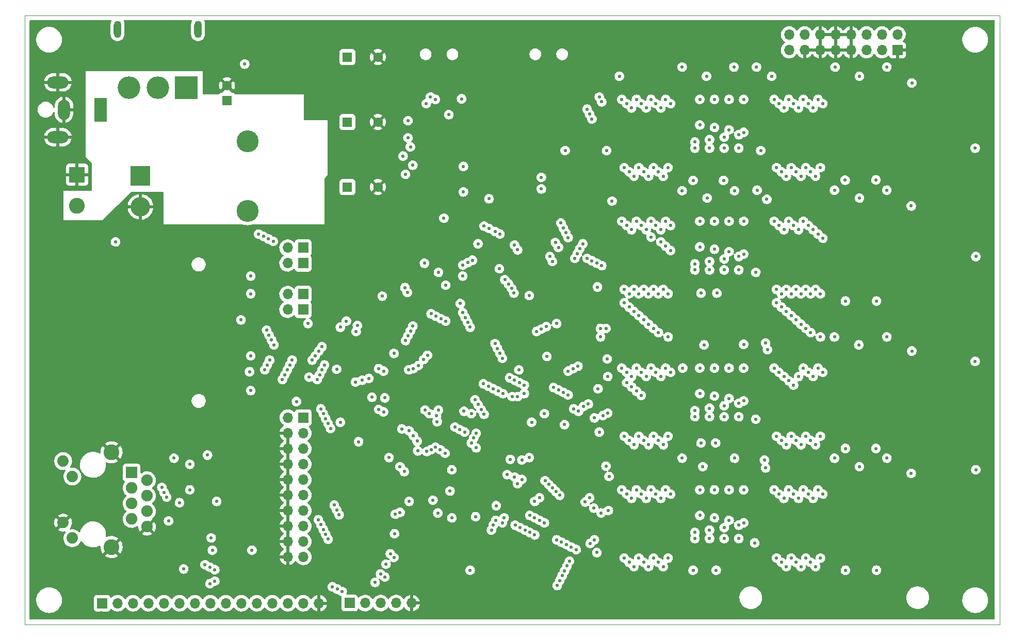
<source format=gbr>
%TF.GenerationSoftware,KiCad,Pcbnew,6.0.11-2627ca5db0~126~ubuntu22.04.1*%
%TF.CreationDate,2023-07-01T17:45:03+02:00*%
%TF.ProjectId,marco-ram-board,6d617263-6f2d-4726-916d-2d626f617264,rev?*%
%TF.SameCoordinates,Original*%
%TF.FileFunction,Copper,L3,Inr*%
%TF.FilePolarity,Positive*%
%FSLAX46Y46*%
G04 Gerber Fmt 4.6, Leading zero omitted, Abs format (unit mm)*
G04 Created by KiCad (PCBNEW 6.0.11-2627ca5db0~126~ubuntu22.04.1) date 2023-07-01 17:45:03*
%MOMM*%
%LPD*%
G01*
G04 APERTURE LIST*
%TA.AperFunction,Profile*%
%ADD10C,0.100000*%
%TD*%
%TA.AperFunction,ComponentPad*%
%ADD11R,1.600000X1.600000*%
%TD*%
%TA.AperFunction,ComponentPad*%
%ADD12C,1.600000*%
%TD*%
%TA.AperFunction,ComponentPad*%
%ADD13R,1.700000X1.700000*%
%TD*%
%TA.AperFunction,ComponentPad*%
%ADD14O,1.700000X1.700000*%
%TD*%
%TA.AperFunction,ComponentPad*%
%ADD15R,2.000000X4.000000*%
%TD*%
%TA.AperFunction,ComponentPad*%
%ADD16O,2.000000X3.300000*%
%TD*%
%TA.AperFunction,ComponentPad*%
%ADD17O,3.500000X2.000000*%
%TD*%
%TA.AperFunction,ComponentPad*%
%ADD18O,1.270000X2.794000*%
%TD*%
%TA.AperFunction,ComponentPad*%
%ADD19R,3.708400X3.708400*%
%TD*%
%TA.AperFunction,ComponentPad*%
%ADD20C,3.708400*%
%TD*%
%TA.AperFunction,ComponentPad*%
%ADD21R,3.200000X3.200000*%
%TD*%
%TA.AperFunction,ComponentPad*%
%ADD22O,3.200000X3.200000*%
%TD*%
%TA.AperFunction,ComponentPad*%
%ADD23R,2.600000X2.600000*%
%TD*%
%TA.AperFunction,ComponentPad*%
%ADD24C,2.600000*%
%TD*%
%TA.AperFunction,ComponentPad*%
%ADD25C,3.600000*%
%TD*%
%TA.AperFunction,ComponentPad*%
%ADD26C,1.890000*%
%TD*%
%TA.AperFunction,ComponentPad*%
%ADD27R,1.900000X1.900000*%
%TD*%
%TA.AperFunction,ComponentPad*%
%ADD28C,1.900000*%
%TD*%
%TA.AperFunction,ViaPad*%
%ADD29C,0.550000*%
%TD*%
G04 APERTURE END LIST*
D10*
X230000000Y-140000000D02*
X230000000Y-40000000D01*
X70000000Y-40000000D02*
X230000000Y-40000000D01*
X70000000Y-40000000D02*
X70000000Y-140000000D01*
X70000000Y-140000000D02*
X230000000Y-140000000D01*
D11*
%TO.N,VDD*%
%TO.C,C604*%
X122969349Y-68194000D03*
D12*
%TO.N,GND*%
X127969349Y-68194000D03*
%TD*%
D13*
%TO.N,VDD*%
%TO.C,J206*%
X115720000Y-106040000D03*
D14*
X113180000Y-106040000D03*
%TO.N,/mcu/JTAG.TRST*%
X115720000Y-108580000D03*
%TO.N,GND*%
X113180000Y-108580000D03*
%TO.N,/mcu/JTAG.TDI*%
X115720000Y-111120000D03*
%TO.N,GND*%
X113180000Y-111120000D03*
%TO.N,/mcu/JTAG.TMS*%
X115720000Y-113660000D03*
%TO.N,GND*%
X113180000Y-113660000D03*
%TO.N,/mcu/JTAG.TCK*%
X115720000Y-116200000D03*
%TO.N,GND*%
X113180000Y-116200000D03*
%TO.N,unconnected-(J206-Pad11)*%
X115720000Y-118740000D03*
%TO.N,GND*%
X113180000Y-118740000D03*
%TO.N,/mcu/JTAG.TDO*%
X115720000Y-121280000D03*
%TO.N,GND*%
X113180000Y-121280000D03*
%TO.N,Net-(J206-Pad15)*%
X115720000Y-123820000D03*
%TO.N,GND*%
X113180000Y-123820000D03*
%TO.N,unconnected-(J206-Pad17)*%
X115720000Y-126360000D03*
%TO.N,GND*%
X113180000Y-126360000D03*
%TO.N,unconnected-(J206-Pad19)*%
X115720000Y-128900000D03*
%TO.N,GND*%
X113180000Y-128900000D03*
%TD*%
D13*
%TO.N,/mcu/~{RESET}*%
%TO.C,J202*%
X115695000Y-88321000D03*
D14*
%TO.N,Net-(J202-Pad2)*%
X113155000Y-88321000D03*
%TD*%
D15*
%TO.N,Net-(J601-Pad1)*%
%TO.C,J601*%
X82446000Y-55494000D03*
D16*
%TO.N,GND*%
X76446000Y-55494000D03*
D17*
X75446000Y-59994000D03*
X75446000Y-50994000D03*
%TD*%
D13*
%TO.N,/mcu/RXD*%
%TO.C,J204*%
X115695000Y-80701000D03*
D14*
%TO.N,Net-(J204-Pad2)*%
X113155000Y-80701000D03*
%TD*%
D18*
%TO.N,*%
%TO.C,SW601*%
X98446500Y-42328000D03*
X85238500Y-42328000D03*
D19*
%TO.N,unconnected-(SW601-Pad1)*%
X96541500Y-51853000D03*
D20*
%TO.N,Net-(Q601-Pad5)*%
X91842500Y-51853000D03*
%TO.N,Net-(J601-Pad1)*%
X87143500Y-51853000D03*
%TD*%
D13*
%TO.N,/mcu/BOOT0*%
%TO.C,J203*%
X115695000Y-85781000D03*
D14*
%TO.N,Net-(J203-Pad2)*%
X113155000Y-85781000D03*
%TD*%
D13*
%TO.N,/mcu/TXD*%
%TO.C,J205*%
X115695000Y-78161000D03*
D14*
%TO.N,Net-(J205-Pad2)*%
X113155000Y-78161000D03*
%TD*%
D11*
%TO.N,VDD*%
%TO.C,C603*%
X122969349Y-57526000D03*
D12*
%TO.N,GND*%
X127969349Y-57526000D03*
%TD*%
D13*
%TO.N,/mcu/~{RESET}*%
%TO.C,J301*%
X123340000Y-136495000D03*
D14*
%TO.N,/mcu/BOOT0*%
X125880000Y-136495000D03*
%TO.N,/mcu/RXD*%
X128420000Y-136495000D03*
%TO.N,/mcu/TXD*%
X130960000Y-136495000D03*
%TO.N,GND*%
X133500000Y-136495000D03*
%TD*%
D11*
%TO.N,VDD*%
%TO.C,C602*%
X122969349Y-46858000D03*
D12*
%TO.N,GND*%
X127969349Y-46858000D03*
%TD*%
D21*
%TO.N,Net-(D601-Pad1)*%
%TO.C,D601*%
X89000000Y-66360000D03*
D22*
%TO.N,GND*%
X89000000Y-71440000D03*
%TD*%
D13*
%TO.N,VDD*%
%TO.C,J302*%
X82700000Y-136520000D03*
D14*
%TO.N,/mcu/EXT1*%
X85240000Y-136520000D03*
%TO.N,/mcu/EXT2*%
X87780000Y-136520000D03*
%TO.N,/mcu/EXT3*%
X90320000Y-136520000D03*
%TO.N,/mcu/EXT4*%
X92860000Y-136520000D03*
%TO.N,/mcu/EXT5*%
X95400000Y-136520000D03*
%TO.N,/mcu/EXT6*%
X97940000Y-136520000D03*
%TO.N,/mcu/EXT7*%
X100480000Y-136520000D03*
%TO.N,/mcu/EXT8*%
X103020000Y-136520000D03*
%TO.N,/mcu/EXT9*%
X105560000Y-136520000D03*
%TO.N,/mcu/EXT10*%
X108100000Y-136520000D03*
%TO.N,/mcu/EXT11*%
X110640000Y-136520000D03*
%TO.N,/mcu/EXT12*%
X113180000Y-136520000D03*
%TO.N,/mcu/EXT13*%
X115720000Y-136520000D03*
%TO.N,GND*%
X118260000Y-136520000D03*
%TD*%
D13*
%TO.N,GND*%
%TO.C,J503*%
X213235000Y-45692857D03*
D14*
%TO.N,VDD*%
X213235000Y-43152857D03*
%TO.N,unconnected-(J503-Pad3)*%
X210695000Y-45692857D03*
%TO.N,/mcu-if/DISP.SCLK*%
X210695000Y-43152857D03*
%TO.N,/mcu-if/DISP.MOSI*%
X208155000Y-45692857D03*
%TO.N,unconnected-(J503-Pad6)*%
X208155000Y-43152857D03*
%TO.N,GND*%
X205615000Y-45692857D03*
X205615000Y-43152857D03*
X203075000Y-45692857D03*
X203075000Y-43152857D03*
X200535000Y-45692857D03*
X200535000Y-43152857D03*
X197995000Y-45692857D03*
%TO.N,/mcu-if/DISP.DC*%
X197995000Y-43152857D03*
%TO.N,/mcu-if/DISP.~{RST}*%
X195455000Y-45692857D03*
%TO.N,/mcu-if/DISP.CS*%
X195455000Y-43152857D03*
%TD*%
D23*
%TO.N,GND*%
%TO.C,J602*%
X78585000Y-66157000D03*
D24*
%TO.N,Net-(J601-Pad1)*%
X78585000Y-71237000D03*
%TD*%
D25*
%TO.N,Net-(D601-Pad1)*%
%TO.C,L601*%
X106576000Y-60701000D03*
%TO.N,VDD*%
X106576000Y-72141000D03*
%TD*%
D24*
%TO.N,GND*%
%TO.C,J504*%
X84256000Y-111727000D03*
X84256000Y-127277000D03*
D26*
%TO.N,Net-(J504-PadL1)*%
X77826000Y-125827000D03*
%TO.N,GND*%
X76306000Y-123287000D03*
%TO.N,Net-(J504-PadL3)*%
X77826000Y-115717000D03*
%TO.N,Net-(J504-PadL4)*%
X76306000Y-113177000D03*
D27*
%TO.N,Net-(J504-PadR1)*%
X87546000Y-115057000D03*
D28*
%TO.N,Net-(J504-PadR2)*%
X90086000Y-116327000D03*
%TO.N,Net-(J504-PadR3)*%
X87546000Y-117597000D03*
%TO.N,Net-(C508-Pad1)*%
X90086000Y-118867000D03*
%TO.N,Net-(C509-Pad1)*%
X87546000Y-120137000D03*
%TO.N,Net-(J504-PadR6)*%
X90086000Y-121407000D03*
%TO.N,unconnected-(J504-PadR7)*%
X87546000Y-122677000D03*
%TO.N,GND*%
X90086000Y-123947000D03*
%TD*%
D11*
%TO.N,Net-(C601-Pad1)*%
%TO.C,C601*%
X103200000Y-54000000D03*
D12*
%TO.N,GND*%
X103200000Y-51500000D03*
%TD*%
D29*
%TO.N,GND*%
X180000000Y-48052500D03*
X163500000Y-117052500D03*
X123000000Y-120052500D03*
X72000000Y-75052500D03*
X72000000Y-120052500D03*
X152500000Y-130000000D03*
X165000000Y-88552500D03*
X82500000Y-129052500D03*
X192000000Y-126052500D03*
X87000000Y-126052500D03*
X223500000Y-67552500D03*
X177000000Y-120052500D03*
X204000000Y-57052500D03*
X220500000Y-46552500D03*
X148500000Y-66052500D03*
X228000000Y-84052500D03*
X211500000Y-61552500D03*
X118700000Y-51400000D03*
X184500000Y-48052500D03*
X207000000Y-73552500D03*
X211500000Y-78052500D03*
X145500000Y-42052500D03*
X165000000Y-55552500D03*
X202500000Y-73552500D03*
X178500000Y-138052500D03*
X192000000Y-48052500D03*
X129000000Y-61552500D03*
X202500000Y-126052500D03*
X72000000Y-51052500D03*
X129000000Y-79552500D03*
X106500000Y-114052500D03*
X217500000Y-49552500D03*
X109500000Y-102052500D03*
X97500000Y-100552500D03*
X225000000Y-132052500D03*
X165000000Y-136552500D03*
X81000000Y-121552500D03*
X108000000Y-91552500D03*
X205500000Y-112552500D03*
X228000000Y-58552500D03*
X217500000Y-54052500D03*
X186000000Y-67552500D03*
X220500000Y-91552500D03*
X205500000Y-135052500D03*
X96000000Y-138052500D03*
X157500000Y-52552500D03*
X222000000Y-70552500D03*
X126200000Y-64552500D03*
X174000000Y-138052500D03*
X79500000Y-132052500D03*
X207000000Y-130552500D03*
X181200000Y-92300000D03*
X166500000Y-52552500D03*
X123000000Y-84052500D03*
X156000000Y-45052500D03*
X126000000Y-78052500D03*
X223500000Y-61552500D03*
X214500000Y-63052500D03*
X204000000Y-76552500D03*
X207000000Y-54052500D03*
X72000000Y-57052500D03*
X111000000Y-88552500D03*
X143100000Y-82000000D03*
X186000000Y-135052500D03*
X157500000Y-67552500D03*
X72000000Y-70552500D03*
X177000000Y-135052500D03*
X135000000Y-94552500D03*
X154500000Y-42052500D03*
X226500000Y-99052500D03*
X181500000Y-135052500D03*
X189000000Y-66052500D03*
X177000000Y-111052500D03*
X72000000Y-129052500D03*
X198000000Y-138052500D03*
X126200000Y-60052500D03*
X82500000Y-78052500D03*
X220500000Y-138052500D03*
X189100000Y-87600000D03*
X84000000Y-118552500D03*
X94500000Y-115552500D03*
X91500000Y-138052500D03*
X226500000Y-51052500D03*
X72000000Y-111052500D03*
X102300000Y-118400000D03*
X78000000Y-45052500D03*
X90000000Y-111052500D03*
X156000000Y-136552500D03*
X90000000Y-48052500D03*
X138000000Y-130552500D03*
X172500000Y-135052500D03*
X216000000Y-67552500D03*
X120000000Y-81052500D03*
X228000000Y-66052500D03*
X109500000Y-81052500D03*
X151100000Y-75500000D03*
X141000000Y-55552500D03*
X137100000Y-81100000D03*
X186000000Y-42052500D03*
X117000000Y-102052500D03*
X79500000Y-127552500D03*
X228000000Y-130552500D03*
X208500000Y-114052500D03*
X211500000Y-105052500D03*
X210000000Y-88552500D03*
X96000000Y-78052500D03*
X89500000Y-129400000D03*
X216000000Y-109552500D03*
X84000000Y-106552500D03*
X75000000Y-117052500D03*
X228000000Y-96052500D03*
X93000000Y-129052500D03*
X108000000Y-87052500D03*
X189000000Y-85552500D03*
X91500000Y-133552500D03*
X96000000Y-42052500D03*
X126000000Y-118552500D03*
X118500000Y-138052500D03*
X75000000Y-121552500D03*
X205500000Y-88552500D03*
X217500000Y-99052500D03*
X121500000Y-112552500D03*
X202500000Y-99052500D03*
X184500000Y-120052500D03*
X145600000Y-119900000D03*
X188000000Y-129400000D03*
X84000000Y-123052500D03*
X120000000Y-85552500D03*
X107100000Y-126300000D03*
X226500000Y-63052500D03*
X193500000Y-138052500D03*
X120300000Y-91600000D03*
X214500000Y-102052500D03*
X189000000Y-109552500D03*
X93400000Y-132000000D03*
X121500000Y-108052500D03*
X84000000Y-45052500D03*
X216000000Y-91552500D03*
X207000000Y-126052500D03*
X163500000Y-75052500D03*
X202500000Y-111052500D03*
X213400000Y-129200000D03*
X213000000Y-85552500D03*
X105000000Y-138052500D03*
X109500000Y-124552500D03*
X87000000Y-108052500D03*
X111000000Y-127552500D03*
X150400000Y-60000000D03*
X226500000Y-117052500D03*
X217500000Y-70552500D03*
X88500000Y-45052500D03*
X148500000Y-54052500D03*
X219000000Y-120052500D03*
X105000000Y-105052500D03*
X217500000Y-103552500D03*
X192000000Y-42052500D03*
X181500000Y-130552500D03*
X177000000Y-57052500D03*
X208500000Y-49552500D03*
X136500000Y-136552500D03*
X162000000Y-138052500D03*
X103500000Y-76552500D03*
X202500000Y-138052500D03*
X217500000Y-85552500D03*
X211500000Y-124552500D03*
X106500000Y-52552500D03*
X223500000Y-45052500D03*
X166500000Y-130552500D03*
X151200000Y-81300000D03*
X72000000Y-79552500D03*
X226500000Y-127552500D03*
X126200000Y-46552500D03*
X192000000Y-135052500D03*
X156800000Y-92400000D03*
X147000000Y-45052500D03*
X223500000Y-57052500D03*
X192000000Y-57052500D03*
X97500000Y-91552500D03*
X169500000Y-138052500D03*
X228000000Y-112552500D03*
X202500000Y-54052500D03*
X127500000Y-72052500D03*
X75000000Y-126052500D03*
X78000000Y-106552500D03*
X190500000Y-97552500D03*
X85500000Y-79552500D03*
X196500000Y-135052500D03*
X139500000Y-138052500D03*
X160500000Y-94552500D03*
X142500000Y-46552500D03*
X100500000Y-138052500D03*
X147000000Y-138052500D03*
X87000000Y-112552500D03*
X151300000Y-87700000D03*
X77000000Y-74200000D03*
X102000000Y-108052500D03*
X187500000Y-138052500D03*
X138000000Y-45052500D03*
X105000000Y-49552500D03*
X222000000Y-133552500D03*
X99000000Y-79552500D03*
X220500000Y-100552500D03*
X126200000Y-51052500D03*
X189000000Y-120052500D03*
X178500000Y-73552500D03*
X202500000Y-61552500D03*
X124300000Y-89200000D03*
X185700000Y-87500000D03*
X103500000Y-97552500D03*
X120000000Y-42052500D03*
X91500000Y-114052500D03*
X177000000Y-67552500D03*
X135000000Y-133552500D03*
X222000000Y-105052500D03*
X72000000Y-106552500D03*
X186000000Y-111052500D03*
X150700000Y-113900000D03*
X133500000Y-138052500D03*
X75000000Y-67552500D03*
X156000000Y-70552500D03*
X93000000Y-45052500D03*
X217500000Y-112552500D03*
X219000000Y-78052500D03*
X225000000Y-124552500D03*
X102000000Y-103552500D03*
X214500000Y-121552500D03*
X141000000Y-100552500D03*
X211500000Y-54052500D03*
X130500000Y-133552500D03*
X87000000Y-133552500D03*
X121500000Y-136552500D03*
X207000000Y-61552500D03*
X202500000Y-91552500D03*
X220500000Y-84052500D03*
X186900000Y-92200000D03*
X139500000Y-58552500D03*
X132000000Y-130552500D03*
X136500000Y-42052500D03*
X118500000Y-55552500D03*
X168000000Y-135052500D03*
X189000000Y-75052500D03*
X100500000Y-51052500D03*
X161100000Y-130600000D03*
X214500000Y-57052500D03*
X228000000Y-78052500D03*
X129000000Y-138052500D03*
X114000000Y-138052500D03*
X211500000Y-138052500D03*
X109500000Y-115552500D03*
X79500000Y-52552500D03*
X157000000Y-111800000D03*
X148500000Y-124552500D03*
X220500000Y-109552500D03*
X181500000Y-66052500D03*
X94500000Y-48052500D03*
X154500000Y-61552500D03*
X72000000Y-138052500D03*
X103500000Y-90052500D03*
X75000000Y-48052500D03*
X106500000Y-42052500D03*
X183000000Y-94100000D03*
X207000000Y-66052500D03*
X228000000Y-73552500D03*
X226500000Y-105052500D03*
X121500000Y-117052500D03*
X78600000Y-61800000D03*
X176500000Y-131200000D03*
X195000000Y-49552500D03*
X213000000Y-48052500D03*
X141000000Y-67552500D03*
X178500000Y-126052500D03*
X144000000Y-64552500D03*
X72000000Y-46552500D03*
X72000000Y-124552500D03*
X192000000Y-67552500D03*
X226500000Y-88552500D03*
X72000000Y-66052500D03*
X84000000Y-114052500D03*
X99000000Y-48052500D03*
X225000000Y-48052500D03*
X217500000Y-117052500D03*
X216000000Y-82552500D03*
X129000000Y-43552500D03*
X132000000Y-100552500D03*
X156000000Y-64552500D03*
X163500000Y-42052500D03*
X75000000Y-72052500D03*
X162800000Y-108800000D03*
X78000000Y-111052500D03*
X81000000Y-74400000D03*
X99000000Y-109552500D03*
X126200000Y-55552500D03*
X201000000Y-49552500D03*
X135000000Y-129052500D03*
X87000000Y-138052500D03*
X153500000Y-109000000D03*
X72000000Y-133552500D03*
X85500000Y-48052500D03*
X133500000Y-58552500D03*
X157500000Y-105052500D03*
X114000000Y-90052500D03*
X220500000Y-126052500D03*
X91500000Y-126052500D03*
X81000000Y-117052500D03*
X109500000Y-106552500D03*
X82500000Y-138052500D03*
X96000000Y-106552500D03*
X81000000Y-42052500D03*
X129900000Y-84700000D03*
X76500000Y-42052500D03*
X126000000Y-42052500D03*
X214500000Y-126052500D03*
X130500000Y-57052500D03*
X90000000Y-106552500D03*
X141000000Y-94552500D03*
X97500000Y-96052500D03*
X97800000Y-119300000D03*
X97500000Y-45052500D03*
X202500000Y-118552500D03*
X76500000Y-133552500D03*
X174000000Y-42052500D03*
X160500000Y-51052500D03*
X217500000Y-123052500D03*
X129000000Y-66052500D03*
X78000000Y-49552500D03*
X105000000Y-79552500D03*
X129000000Y-54052500D03*
X87000000Y-42052500D03*
X160500000Y-46552500D03*
X78000000Y-123052500D03*
X207000000Y-138052500D03*
X91500000Y-78052500D03*
X97500000Y-82552500D03*
X150000000Y-136552500D03*
X109500000Y-138052500D03*
X213000000Y-70552500D03*
X156000000Y-94552500D03*
X107400000Y-78000000D03*
X228000000Y-46552500D03*
X214500000Y-88552500D03*
X179300000Y-98700000D03*
X180000000Y-42052500D03*
X219000000Y-106552500D03*
X226500000Y-70552500D03*
X226500000Y-55552500D03*
X213000000Y-66052500D03*
X181600000Y-87500000D03*
X177000000Y-43552500D03*
X126000000Y-82552500D03*
X75000000Y-130552500D03*
X75000000Y-63052500D03*
X130500000Y-46552500D03*
X168000000Y-48052500D03*
X150000000Y-46552500D03*
X178500000Y-54052500D03*
X216000000Y-46552500D03*
X153000000Y-138052500D03*
X82500000Y-133552500D03*
X216000000Y-76552500D03*
X166500000Y-94552500D03*
X141000000Y-63052500D03*
X219000000Y-57052500D03*
X96000000Y-133552500D03*
X142500000Y-70552500D03*
X81000000Y-46552500D03*
X217500000Y-132052500D03*
X216000000Y-60052500D03*
X217500000Y-64552500D03*
X211500000Y-91552500D03*
X72000000Y-61552500D03*
X171000000Y-43552500D03*
X211500000Y-99052500D03*
X202500000Y-87052500D03*
X108300000Y-51300000D03*
X99000000Y-105052500D03*
X213000000Y-94552500D03*
X222000000Y-42052500D03*
X109500000Y-120052500D03*
X123000000Y-79552500D03*
X86400000Y-70800000D03*
X78000000Y-118552500D03*
X207000000Y-109552500D03*
X192000000Y-111052500D03*
X166500000Y-73552500D03*
X201500000Y-131200000D03*
X189000000Y-43552500D03*
X174000000Y-48052500D03*
X132000000Y-51052500D03*
X159000000Y-91552500D03*
X226500000Y-109552500D03*
X123000000Y-43552500D03*
X72000000Y-115552500D03*
X124500000Y-138052500D03*
X228000000Y-102052500D03*
X103500000Y-46552500D03*
X79500000Y-136552500D03*
X184500000Y-75052500D03*
X183000000Y-138052500D03*
X211500000Y-111052500D03*
X109500000Y-111052500D03*
X97500000Y-87052500D03*
X226500000Y-81052500D03*
X153700000Y-107900000D03*
X142000000Y-56900000D03*
X214500000Y-106552500D03*
X166500000Y-118552500D03*
X207000000Y-85552500D03*
X146800000Y-81900000D03*
X189000000Y-55552500D03*
X220500000Y-66052500D03*
X124500000Y-126052500D03*
X219000000Y-73552500D03*
X228000000Y-120052500D03*
X145500000Y-130552500D03*
X183000000Y-43552500D03*
X129000000Y-49552500D03*
X213000000Y-114052500D03*
X145500000Y-48052500D03*
X84600000Y-72400000D03*
X198000000Y-48052500D03*
X108000000Y-129052500D03*
X217500000Y-94552500D03*
X207000000Y-99052500D03*
X150000000Y-73552500D03*
X92000000Y-72000000D03*
X148500000Y-49552500D03*
X168000000Y-42052500D03*
X141000000Y-51052500D03*
X211500000Y-118552500D03*
X207000000Y-91552500D03*
X78000000Y-58552500D03*
X205500000Y-48052500D03*
X75000000Y-76552500D03*
X210000000Y-135052500D03*
X106500000Y-123052500D03*
X171000000Y-49552500D03*
X211500000Y-73552500D03*
X220500000Y-130552500D03*
X91500000Y-42052500D03*
X208500000Y-94552500D03*
X214500000Y-79552500D03*
X207000000Y-118552500D03*
X219000000Y-43552500D03*
X126100000Y-120800000D03*
X76500000Y-138052500D03*
X165000000Y-67552500D03*
X222000000Y-54052500D03*
X81000000Y-108052500D03*
X162000000Y-72052500D03*
X147300000Y-59200000D03*
X130500000Y-69052500D03*
X148800000Y-68500000D03*
X228000000Y-91552500D03*
X182900000Y-114100000D03*
X201000000Y-135052500D03*
X216000000Y-42052500D03*
X184500000Y-55552500D03*
X208500000Y-69052500D03*
X165000000Y-45052500D03*
X79500000Y-76552500D03*
X219000000Y-88552500D03*
%TO.N,VDD*%
X106100000Y-48000000D03*
X107100000Y-82800000D03*
X157300000Y-90600000D03*
X209700000Y-111100000D03*
X209800000Y-86900000D03*
X204700000Y-131100000D03*
X137800000Y-121700000D03*
X182000000Y-70000000D03*
X202900000Y-68700000D03*
X101500000Y-119800000D03*
X165500000Y-62200000D03*
X94500000Y-112700000D03*
X206900000Y-94100000D03*
X211500000Y-112700000D03*
X191600000Y-114300000D03*
X204700000Y-111100000D03*
X177900000Y-48500000D03*
X186500000Y-112700000D03*
X202900000Y-112700000D03*
X122800000Y-90200000D03*
X184700000Y-67100000D03*
X107100000Y-101600000D03*
X226100000Y-79600000D03*
X142000000Y-69000000D03*
X154800000Y-68500000D03*
X134500000Y-111500000D03*
X211500000Y-68700000D03*
X209800000Y-131100000D03*
X190200000Y-68700000D03*
X188000000Y-94000000D03*
X124800000Y-110000000D03*
X155300000Y-105400000D03*
X155700000Y-96000000D03*
X177900000Y-68800000D03*
X165600000Y-96400000D03*
X181000000Y-85600000D03*
X154800000Y-66600000D03*
X166400000Y-70500000D03*
X190000000Y-82200000D03*
X135600000Y-80700000D03*
X191800000Y-70200000D03*
X202900000Y-92800000D03*
X107100000Y-85700000D03*
X128700000Y-86100000D03*
X190000000Y-106300000D03*
X204700000Y-86900000D03*
X215600000Y-51100000D03*
X133100000Y-119800000D03*
X181000000Y-110200000D03*
X165900000Y-115700000D03*
X121800000Y-91200000D03*
X163900000Y-128200000D03*
X207000000Y-70000000D03*
X158700000Y-62200000D03*
X183400000Y-110200000D03*
X209700000Y-67000000D03*
X181900000Y-50000000D03*
X177900000Y-112700000D03*
X215500000Y-71300000D03*
X211500000Y-92800000D03*
X181500000Y-94100000D03*
X132900000Y-57300000D03*
X203000000Y-48500000D03*
X178000000Y-97900000D03*
X226000000Y-61800000D03*
X192600000Y-50000000D03*
X153200000Y-106800000D03*
X152800000Y-86000000D03*
X84900000Y-77200000D03*
X211500000Y-48500000D03*
X141700000Y-53700000D03*
X191900000Y-94900000D03*
X189800000Y-126600000D03*
X215500000Y-115200000D03*
X164000000Y-84600000D03*
X121800000Y-106800000D03*
X121200000Y-98100000D03*
X143100000Y-131100000D03*
X105500000Y-90000000D03*
X141900000Y-82800000D03*
X107100000Y-95900000D03*
X179700000Y-131100000D03*
X149700000Y-112900000D03*
X207000000Y-50000000D03*
X181300000Y-114100000D03*
X215600000Y-95100000D03*
X204662500Y-67062500D03*
X142000000Y-64800000D03*
X138800000Y-73300000D03*
X106900000Y-98500000D03*
X186500000Y-68800000D03*
X186400000Y-48500000D03*
X226000000Y-96800000D03*
X167600000Y-50000000D03*
X129800000Y-112600000D03*
X100000000Y-112200000D03*
X146200000Y-70100000D03*
X164300000Y-108400000D03*
X183500000Y-131100000D03*
X183600000Y-85600000D03*
X191600000Y-93800000D03*
X190100000Y-48500000D03*
X191400000Y-113000000D03*
X207000000Y-114100000D03*
X179700000Y-67100000D03*
X226100000Y-114600000D03*
X190800000Y-62200000D03*
%TO.N,/mcu/~{RESET}*%
X112700000Y-99000000D03*
X129300000Y-130100000D03*
X131600000Y-114100000D03*
X118000000Y-99800000D03*
X127500000Y-133100000D03*
%TO.N,Net-(U501-Pad2)*%
X93600000Y-123000000D03*
X100600000Y-125800000D03*
%TO.N,/mcu-if/LED0*%
X128100000Y-104700000D03*
X157400000Y-133600000D03*
%TO.N,/mcu-if/LED1*%
X128900000Y-105100000D03*
X157800000Y-132800000D03*
%TO.N,Net-(J202-Pad2)*%
X108400000Y-75900000D03*
%TO.N,/mcu/BOOT0*%
X118400000Y-99000000D03*
X113100000Y-98200000D03*
%TO.N,Net-(J203-Pad2)*%
X109200000Y-76300000D03*
%TO.N,/mcu/RXD*%
X113500000Y-97400000D03*
X150900000Y-102600000D03*
X118800000Y-98200000D03*
X163500000Y-126100000D03*
X128400000Y-131700000D03*
%TO.N,Net-(J204-Pad2)*%
X110000000Y-76700000D03*
%TO.N,/mcu/TXD*%
X162800000Y-126700000D03*
X119200000Y-97400000D03*
X150000000Y-102600000D03*
X113900000Y-96600000D03*
X129100000Y-132200000D03*
%TO.N,Net-(J205-Pad2)*%
X110800000Y-77100000D03*
%TO.N,/mcu/JTAG.TRST*%
X132500000Y-66100000D03*
X124400000Y-91900000D03*
X114600000Y-103400000D03*
%TO.N,/mcu/JTAG.TDI*%
X132800000Y-85500000D03*
X133300000Y-61600000D03*
%TO.N,/mcu/JTAG.TMS*%
X141500000Y-87300000D03*
X137900000Y-82200000D03*
X133700000Y-64600000D03*
X139100000Y-84300000D03*
%TO.N,/mcu/JTAG.TCK*%
X132400000Y-84700000D03*
X132900000Y-60100000D03*
%TO.N,/mcu/JTAG.TDO*%
X132100000Y-63100000D03*
X124600000Y-90900000D03*
%TO.N,Net-(J206-Pad15)*%
X112300000Y-99800000D03*
X116700000Y-99400000D03*
X116500000Y-90600000D03*
%TO.N,/mcu/EXT1*%
X120800000Y-120400000D03*
X120500000Y-133800000D03*
%TO.N,/mcu/EXT2*%
X121200000Y-121200000D03*
X121300000Y-134200000D03*
%TO.N,/mcu/EXT3*%
X150900000Y-116900000D03*
X121600000Y-122000000D03*
X122100000Y-134600000D03*
X154500000Y-119200000D03*
%TO.N,/mcu/EXT4*%
X136100000Y-95800000D03*
X148700000Y-122500000D03*
X139000000Y-111900000D03*
X137900000Y-104800000D03*
X118200000Y-122800000D03*
%TO.N,/mcu/EXT5*%
X138200000Y-111300000D03*
X137600000Y-105700000D03*
X135500000Y-96500000D03*
X148400000Y-123300000D03*
X118600000Y-123600000D03*
%TO.N,/mcu/EXT6*%
X137700000Y-106700000D03*
X147300000Y-122900000D03*
X134600000Y-97500000D03*
X119000000Y-124400000D03*
X137400000Y-110900000D03*
%TO.N,/mcu/EXT7*%
X136700000Y-111300000D03*
X146900000Y-123700000D03*
X136400500Y-105400000D03*
X133800000Y-98000000D03*
X119400000Y-125200000D03*
%TO.N,/mcu/EXT8*%
X133000000Y-98200000D03*
X119800000Y-126000000D03*
X136000000Y-111600000D03*
X146600000Y-124500000D03*
X135700000Y-104800000D03*
%TO.N,/mcu/EXT9*%
X118600000Y-104600000D03*
%TO.N,/mcu/EXT10*%
X119000000Y-105400000D03*
%TO.N,/mcu/EXT11*%
X119400000Y-106200000D03*
%TO.N,/mcu/EXT12*%
X119800000Y-107000000D03*
%TO.N,/mcu/EXT13*%
X120200000Y-107800000D03*
%TO.N,/mcu-if/USB.DM*%
X137400000Y-53800000D03*
X142300000Y-89600000D03*
%TO.N,/mcu-if/USB.DP*%
X141900000Y-88800000D03*
X136600000Y-53400000D03*
%TO.N,/mcu-if/SDMMC.D3*%
X117687868Y-95900000D03*
X132900000Y-92600000D03*
%TO.N,/mcu-if/SDMMC.CMD*%
X118287868Y-95100000D03*
X133300000Y-91800000D03*
%TO.N,/mcu-if/SDMMC.D0*%
X149400000Y-84100000D03*
X148000000Y-75900000D03*
%TO.N,/mcu-if/SDMMC.D1*%
X148800000Y-83400000D03*
X147200000Y-75500000D03*
%TO.N,/mcu-if/SDMMC.D2*%
X117187868Y-96600000D03*
X132500000Y-93400000D03*
%TO.N,/mcu-if/DISP.SCLK*%
X141400000Y-108000000D03*
X162700000Y-56200000D03*
%TO.N,/mcu-if/DISP.MOSI*%
X164700000Y-54200000D03*
X150400000Y-77700000D03*
%TO.N,/mcu-if/DISP.DC*%
X162300000Y-55400000D03*
X142200000Y-108400000D03*
%TO.N,/mcu-if/DISP.~{RST}*%
X164300000Y-53400000D03*
X150900000Y-78500000D03*
%TO.N,/mcu-if/DISP.CS*%
X163100000Y-57000000D03*
X140600000Y-107600000D03*
%TO.N,Net-(J504-PadL3)*%
X97100000Y-113700000D03*
X97100000Y-117900000D03*
%TO.N,Net-(J504-PadR2)*%
X92500000Y-117500000D03*
%TO.N,Net-(J504-PadR3)*%
X92900000Y-118300000D03*
%TO.N,Net-(J504-PadR6)*%
X93300000Y-119100000D03*
%TO.N,/mcu-if/USB.ID*%
X142700000Y-90400000D03*
X135900000Y-54500000D03*
%TO.N,/mcu-if/RMII.MCO1*%
X107300000Y-127800000D03*
X147900000Y-81600000D03*
X144400000Y-77500000D03*
X96100000Y-130887500D03*
X109700000Y-91700000D03*
X100800000Y-127800000D03*
%TO.N,/mcu-if/RMII.TXEN*%
X110100000Y-92500000D03*
X110200000Y-96600000D03*
%TO.N,/mcu-if/RMII.TXD0*%
X109800000Y-97400000D03*
X110500000Y-93300000D03*
%TO.N,/mcu-if/RMII.TXD1*%
X109400000Y-98200000D03*
X110900000Y-94100000D03*
%TO.N,/mcu-if/RMII.RXD0*%
X158100000Y-126500000D03*
X157200000Y-118200000D03*
%TO.N,/mcu-if/RMII.RXD1*%
X156600000Y-117600000D03*
X158900000Y-126900000D03*
%TO.N,/mcu-if/RMII.CRSDV*%
X157300000Y-126100000D03*
X157800000Y-118800000D03*
%TO.N,/mcu-if/RMII.REFCLK*%
X130700000Y-125100000D03*
X130800000Y-121900000D03*
%TO.N,/mcu-if/SDMMC.CK*%
X133700000Y-91000000D03*
X118787868Y-94400000D03*
%TO.N,/mcu-if/BTN0*%
X131900000Y-107900000D03*
X158200000Y-132000000D03*
%TO.N,/mcu-if/BTN1*%
X133100000Y-108200000D03*
X158600000Y-131200000D03*
%TO.N,/mcu-if/RMII.LED*%
X160500000Y-127700000D03*
X155400000Y-116400000D03*
%TO.N,/mcu-if/BTN2*%
X133800000Y-109000000D03*
X159000000Y-130400000D03*
%TO.N,/mcu-if/BTN3*%
X159400000Y-129600000D03*
X134400000Y-109900000D03*
%TO.N,/mcu-if/USB.VBUS*%
X139600000Y-56300000D03*
X143100000Y-91200000D03*
%TO.N,/mcu/SDRAM.D30*%
X184800000Y-124100000D03*
X184800000Y-125900000D03*
X127000000Y-102700000D03*
X151300000Y-124100000D03*
%TO.N,/mcu/SDRAM.D31*%
X187200000Y-123700000D03*
X187200000Y-125900000D03*
X129100000Y-102800000D03*
X150500000Y-123700000D03*
%TO.N,/mcu/SDRAM.A0*%
X159200000Y-102300000D03*
X170400000Y-73800000D03*
X170400000Y-97900000D03*
X195400000Y-117900000D03*
X195400000Y-53800000D03*
X195400000Y-73800000D03*
X149600000Y-99500000D03*
X170400000Y-53800000D03*
X170400000Y-117900000D03*
X195400000Y-100000000D03*
X170400000Y-101700000D03*
%TO.N,/mcu/SDRAM.A1*%
X169600000Y-119300000D03*
X194600000Y-119300000D03*
X169600000Y-99300000D03*
X169600000Y-55200000D03*
X158400000Y-101900000D03*
X169600000Y-101000000D03*
X194600000Y-75200000D03*
X194600000Y-55200000D03*
X169600000Y-75200000D03*
X194600000Y-99300000D03*
X150400000Y-99900000D03*
%TO.N,/mcu/SDRAM.A2*%
X193800000Y-98600000D03*
X193800000Y-74500000D03*
X151200000Y-100300000D03*
X157600000Y-101500000D03*
X168800000Y-98600000D03*
X168800000Y-100300000D03*
X193800000Y-118600000D03*
X168800000Y-118600000D03*
X193800000Y-54500000D03*
X168800000Y-74500000D03*
X168800000Y-54500000D03*
%TO.N,/mcu/SDRAM.A3*%
X168000000Y-53800000D03*
X168000000Y-73800000D03*
X193000000Y-97900000D03*
X193000000Y-73800000D03*
X193000000Y-53800000D03*
X152000000Y-100700000D03*
X168000000Y-117900000D03*
X168000000Y-97900000D03*
X193000000Y-117900000D03*
X156800000Y-101100000D03*
%TO.N,/mcu/SDRAM.A4*%
X168400000Y-109100000D03*
X193396800Y-64996800D03*
X152800000Y-112600000D03*
X193400000Y-87200000D03*
X193400000Y-129100000D03*
X168400000Y-129100000D03*
X142100000Y-105000000D03*
X168400000Y-85000000D03*
X168396800Y-64996800D03*
X168400000Y-87200000D03*
X193400000Y-85000000D03*
X193400000Y-109100000D03*
%TO.N,/mcu/SDRAM.A5*%
X151600000Y-113000000D03*
X169200000Y-85700000D03*
X169200000Y-65700000D03*
X169200000Y-129800000D03*
X194200000Y-129800000D03*
X169200000Y-87900000D03*
X194200000Y-87900000D03*
X194200000Y-85700000D03*
X143300000Y-105400000D03*
X169200000Y-109800000D03*
X194200000Y-109800000D03*
X194200000Y-65700000D03*
%TO.N,/mcu/SDRAM.~{WE}*%
X176000000Y-74500000D03*
X201000000Y-54500000D03*
X201000000Y-98600000D03*
X176000000Y-118600000D03*
X140100000Y-114600000D03*
X162000000Y-119900000D03*
X163400000Y-120900000D03*
X201000000Y-118600000D03*
X176000000Y-54500000D03*
X176000000Y-78600000D03*
X201000000Y-76600000D03*
X147400000Y-120500500D03*
X176000000Y-98600000D03*
%TO.N,/mcu-if/RMII.MDC*%
X130000000Y-128400000D03*
X132300000Y-114900000D03*
X101200000Y-132900000D03*
X100400000Y-130600000D03*
%TO.N,/mcu-if/RMII.MDIO*%
X131603200Y-121603200D03*
X99600000Y-130200000D03*
X100400000Y-133300000D03*
X130600000Y-129000000D03*
%TO.N,/mcu/SDRAM.CKE0*%
X174800000Y-66400000D03*
X144000000Y-122300000D03*
X174800000Y-85000000D03*
X174800000Y-130500000D03*
X174800000Y-110500000D03*
X139800000Y-118100000D03*
%TO.N,/mcu/SDRAM.~{CS0}*%
X173600000Y-74500000D03*
X173600000Y-54500000D03*
X173600000Y-98600000D03*
X137000000Y-119600000D03*
X173600000Y-118600000D03*
X140100000Y-122500000D03*
%TO.N,/mcu-if/RMII.~{RST}*%
X156000000Y-117000000D03*
X95400000Y-120000000D03*
X159700000Y-127300000D03*
X101200000Y-131000000D03*
%TO.N,/mcu/SDRAM.~{RAS}*%
X153700000Y-119800000D03*
X174400000Y-99300000D03*
X199400000Y-99300000D03*
X199400000Y-119300000D03*
X199400000Y-55200000D03*
X174400000Y-77200000D03*
X174400000Y-119300000D03*
X164600000Y-121700000D03*
X174400000Y-55200000D03*
X199400000Y-75200000D03*
X174400000Y-75200000D03*
X144100000Y-111000000D03*
X162700000Y-119200000D03*
%TO.N,/mcu/SDRAM.A6*%
X195000000Y-85000000D03*
X170000000Y-66400000D03*
X170000000Y-110500000D03*
X195000000Y-66400000D03*
X170000000Y-88600000D03*
X170000000Y-85000000D03*
X195000000Y-110500000D03*
X195000000Y-88600000D03*
X195000000Y-130500000D03*
X170000000Y-130500000D03*
%TO.N,/mcu/SDRAM.A7*%
X195800000Y-129100000D03*
X195800000Y-89300000D03*
X170800000Y-109100000D03*
X195800000Y-65000000D03*
X170800000Y-129100000D03*
X195800000Y-85700000D03*
X195800000Y-109100000D03*
X170800000Y-85700000D03*
X170800000Y-89300000D03*
X143300000Y-110200000D03*
X149200000Y-115400000D03*
X170800000Y-65000000D03*
%TO.N,/mcu/SDRAM.A8*%
X171600000Y-129800000D03*
X196600000Y-65700000D03*
X171600000Y-109800000D03*
X150400000Y-115800000D03*
X171600000Y-65700000D03*
X196600000Y-129800000D03*
X171600000Y-90000000D03*
X171600000Y-85000000D03*
X196600000Y-109800000D03*
X196600000Y-85000000D03*
X196600000Y-90000000D03*
X143700000Y-109400000D03*
%TO.N,/mcu/SDRAM.A9*%
X197400000Y-130500000D03*
X144100000Y-108600000D03*
X197400000Y-66400000D03*
X197400000Y-90700000D03*
X172400000Y-110500000D03*
X172400000Y-85700000D03*
X172400000Y-130500000D03*
X197400000Y-85700000D03*
X172400000Y-66400000D03*
X197400000Y-110500000D03*
X151600000Y-116200000D03*
X172400000Y-90700000D03*
%TO.N,/mcu/SDRAM.A10*%
X171200000Y-98600000D03*
X164900000Y-105700000D03*
X171200000Y-74500000D03*
X196200000Y-74500000D03*
X164100000Y-101300000D03*
X171200000Y-54500000D03*
X171200000Y-118600000D03*
X196200000Y-54500000D03*
X196200000Y-100700000D03*
X196200000Y-118600000D03*
X171200000Y-102400000D03*
%TO.N,/mcu/SDRAM.A11*%
X173200000Y-129100000D03*
X198200000Y-65000000D03*
X198200000Y-109100000D03*
X198200000Y-85000000D03*
X173200000Y-85000000D03*
X163500000Y-106100000D03*
X198200000Y-129100000D03*
X165400000Y-91400000D03*
X198200000Y-91400000D03*
X173200000Y-109100000D03*
X173200000Y-91400000D03*
X173200000Y-65000000D03*
%TO.N,/mcu/SDRAM.D4*%
X180000000Y-61800000D03*
X159200000Y-76500000D03*
X145400000Y-105500000D03*
X180000000Y-60800000D03*
%TO.N,/mcu/SDRAM.D5*%
X182400000Y-61800000D03*
X144900000Y-104700000D03*
X182400000Y-60400000D03*
X158800000Y-75700000D03*
%TO.N,/mcu/SDRAM.D6*%
X144400500Y-103900000D03*
X158400000Y-74900000D03*
X184800000Y-60000000D03*
X184800000Y-61800000D03*
%TO.N,/mcu/SDRAM.D7*%
X143901000Y-103100000D03*
X158000000Y-74100000D03*
X187200000Y-61800000D03*
X187200000Y-59600000D03*
%TO.N,/mcu/SDRAM.D8*%
X160300000Y-79900000D03*
X188000000Y-79200000D03*
X188000000Y-73800000D03*
X145300000Y-100500000D03*
%TO.N,/mcu/SDRAM.D9*%
X160700000Y-79100000D03*
X185600000Y-78800000D03*
X185600000Y-73800000D03*
X146100000Y-100900000D03*
%TO.N,/mcu/SDRAM.D10*%
X161100000Y-78300000D03*
X183200000Y-73800000D03*
X183200000Y-78400000D03*
X146900000Y-101300000D03*
%TO.N,/mcu/SDRAM.D11*%
X161600000Y-77500000D03*
X147700000Y-101700000D03*
X180800000Y-78000000D03*
X180800000Y-73800000D03*
%TO.N,/mcu/SDRAM.D12*%
X180000000Y-81800000D03*
X180000000Y-80800000D03*
X148500000Y-102100000D03*
X164700000Y-81100000D03*
%TO.N,/mcu/SDRAM.~{CS1}*%
X165800834Y-121300000D03*
X198600000Y-118600000D03*
X198600000Y-54500000D03*
X198600000Y-74500000D03*
X198600000Y-98600000D03*
X152000000Y-102100000D03*
%TO.N,/mcu/SDRAM.CKE1*%
X165400000Y-114000000D03*
X199800000Y-110500000D03*
X199800000Y-66400000D03*
X158600000Y-107200000D03*
X199800000Y-85000000D03*
X199800000Y-130500000D03*
%TO.N,/mcu/SDRAM.D17*%
X185600000Y-102900000D03*
X185600000Y-97900000D03*
%TO.N,/mcu/SDRAM.D19*%
X180800000Y-97900000D03*
X180800000Y-102100000D03*
%TO.N,/mcu/SDRAM.D20*%
X160900000Y-105000000D03*
X180000000Y-104900000D03*
X180000000Y-105900000D03*
X159200000Y-98400000D03*
%TO.N,/mcu/SDRAM.D13*%
X182400000Y-80400000D03*
X155600000Y-91100000D03*
X163900000Y-80700000D03*
X182400000Y-81800000D03*
%TO.N,/mcu/SDRAM.D14*%
X163100000Y-80300000D03*
X184800000Y-81800000D03*
X184800000Y-80000000D03*
X154800000Y-91500000D03*
%TO.N,/mcu/SDRAM.D15*%
X187200000Y-81800000D03*
X154000000Y-91900000D03*
X187200000Y-79600000D03*
X162300000Y-79900000D03*
%TO.N,/mcu/SDRAM.D0*%
X157600000Y-78100000D03*
X188000000Y-53800000D03*
X148400000Y-96300000D03*
X188000000Y-59200000D03*
%TO.N,/mcu/SDRAM.D1*%
X185600000Y-58800000D03*
X148000000Y-95500000D03*
X157100000Y-77300000D03*
X185600000Y-53800000D03*
%TO.N,/mcu/SDRAM.A12*%
X174000000Y-109800000D03*
X199000000Y-129800000D03*
X174000000Y-92100000D03*
X199000000Y-85700000D03*
X199000000Y-65700000D03*
X174000000Y-85700000D03*
X174000000Y-129800000D03*
X199000000Y-92100000D03*
X199000000Y-109800000D03*
X174000000Y-65700000D03*
%TO.N,/mcu/SDRAM.BA0*%
X172800000Y-117900000D03*
X172800000Y-73800000D03*
X172800000Y-97900000D03*
X172800000Y-53800000D03*
X197800000Y-97900000D03*
X156600000Y-80400000D03*
X197800000Y-53800000D03*
X147600000Y-94700000D03*
X197800000Y-117900000D03*
X172800000Y-76400000D03*
X197800000Y-73800000D03*
%TO.N,/mcu/SDRAM.BA1*%
X197000000Y-119300000D03*
X197000000Y-55200000D03*
X172000000Y-55200000D03*
X172000000Y-119300000D03*
X172000000Y-75200000D03*
X197000000Y-75200000D03*
X172000000Y-99300000D03*
X156200000Y-79600000D03*
X197000000Y-99300000D03*
X147200000Y-93900000D03*
%TO.N,/mcu/SDRAM.CLK*%
X175600000Y-109100000D03*
X200600000Y-85700000D03*
X164500000Y-92800000D03*
X200600000Y-129100000D03*
X175600000Y-65000000D03*
X175600000Y-85700000D03*
X200600000Y-65000000D03*
X164500000Y-91400000D03*
X175600000Y-92800000D03*
X200600000Y-92800000D03*
X175600000Y-129100000D03*
X200600000Y-109100000D03*
%TO.N,/mcu-if/SDMMC.CD*%
X150300000Y-85600000D03*
X145400000Y-74600000D03*
%TO.N,/mcu-if/SDMMC.WP*%
X146200000Y-75000000D03*
X149900000Y-84800000D03*
%TO.N,/mcu/SDRAM.D21*%
X182400000Y-105900000D03*
X182400000Y-104500000D03*
X160100000Y-104600000D03*
X151100000Y-98200000D03*
%TO.N,/mcu/SDRAM.D22*%
X161700000Y-104200000D03*
X160000000Y-98000000D03*
X184800000Y-104100000D03*
X184800000Y-105900000D03*
%TO.N,/mcu/SDRAM.D23*%
X162500000Y-103800000D03*
X160800000Y-97600000D03*
X187200000Y-103700000D03*
X187200000Y-105900000D03*
%TO.N,/mcu/SDRAM.D24*%
X139100000Y-90200000D03*
X188000000Y-117900000D03*
X155300000Y-123300000D03*
X188000000Y-123300000D03*
%TO.N,/mcu/SDRAM.D25*%
X138300000Y-89800000D03*
X185600000Y-117900000D03*
X154500000Y-122900000D03*
X185600000Y-122900000D03*
%TO.N,/mcu/SDRAM.D26*%
X183200000Y-117900000D03*
X183200000Y-122500000D03*
X153700000Y-122500000D03*
X137500000Y-89400000D03*
%TO.N,/mcu/SDRAM.D27*%
X152900000Y-122100000D03*
X180800000Y-122100000D03*
X180800000Y-117900000D03*
X136700000Y-89000000D03*
%TO.N,/mcu/SDRAM.D2*%
X183200000Y-58400000D03*
X183200000Y-53800000D03*
%TO.N,/mcu/SDRAM.D3*%
X180800000Y-53800000D03*
X180800000Y-58000000D03*
%TO.N,/mcu/SDRAM.~{CAS}*%
X175200000Y-77900000D03*
X175200000Y-53800000D03*
X175200000Y-97900000D03*
X200200000Y-53800000D03*
X175200000Y-73800000D03*
X142700000Y-80600000D03*
X130600000Y-95500000D03*
X175200000Y-117900000D03*
X200200000Y-97900000D03*
X200200000Y-117900000D03*
X200200000Y-75900000D03*
%TO.N,/mcu/SDRAM.~{BL0}*%
X143500000Y-80200000D03*
X128100000Y-98000000D03*
%TO.N,/mcu/SDRAM.~{BL1}*%
X128900000Y-98400000D03*
X141900000Y-81000000D03*
%TO.N,/mcu/SDRAM.~{BL2}*%
X165700000Y-99300000D03*
X165700000Y-105300000D03*
%TO.N,/mcu/SDRAM.~{BL3}*%
X153700000Y-125300000D03*
X126500000Y-99600000D03*
%TO.N,/mcu/SDRAM.D28*%
X180000000Y-124900000D03*
X180000000Y-125900000D03*
X152900000Y-124900000D03*
X125400000Y-99900000D03*
%TO.N,/mcu/SDRAM.D29*%
X182400000Y-125900000D03*
X152100000Y-124500000D03*
X124300000Y-100200000D03*
X182400000Y-124500000D03*
%TO.N,/mcu/SDRAM.D16*%
X188000000Y-97900000D03*
X188000000Y-103300000D03*
%TO.N,/mcu/SDRAM.D18*%
X183200000Y-102500000D03*
X183200000Y-97900000D03*
%TD*%
%TA.AperFunction,Conductor*%
%TO.N,GND*%
G36*
X84208767Y-40820002D02*
G01*
X84255260Y-40873658D01*
X84265364Y-40943932D01*
X84252154Y-40984667D01*
X84177518Y-41126527D01*
X84115196Y-41327234D01*
X84095000Y-41497874D01*
X84095000Y-43143316D01*
X84109331Y-43299279D01*
X84110900Y-43304841D01*
X84110900Y-43304843D01*
X84116029Y-43323030D01*
X84166377Y-43501549D01*
X84259329Y-43690037D01*
X84262783Y-43694663D01*
X84262784Y-43694664D01*
X84350566Y-43812219D01*
X84385073Y-43858429D01*
X84389307Y-43862343D01*
X84389309Y-43862345D01*
X84496636Y-43961556D01*
X84539399Y-44001086D01*
X84717138Y-44113231D01*
X84912337Y-44191108D01*
X84917994Y-44192233D01*
X84918000Y-44192235D01*
X85112793Y-44230981D01*
X85112795Y-44230981D01*
X85118460Y-44232108D01*
X85124235Y-44232184D01*
X85124239Y-44232184D01*
X85229499Y-44233562D01*
X85328602Y-44234859D01*
X85334299Y-44233880D01*
X85334300Y-44233880D01*
X85530031Y-44200247D01*
X85530032Y-44200247D01*
X85535728Y-44199268D01*
X85732899Y-44126528D01*
X85913512Y-44019074D01*
X86071519Y-43880506D01*
X86201628Y-43715463D01*
X86215006Y-43690037D01*
X86296790Y-43534590D01*
X86296791Y-43534588D01*
X86299482Y-43529473D01*
X86361804Y-43328766D01*
X86382000Y-43158126D01*
X86382000Y-41512684D01*
X86367669Y-41356721D01*
X86310623Y-41154451D01*
X86225444Y-40981726D01*
X86213255Y-40911786D01*
X86240814Y-40846357D01*
X86299372Y-40806213D01*
X86338451Y-40800000D01*
X97348646Y-40800000D01*
X97416767Y-40820002D01*
X97463260Y-40873658D01*
X97473364Y-40943932D01*
X97460154Y-40984667D01*
X97385518Y-41126527D01*
X97323196Y-41327234D01*
X97303000Y-41497874D01*
X97303000Y-43143316D01*
X97317331Y-43299279D01*
X97318900Y-43304841D01*
X97318900Y-43304843D01*
X97324029Y-43323030D01*
X97374377Y-43501549D01*
X97467329Y-43690037D01*
X97470783Y-43694663D01*
X97470784Y-43694664D01*
X97558566Y-43812219D01*
X97593073Y-43858429D01*
X97597307Y-43862343D01*
X97597309Y-43862345D01*
X97704636Y-43961556D01*
X97747399Y-44001086D01*
X97925138Y-44113231D01*
X98120337Y-44191108D01*
X98125994Y-44192233D01*
X98126000Y-44192235D01*
X98320793Y-44230981D01*
X98320795Y-44230981D01*
X98326460Y-44232108D01*
X98332235Y-44232184D01*
X98332239Y-44232184D01*
X98437499Y-44233562D01*
X98536602Y-44234859D01*
X98542299Y-44233880D01*
X98542300Y-44233880D01*
X98738031Y-44200247D01*
X98738032Y-44200247D01*
X98743728Y-44199268D01*
X98940899Y-44126528D01*
X99121512Y-44019074D01*
X99279519Y-43880506D01*
X99409628Y-43715463D01*
X99423006Y-43690037D01*
X99504790Y-43534590D01*
X99504791Y-43534588D01*
X99507482Y-43529473D01*
X99569804Y-43328766D01*
X99590000Y-43158126D01*
X99590000Y-41512684D01*
X99575669Y-41356721D01*
X99518623Y-41154451D01*
X99433444Y-40981726D01*
X99421255Y-40911786D01*
X99448814Y-40846357D01*
X99507372Y-40806213D01*
X99546451Y-40800000D01*
X229074000Y-40800000D01*
X229142121Y-40820002D01*
X229188614Y-40873658D01*
X229200000Y-40926000D01*
X229200000Y-139074000D01*
X229179998Y-139142121D01*
X229126342Y-139188614D01*
X229074000Y-139200000D01*
X70926000Y-139200000D01*
X70857879Y-139179998D01*
X70811386Y-139126342D01*
X70800000Y-139074000D01*
X70800000Y-136132703D01*
X71890743Y-136132703D01*
X71928268Y-136417734D01*
X72004129Y-136695036D01*
X72005813Y-136698984D01*
X72041679Y-136783069D01*
X72116923Y-136959476D01*
X72174509Y-137055695D01*
X72259635Y-137197930D01*
X72264561Y-137206161D01*
X72444313Y-137430528D01*
X72488500Y-137472460D01*
X72640503Y-137616705D01*
X72652851Y-137628423D01*
X72886317Y-137796186D01*
X72890112Y-137798195D01*
X72890113Y-137798196D01*
X72922283Y-137815229D01*
X73140392Y-137930712D01*
X73410373Y-138029511D01*
X73691264Y-138090755D01*
X73719841Y-138093004D01*
X73914282Y-138108307D01*
X73914291Y-138108307D01*
X73916739Y-138108500D01*
X74072271Y-138108500D01*
X74074407Y-138108354D01*
X74074418Y-138108354D01*
X74282548Y-138094165D01*
X74282554Y-138094164D01*
X74286825Y-138093873D01*
X74291020Y-138093004D01*
X74291022Y-138093004D01*
X74427584Y-138064723D01*
X74568342Y-138035574D01*
X74839343Y-137939607D01*
X75006173Y-137853500D01*
X75091005Y-137809715D01*
X75091006Y-137809715D01*
X75094812Y-137807750D01*
X75098313Y-137805289D01*
X75098317Y-137805287D01*
X75228714Y-137713642D01*
X75330023Y-137642441D01*
X75441155Y-137539171D01*
X75537479Y-137449661D01*
X75537481Y-137449658D01*
X75540622Y-137446740D01*
X75564036Y-137418134D01*
X81341500Y-137418134D01*
X81348255Y-137480316D01*
X81399385Y-137616705D01*
X81486739Y-137733261D01*
X81603295Y-137820615D01*
X81739684Y-137871745D01*
X81801866Y-137878500D01*
X83598134Y-137878500D01*
X83660316Y-137871745D01*
X83796705Y-137820615D01*
X83913261Y-137733261D01*
X84000615Y-137616705D01*
X84022799Y-137557529D01*
X84044598Y-137499382D01*
X84087240Y-137442618D01*
X84153802Y-137417918D01*
X84223150Y-137433126D01*
X84257817Y-137461114D01*
X84286250Y-137493938D01*
X84458126Y-137636632D01*
X84651000Y-137749338D01*
X84655825Y-137751180D01*
X84655826Y-137751181D01*
X84728612Y-137778975D01*
X84859692Y-137829030D01*
X84864760Y-137830061D01*
X84864763Y-137830062D01*
X84959862Y-137849410D01*
X85078597Y-137873567D01*
X85083772Y-137873757D01*
X85083774Y-137873757D01*
X85296673Y-137881564D01*
X85296677Y-137881564D01*
X85301837Y-137881753D01*
X85306957Y-137881097D01*
X85306959Y-137881097D01*
X85518288Y-137854025D01*
X85518289Y-137854025D01*
X85523416Y-137853368D01*
X85528366Y-137851883D01*
X85732429Y-137790661D01*
X85732434Y-137790659D01*
X85737384Y-137789174D01*
X85937994Y-137690896D01*
X86119860Y-137561173D01*
X86142320Y-137538792D01*
X86224283Y-137457114D01*
X86278096Y-137403489D01*
X86293673Y-137381812D01*
X86408453Y-137222077D01*
X86409776Y-137223028D01*
X86456645Y-137179857D01*
X86526580Y-137167625D01*
X86592026Y-137195144D01*
X86619875Y-137226994D01*
X86679987Y-137325088D01*
X86826250Y-137493938D01*
X86998126Y-137636632D01*
X87191000Y-137749338D01*
X87195825Y-137751180D01*
X87195826Y-137751181D01*
X87268612Y-137778975D01*
X87399692Y-137829030D01*
X87404760Y-137830061D01*
X87404763Y-137830062D01*
X87499862Y-137849410D01*
X87618597Y-137873567D01*
X87623772Y-137873757D01*
X87623774Y-137873757D01*
X87836673Y-137881564D01*
X87836677Y-137881564D01*
X87841837Y-137881753D01*
X87846957Y-137881097D01*
X87846959Y-137881097D01*
X88058288Y-137854025D01*
X88058289Y-137854025D01*
X88063416Y-137853368D01*
X88068366Y-137851883D01*
X88272429Y-137790661D01*
X88272434Y-137790659D01*
X88277384Y-137789174D01*
X88477994Y-137690896D01*
X88659860Y-137561173D01*
X88682320Y-137538792D01*
X88764283Y-137457114D01*
X88818096Y-137403489D01*
X88833673Y-137381812D01*
X88948453Y-137222077D01*
X88949776Y-137223028D01*
X88996645Y-137179857D01*
X89066580Y-137167625D01*
X89132026Y-137195144D01*
X89159875Y-137226994D01*
X89219987Y-137325088D01*
X89366250Y-137493938D01*
X89538126Y-137636632D01*
X89731000Y-137749338D01*
X89735825Y-137751180D01*
X89735826Y-137751181D01*
X89808612Y-137778975D01*
X89939692Y-137829030D01*
X89944760Y-137830061D01*
X89944763Y-137830062D01*
X90039862Y-137849410D01*
X90158597Y-137873567D01*
X90163772Y-137873757D01*
X90163774Y-137873757D01*
X90376673Y-137881564D01*
X90376677Y-137881564D01*
X90381837Y-137881753D01*
X90386957Y-137881097D01*
X90386959Y-137881097D01*
X90598288Y-137854025D01*
X90598289Y-137854025D01*
X90603416Y-137853368D01*
X90608366Y-137851883D01*
X90812429Y-137790661D01*
X90812434Y-137790659D01*
X90817384Y-137789174D01*
X91017994Y-137690896D01*
X91199860Y-137561173D01*
X91222320Y-137538792D01*
X91304283Y-137457114D01*
X91358096Y-137403489D01*
X91373673Y-137381812D01*
X91488453Y-137222077D01*
X91489776Y-137223028D01*
X91536645Y-137179857D01*
X91606580Y-137167625D01*
X91672026Y-137195144D01*
X91699875Y-137226994D01*
X91759987Y-137325088D01*
X91906250Y-137493938D01*
X92078126Y-137636632D01*
X92271000Y-137749338D01*
X92275825Y-137751180D01*
X92275826Y-137751181D01*
X92348612Y-137778975D01*
X92479692Y-137829030D01*
X92484760Y-137830061D01*
X92484763Y-137830062D01*
X92579862Y-137849410D01*
X92698597Y-137873567D01*
X92703772Y-137873757D01*
X92703774Y-137873757D01*
X92916673Y-137881564D01*
X92916677Y-137881564D01*
X92921837Y-137881753D01*
X92926957Y-137881097D01*
X92926959Y-137881097D01*
X93138288Y-137854025D01*
X93138289Y-137854025D01*
X93143416Y-137853368D01*
X93148366Y-137851883D01*
X93352429Y-137790661D01*
X93352434Y-137790659D01*
X93357384Y-137789174D01*
X93557994Y-137690896D01*
X93739860Y-137561173D01*
X93762320Y-137538792D01*
X93844283Y-137457114D01*
X93898096Y-137403489D01*
X93913673Y-137381812D01*
X94028453Y-137222077D01*
X94029776Y-137223028D01*
X94076645Y-137179857D01*
X94146580Y-137167625D01*
X94212026Y-137195144D01*
X94239875Y-137226994D01*
X94299987Y-137325088D01*
X94446250Y-137493938D01*
X94618126Y-137636632D01*
X94811000Y-137749338D01*
X94815825Y-137751180D01*
X94815826Y-137751181D01*
X94888612Y-137778975D01*
X95019692Y-137829030D01*
X95024760Y-137830061D01*
X95024763Y-137830062D01*
X95119862Y-137849410D01*
X95238597Y-137873567D01*
X95243772Y-137873757D01*
X95243774Y-137873757D01*
X95456673Y-137881564D01*
X95456677Y-137881564D01*
X95461837Y-137881753D01*
X95466957Y-137881097D01*
X95466959Y-137881097D01*
X95678288Y-137854025D01*
X95678289Y-137854025D01*
X95683416Y-137853368D01*
X95688366Y-137851883D01*
X95892429Y-137790661D01*
X95892434Y-137790659D01*
X95897384Y-137789174D01*
X96097994Y-137690896D01*
X96279860Y-137561173D01*
X96302320Y-137538792D01*
X96384283Y-137457114D01*
X96438096Y-137403489D01*
X96453673Y-137381812D01*
X96568453Y-137222077D01*
X96569776Y-137223028D01*
X96616645Y-137179857D01*
X96686580Y-137167625D01*
X96752026Y-137195144D01*
X96779875Y-137226994D01*
X96839987Y-137325088D01*
X96986250Y-137493938D01*
X97158126Y-137636632D01*
X97351000Y-137749338D01*
X97355825Y-137751180D01*
X97355826Y-137751181D01*
X97428612Y-137778975D01*
X97559692Y-137829030D01*
X97564760Y-137830061D01*
X97564763Y-137830062D01*
X97659862Y-137849410D01*
X97778597Y-137873567D01*
X97783772Y-137873757D01*
X97783774Y-137873757D01*
X97996673Y-137881564D01*
X97996677Y-137881564D01*
X98001837Y-137881753D01*
X98006957Y-137881097D01*
X98006959Y-137881097D01*
X98218288Y-137854025D01*
X98218289Y-137854025D01*
X98223416Y-137853368D01*
X98228366Y-137851883D01*
X98432429Y-137790661D01*
X98432434Y-137790659D01*
X98437384Y-137789174D01*
X98637994Y-137690896D01*
X98819860Y-137561173D01*
X98842320Y-137538792D01*
X98924283Y-137457114D01*
X98978096Y-137403489D01*
X98993673Y-137381812D01*
X99108453Y-137222077D01*
X99109776Y-137223028D01*
X99156645Y-137179857D01*
X99226580Y-137167625D01*
X99292026Y-137195144D01*
X99319875Y-137226994D01*
X99379987Y-137325088D01*
X99526250Y-137493938D01*
X99698126Y-137636632D01*
X99891000Y-137749338D01*
X99895825Y-137751180D01*
X99895826Y-137751181D01*
X99968612Y-137778975D01*
X100099692Y-137829030D01*
X100104760Y-137830061D01*
X100104763Y-137830062D01*
X100199862Y-137849410D01*
X100318597Y-137873567D01*
X100323772Y-137873757D01*
X100323774Y-137873757D01*
X100536673Y-137881564D01*
X100536677Y-137881564D01*
X100541837Y-137881753D01*
X100546957Y-137881097D01*
X100546959Y-137881097D01*
X100758288Y-137854025D01*
X100758289Y-137854025D01*
X100763416Y-137853368D01*
X100768366Y-137851883D01*
X100972429Y-137790661D01*
X100972434Y-137790659D01*
X100977384Y-137789174D01*
X101177994Y-137690896D01*
X101359860Y-137561173D01*
X101382320Y-137538792D01*
X101464283Y-137457114D01*
X101518096Y-137403489D01*
X101533673Y-137381812D01*
X101648453Y-137222077D01*
X101649776Y-137223028D01*
X101696645Y-137179857D01*
X101766580Y-137167625D01*
X101832026Y-137195144D01*
X101859875Y-137226994D01*
X101919987Y-137325088D01*
X102066250Y-137493938D01*
X102238126Y-137636632D01*
X102431000Y-137749338D01*
X102435825Y-137751180D01*
X102435826Y-137751181D01*
X102508612Y-137778975D01*
X102639692Y-137829030D01*
X102644760Y-137830061D01*
X102644763Y-137830062D01*
X102739862Y-137849410D01*
X102858597Y-137873567D01*
X102863772Y-137873757D01*
X102863774Y-137873757D01*
X103076673Y-137881564D01*
X103076677Y-137881564D01*
X103081837Y-137881753D01*
X103086957Y-137881097D01*
X103086959Y-137881097D01*
X103298288Y-137854025D01*
X103298289Y-137854025D01*
X103303416Y-137853368D01*
X103308366Y-137851883D01*
X103512429Y-137790661D01*
X103512434Y-137790659D01*
X103517384Y-137789174D01*
X103717994Y-137690896D01*
X103899860Y-137561173D01*
X103922320Y-137538792D01*
X104004283Y-137457114D01*
X104058096Y-137403489D01*
X104073673Y-137381812D01*
X104188453Y-137222077D01*
X104189776Y-137223028D01*
X104236645Y-137179857D01*
X104306580Y-137167625D01*
X104372026Y-137195144D01*
X104399875Y-137226994D01*
X104459987Y-137325088D01*
X104606250Y-137493938D01*
X104778126Y-137636632D01*
X104971000Y-137749338D01*
X104975825Y-137751180D01*
X104975826Y-137751181D01*
X105048612Y-137778975D01*
X105179692Y-137829030D01*
X105184760Y-137830061D01*
X105184763Y-137830062D01*
X105279862Y-137849410D01*
X105398597Y-137873567D01*
X105403772Y-137873757D01*
X105403774Y-137873757D01*
X105616673Y-137881564D01*
X105616677Y-137881564D01*
X105621837Y-137881753D01*
X105626957Y-137881097D01*
X105626959Y-137881097D01*
X105838288Y-137854025D01*
X105838289Y-137854025D01*
X105843416Y-137853368D01*
X105848366Y-137851883D01*
X106052429Y-137790661D01*
X106052434Y-137790659D01*
X106057384Y-137789174D01*
X106257994Y-137690896D01*
X106439860Y-137561173D01*
X106462320Y-137538792D01*
X106544283Y-137457114D01*
X106598096Y-137403489D01*
X106613673Y-137381812D01*
X106728453Y-137222077D01*
X106729776Y-137223028D01*
X106776645Y-137179857D01*
X106846580Y-137167625D01*
X106912026Y-137195144D01*
X106939875Y-137226994D01*
X106999987Y-137325088D01*
X107146250Y-137493938D01*
X107318126Y-137636632D01*
X107511000Y-137749338D01*
X107515825Y-137751180D01*
X107515826Y-137751181D01*
X107588612Y-137778975D01*
X107719692Y-137829030D01*
X107724760Y-137830061D01*
X107724763Y-137830062D01*
X107819862Y-137849410D01*
X107938597Y-137873567D01*
X107943772Y-137873757D01*
X107943774Y-137873757D01*
X108156673Y-137881564D01*
X108156677Y-137881564D01*
X108161837Y-137881753D01*
X108166957Y-137881097D01*
X108166959Y-137881097D01*
X108378288Y-137854025D01*
X108378289Y-137854025D01*
X108383416Y-137853368D01*
X108388366Y-137851883D01*
X108592429Y-137790661D01*
X108592434Y-137790659D01*
X108597384Y-137789174D01*
X108797994Y-137690896D01*
X108979860Y-137561173D01*
X109002320Y-137538792D01*
X109084283Y-137457114D01*
X109138096Y-137403489D01*
X109153673Y-137381812D01*
X109268453Y-137222077D01*
X109269776Y-137223028D01*
X109316645Y-137179857D01*
X109386580Y-137167625D01*
X109452026Y-137195144D01*
X109479875Y-137226994D01*
X109539987Y-137325088D01*
X109686250Y-137493938D01*
X109858126Y-137636632D01*
X110051000Y-137749338D01*
X110055825Y-137751180D01*
X110055826Y-137751181D01*
X110128612Y-137778975D01*
X110259692Y-137829030D01*
X110264760Y-137830061D01*
X110264763Y-137830062D01*
X110359862Y-137849410D01*
X110478597Y-137873567D01*
X110483772Y-137873757D01*
X110483774Y-137873757D01*
X110696673Y-137881564D01*
X110696677Y-137881564D01*
X110701837Y-137881753D01*
X110706957Y-137881097D01*
X110706959Y-137881097D01*
X110918288Y-137854025D01*
X110918289Y-137854025D01*
X110923416Y-137853368D01*
X110928366Y-137851883D01*
X111132429Y-137790661D01*
X111132434Y-137790659D01*
X111137384Y-137789174D01*
X111337994Y-137690896D01*
X111519860Y-137561173D01*
X111542320Y-137538792D01*
X111624283Y-137457114D01*
X111678096Y-137403489D01*
X111693673Y-137381812D01*
X111808453Y-137222077D01*
X111809776Y-137223028D01*
X111856645Y-137179857D01*
X111926580Y-137167625D01*
X111992026Y-137195144D01*
X112019875Y-137226994D01*
X112079987Y-137325088D01*
X112226250Y-137493938D01*
X112398126Y-137636632D01*
X112591000Y-137749338D01*
X112595825Y-137751180D01*
X112595826Y-137751181D01*
X112668612Y-137778975D01*
X112799692Y-137829030D01*
X112804760Y-137830061D01*
X112804763Y-137830062D01*
X112899862Y-137849410D01*
X113018597Y-137873567D01*
X113023772Y-137873757D01*
X113023774Y-137873757D01*
X113236673Y-137881564D01*
X113236677Y-137881564D01*
X113241837Y-137881753D01*
X113246957Y-137881097D01*
X113246959Y-137881097D01*
X113458288Y-137854025D01*
X113458289Y-137854025D01*
X113463416Y-137853368D01*
X113468366Y-137851883D01*
X113672429Y-137790661D01*
X113672434Y-137790659D01*
X113677384Y-137789174D01*
X113877994Y-137690896D01*
X114059860Y-137561173D01*
X114082320Y-137538792D01*
X114164283Y-137457114D01*
X114218096Y-137403489D01*
X114233673Y-137381812D01*
X114348453Y-137222077D01*
X114349776Y-137223028D01*
X114396645Y-137179857D01*
X114466580Y-137167625D01*
X114532026Y-137195144D01*
X114559875Y-137226994D01*
X114619987Y-137325088D01*
X114766250Y-137493938D01*
X114938126Y-137636632D01*
X115131000Y-137749338D01*
X115135825Y-137751180D01*
X115135826Y-137751181D01*
X115208612Y-137778975D01*
X115339692Y-137829030D01*
X115344760Y-137830061D01*
X115344763Y-137830062D01*
X115439862Y-137849410D01*
X115558597Y-137873567D01*
X115563772Y-137873757D01*
X115563774Y-137873757D01*
X115776673Y-137881564D01*
X115776677Y-137881564D01*
X115781837Y-137881753D01*
X115786957Y-137881097D01*
X115786959Y-137881097D01*
X115998288Y-137854025D01*
X115998289Y-137854025D01*
X116003416Y-137853368D01*
X116008366Y-137851883D01*
X116212429Y-137790661D01*
X116212434Y-137790659D01*
X116217384Y-137789174D01*
X116417994Y-137690896D01*
X116599860Y-137561173D01*
X116622320Y-137538792D01*
X116704283Y-137457114D01*
X116758096Y-137403489D01*
X116773673Y-137381812D01*
X116888453Y-137222077D01*
X116889640Y-137222930D01*
X116936960Y-137179362D01*
X117006897Y-137167145D01*
X117072338Y-137194678D01*
X117100166Y-137226511D01*
X117157694Y-137320388D01*
X117163777Y-137328699D01*
X117303213Y-137489667D01*
X117310580Y-137496883D01*
X117474434Y-137632916D01*
X117482881Y-137638831D01*
X117666756Y-137746279D01*
X117676042Y-137750729D01*
X117875001Y-137826703D01*
X117884899Y-137829579D01*
X117988250Y-137850606D01*
X118002299Y-137849410D01*
X118006000Y-137839065D01*
X118006000Y-137838517D01*
X118514000Y-137838517D01*
X118518064Y-137852359D01*
X118531478Y-137854393D01*
X118538184Y-137853534D01*
X118548262Y-137851392D01*
X118752255Y-137790191D01*
X118761842Y-137786433D01*
X118953095Y-137692739D01*
X118961945Y-137687464D01*
X119135328Y-137563792D01*
X119143200Y-137557139D01*
X119294052Y-137406812D01*
X119300730Y-137398965D01*
X119425003Y-137226020D01*
X119430313Y-137217183D01*
X119524670Y-137026267D01*
X119528469Y-137016672D01*
X119590377Y-136812910D01*
X119592555Y-136802837D01*
X119593986Y-136791962D01*
X119591775Y-136777778D01*
X119578617Y-136774000D01*
X118532115Y-136774000D01*
X118516876Y-136778475D01*
X118515671Y-136779865D01*
X118514000Y-136787548D01*
X118514000Y-137838517D01*
X118006000Y-137838517D01*
X118006000Y-136247885D01*
X118514000Y-136247885D01*
X118518475Y-136263124D01*
X118519865Y-136264329D01*
X118527548Y-136266000D01*
X119578344Y-136266000D01*
X119591875Y-136262027D01*
X119593180Y-136252947D01*
X119551214Y-136085875D01*
X119547894Y-136076124D01*
X119462972Y-135880814D01*
X119458105Y-135871739D01*
X119342426Y-135692926D01*
X119336136Y-135684757D01*
X119192806Y-135527240D01*
X119185273Y-135520215D01*
X119018139Y-135388222D01*
X119009552Y-135382517D01*
X118823117Y-135279599D01*
X118813705Y-135275369D01*
X118612959Y-135204280D01*
X118602988Y-135201646D01*
X118531837Y-135188972D01*
X118518540Y-135190432D01*
X118514000Y-135204989D01*
X118514000Y-136247885D01*
X118006000Y-136247885D01*
X118006000Y-135203102D01*
X118002082Y-135189758D01*
X117987806Y-135187771D01*
X117949324Y-135193660D01*
X117939288Y-135196051D01*
X117736868Y-135262212D01*
X117727359Y-135266209D01*
X117538463Y-135364542D01*
X117529738Y-135370036D01*
X117359433Y-135497905D01*
X117351726Y-135504748D01*
X117204590Y-135658717D01*
X117198109Y-135666722D01*
X117093498Y-135820074D01*
X117038587Y-135865076D01*
X116968062Y-135873247D01*
X116904315Y-135841993D01*
X116883618Y-135817509D01*
X116802822Y-135692617D01*
X116802820Y-135692614D01*
X116800014Y-135688277D01*
X116649670Y-135523051D01*
X116645619Y-135519852D01*
X116645615Y-135519848D01*
X116478414Y-135387800D01*
X116478410Y-135387798D01*
X116474359Y-135384598D01*
X116458344Y-135375757D01*
X116391972Y-135339118D01*
X116278789Y-135276638D01*
X116273920Y-135274914D01*
X116273916Y-135274912D01*
X116073087Y-135203795D01*
X116073083Y-135203794D01*
X116068212Y-135202069D01*
X116063119Y-135201162D01*
X116063116Y-135201161D01*
X115853373Y-135163800D01*
X115853367Y-135163799D01*
X115848284Y-135162894D01*
X115774452Y-135161992D01*
X115630081Y-135160228D01*
X115630079Y-135160228D01*
X115624911Y-135160165D01*
X115404091Y-135193955D01*
X115191756Y-135263357D01*
X115142652Y-135288919D01*
X115010877Y-135357517D01*
X114993607Y-135366507D01*
X114989474Y-135369610D01*
X114989471Y-135369612D01*
X114819100Y-135497530D01*
X114814965Y-135500635D01*
X114811393Y-135504373D01*
X114672525Y-135649690D01*
X114660629Y-135662138D01*
X114553201Y-135819621D01*
X114498293Y-135864621D01*
X114427768Y-135872792D01*
X114364021Y-135841538D01*
X114343324Y-135817054D01*
X114262822Y-135692617D01*
X114262820Y-135692614D01*
X114260014Y-135688277D01*
X114109670Y-135523051D01*
X114105619Y-135519852D01*
X114105615Y-135519848D01*
X113938414Y-135387800D01*
X113938410Y-135387798D01*
X113934359Y-135384598D01*
X113918344Y-135375757D01*
X113851972Y-135339118D01*
X113738789Y-135276638D01*
X113733920Y-135274914D01*
X113733916Y-135274912D01*
X113533087Y-135203795D01*
X113533083Y-135203794D01*
X113528212Y-135202069D01*
X113523119Y-135201162D01*
X113523116Y-135201161D01*
X113313373Y-135163800D01*
X113313367Y-135163799D01*
X113308284Y-135162894D01*
X113234452Y-135161992D01*
X113090081Y-135160228D01*
X113090079Y-135160228D01*
X113084911Y-135160165D01*
X112864091Y-135193955D01*
X112651756Y-135263357D01*
X112602652Y-135288919D01*
X112470877Y-135357517D01*
X112453607Y-135366507D01*
X112449474Y-135369610D01*
X112449471Y-135369612D01*
X112279100Y-135497530D01*
X112274965Y-135500635D01*
X112271393Y-135504373D01*
X112132525Y-135649690D01*
X112120629Y-135662138D01*
X112013201Y-135819621D01*
X111958293Y-135864621D01*
X111887768Y-135872792D01*
X111824021Y-135841538D01*
X111803324Y-135817054D01*
X111722822Y-135692617D01*
X111722820Y-135692614D01*
X111720014Y-135688277D01*
X111569670Y-135523051D01*
X111565619Y-135519852D01*
X111565615Y-135519848D01*
X111398414Y-135387800D01*
X111398410Y-135387798D01*
X111394359Y-135384598D01*
X111378344Y-135375757D01*
X111311972Y-135339118D01*
X111198789Y-135276638D01*
X111193920Y-135274914D01*
X111193916Y-135274912D01*
X110993087Y-135203795D01*
X110993083Y-135203794D01*
X110988212Y-135202069D01*
X110983119Y-135201162D01*
X110983116Y-135201161D01*
X110773373Y-135163800D01*
X110773367Y-135163799D01*
X110768284Y-135162894D01*
X110694452Y-135161992D01*
X110550081Y-135160228D01*
X110550079Y-135160228D01*
X110544911Y-135160165D01*
X110324091Y-135193955D01*
X110111756Y-135263357D01*
X110062652Y-135288919D01*
X109930877Y-135357517D01*
X109913607Y-135366507D01*
X109909474Y-135369610D01*
X109909471Y-135369612D01*
X109739100Y-135497530D01*
X109734965Y-135500635D01*
X109731393Y-135504373D01*
X109592525Y-135649690D01*
X109580629Y-135662138D01*
X109473201Y-135819621D01*
X109418293Y-135864621D01*
X109347768Y-135872792D01*
X109284021Y-135841538D01*
X109263324Y-135817054D01*
X109182822Y-135692617D01*
X109182820Y-135692614D01*
X109180014Y-135688277D01*
X109029670Y-135523051D01*
X109025619Y-135519852D01*
X109025615Y-135519848D01*
X108858414Y-135387800D01*
X108858410Y-135387798D01*
X108854359Y-135384598D01*
X108838344Y-135375757D01*
X108771972Y-135339118D01*
X108658789Y-135276638D01*
X108653920Y-135274914D01*
X108653916Y-135274912D01*
X108453087Y-135203795D01*
X108453083Y-135203794D01*
X108448212Y-135202069D01*
X108443119Y-135201162D01*
X108443116Y-135201161D01*
X108233373Y-135163800D01*
X108233367Y-135163799D01*
X108228284Y-135162894D01*
X108154452Y-135161992D01*
X108010081Y-135160228D01*
X108010079Y-135160228D01*
X108004911Y-135160165D01*
X107784091Y-135193955D01*
X107571756Y-135263357D01*
X107522652Y-135288919D01*
X107390877Y-135357517D01*
X107373607Y-135366507D01*
X107369474Y-135369610D01*
X107369471Y-135369612D01*
X107199100Y-135497530D01*
X107194965Y-135500635D01*
X107191393Y-135504373D01*
X107052525Y-135649690D01*
X107040629Y-135662138D01*
X106933201Y-135819621D01*
X106878293Y-135864621D01*
X106807768Y-135872792D01*
X106744021Y-135841538D01*
X106723324Y-135817054D01*
X106642822Y-135692617D01*
X106642820Y-135692614D01*
X106640014Y-135688277D01*
X106489670Y-135523051D01*
X106485619Y-135519852D01*
X106485615Y-135519848D01*
X106318414Y-135387800D01*
X106318410Y-135387798D01*
X106314359Y-135384598D01*
X106298344Y-135375757D01*
X106231972Y-135339118D01*
X106118789Y-135276638D01*
X106113920Y-135274914D01*
X106113916Y-135274912D01*
X105913087Y-135203795D01*
X105913083Y-135203794D01*
X105908212Y-135202069D01*
X105903119Y-135201162D01*
X105903116Y-135201161D01*
X105693373Y-135163800D01*
X105693367Y-135163799D01*
X105688284Y-135162894D01*
X105614452Y-135161992D01*
X105470081Y-135160228D01*
X105470079Y-135160228D01*
X105464911Y-135160165D01*
X105244091Y-135193955D01*
X105031756Y-135263357D01*
X104982652Y-135288919D01*
X104850877Y-135357517D01*
X104833607Y-135366507D01*
X104829474Y-135369610D01*
X104829471Y-135369612D01*
X104659100Y-135497530D01*
X104654965Y-135500635D01*
X104651393Y-135504373D01*
X104512525Y-135649690D01*
X104500629Y-135662138D01*
X104393201Y-135819621D01*
X104338293Y-135864621D01*
X104267768Y-135872792D01*
X104204021Y-135841538D01*
X104183324Y-135817054D01*
X104102822Y-135692617D01*
X104102820Y-135692614D01*
X104100014Y-135688277D01*
X103949670Y-135523051D01*
X103945619Y-135519852D01*
X103945615Y-135519848D01*
X103778414Y-135387800D01*
X103778410Y-135387798D01*
X103774359Y-135384598D01*
X103758344Y-135375757D01*
X103691972Y-135339118D01*
X103578789Y-135276638D01*
X103573920Y-135274914D01*
X103573916Y-135274912D01*
X103373087Y-135203795D01*
X103373083Y-135203794D01*
X103368212Y-135202069D01*
X103363119Y-135201162D01*
X103363116Y-135201161D01*
X103153373Y-135163800D01*
X103153367Y-135163799D01*
X103148284Y-135162894D01*
X103074452Y-135161992D01*
X102930081Y-135160228D01*
X102930079Y-135160228D01*
X102924911Y-135160165D01*
X102704091Y-135193955D01*
X102491756Y-135263357D01*
X102442652Y-135288919D01*
X102310877Y-135357517D01*
X102293607Y-135366507D01*
X102289474Y-135369610D01*
X102289471Y-135369612D01*
X102119100Y-135497530D01*
X102114965Y-135500635D01*
X102111393Y-135504373D01*
X101972525Y-135649690D01*
X101960629Y-135662138D01*
X101853201Y-135819621D01*
X101798293Y-135864621D01*
X101727768Y-135872792D01*
X101664021Y-135841538D01*
X101643324Y-135817054D01*
X101562822Y-135692617D01*
X101562820Y-135692614D01*
X101560014Y-135688277D01*
X101409670Y-135523051D01*
X101405619Y-135519852D01*
X101405615Y-135519848D01*
X101238414Y-135387800D01*
X101238410Y-135387798D01*
X101234359Y-135384598D01*
X101218344Y-135375757D01*
X101151972Y-135339118D01*
X101038789Y-135276638D01*
X101033920Y-135274914D01*
X101033916Y-135274912D01*
X100833087Y-135203795D01*
X100833083Y-135203794D01*
X100828212Y-135202069D01*
X100823119Y-135201162D01*
X100823116Y-135201161D01*
X100613373Y-135163800D01*
X100613367Y-135163799D01*
X100608284Y-135162894D01*
X100534452Y-135161992D01*
X100390081Y-135160228D01*
X100390079Y-135160228D01*
X100384911Y-135160165D01*
X100164091Y-135193955D01*
X99951756Y-135263357D01*
X99902652Y-135288919D01*
X99770877Y-135357517D01*
X99753607Y-135366507D01*
X99749474Y-135369610D01*
X99749471Y-135369612D01*
X99579100Y-135497530D01*
X99574965Y-135500635D01*
X99571393Y-135504373D01*
X99432525Y-135649690D01*
X99420629Y-135662138D01*
X99313201Y-135819621D01*
X99258293Y-135864621D01*
X99187768Y-135872792D01*
X99124021Y-135841538D01*
X99103324Y-135817054D01*
X99022822Y-135692617D01*
X99022820Y-135692614D01*
X99020014Y-135688277D01*
X98869670Y-135523051D01*
X98865619Y-135519852D01*
X98865615Y-135519848D01*
X98698414Y-135387800D01*
X98698410Y-135387798D01*
X98694359Y-135384598D01*
X98678344Y-135375757D01*
X98611972Y-135339118D01*
X98498789Y-135276638D01*
X98493920Y-135274914D01*
X98493916Y-135274912D01*
X98293087Y-135203795D01*
X98293083Y-135203794D01*
X98288212Y-135202069D01*
X98283119Y-135201162D01*
X98283116Y-135201161D01*
X98073373Y-135163800D01*
X98073367Y-135163799D01*
X98068284Y-135162894D01*
X97994452Y-135161992D01*
X97850081Y-135160228D01*
X97850079Y-135160228D01*
X97844911Y-135160165D01*
X97624091Y-135193955D01*
X97411756Y-135263357D01*
X97362652Y-135288919D01*
X97230877Y-135357517D01*
X97213607Y-135366507D01*
X97209474Y-135369610D01*
X97209471Y-135369612D01*
X97039100Y-135497530D01*
X97034965Y-135500635D01*
X97031393Y-135504373D01*
X96892525Y-135649690D01*
X96880629Y-135662138D01*
X96773201Y-135819621D01*
X96718293Y-135864621D01*
X96647768Y-135872792D01*
X96584021Y-135841538D01*
X96563324Y-135817054D01*
X96482822Y-135692617D01*
X96482820Y-135692614D01*
X96480014Y-135688277D01*
X96329670Y-135523051D01*
X96325619Y-135519852D01*
X96325615Y-135519848D01*
X96158414Y-135387800D01*
X96158410Y-135387798D01*
X96154359Y-135384598D01*
X96138344Y-135375757D01*
X96071972Y-135339118D01*
X95958789Y-135276638D01*
X95953920Y-135274914D01*
X95953916Y-135274912D01*
X95753087Y-135203795D01*
X95753083Y-135203794D01*
X95748212Y-135202069D01*
X95743119Y-135201162D01*
X95743116Y-135201161D01*
X95533373Y-135163800D01*
X95533367Y-135163799D01*
X95528284Y-135162894D01*
X95454452Y-135161992D01*
X95310081Y-135160228D01*
X95310079Y-135160228D01*
X95304911Y-135160165D01*
X95084091Y-135193955D01*
X94871756Y-135263357D01*
X94822652Y-135288919D01*
X94690877Y-135357517D01*
X94673607Y-135366507D01*
X94669474Y-135369610D01*
X94669471Y-135369612D01*
X94499100Y-135497530D01*
X94494965Y-135500635D01*
X94491393Y-135504373D01*
X94352525Y-135649690D01*
X94340629Y-135662138D01*
X94233201Y-135819621D01*
X94178293Y-135864621D01*
X94107768Y-135872792D01*
X94044021Y-135841538D01*
X94023324Y-135817054D01*
X93942822Y-135692617D01*
X93942820Y-135692614D01*
X93940014Y-135688277D01*
X93789670Y-135523051D01*
X93785619Y-135519852D01*
X93785615Y-135519848D01*
X93618414Y-135387800D01*
X93618410Y-135387798D01*
X93614359Y-135384598D01*
X93598344Y-135375757D01*
X93531972Y-135339118D01*
X93418789Y-135276638D01*
X93413920Y-135274914D01*
X93413916Y-135274912D01*
X93213087Y-135203795D01*
X93213083Y-135203794D01*
X93208212Y-135202069D01*
X93203119Y-135201162D01*
X93203116Y-135201161D01*
X92993373Y-135163800D01*
X92993367Y-135163799D01*
X92988284Y-135162894D01*
X92914452Y-135161992D01*
X92770081Y-135160228D01*
X92770079Y-135160228D01*
X92764911Y-135160165D01*
X92544091Y-135193955D01*
X92331756Y-135263357D01*
X92282652Y-135288919D01*
X92150877Y-135357517D01*
X92133607Y-135366507D01*
X92129474Y-135369610D01*
X92129471Y-135369612D01*
X91959100Y-135497530D01*
X91954965Y-135500635D01*
X91951393Y-135504373D01*
X91812525Y-135649690D01*
X91800629Y-135662138D01*
X91693201Y-135819621D01*
X91638293Y-135864621D01*
X91567768Y-135872792D01*
X91504021Y-135841538D01*
X91483324Y-135817054D01*
X91402822Y-135692617D01*
X91402820Y-135692614D01*
X91400014Y-135688277D01*
X91249670Y-135523051D01*
X91245619Y-135519852D01*
X91245615Y-135519848D01*
X91078414Y-135387800D01*
X91078410Y-135387798D01*
X91074359Y-135384598D01*
X91058344Y-135375757D01*
X90991972Y-135339118D01*
X90878789Y-135276638D01*
X90873920Y-135274914D01*
X90873916Y-135274912D01*
X90673087Y-135203795D01*
X90673083Y-135203794D01*
X90668212Y-135202069D01*
X90663119Y-135201162D01*
X90663116Y-135201161D01*
X90453373Y-135163800D01*
X90453367Y-135163799D01*
X90448284Y-135162894D01*
X90374452Y-135161992D01*
X90230081Y-135160228D01*
X90230079Y-135160228D01*
X90224911Y-135160165D01*
X90004091Y-135193955D01*
X89791756Y-135263357D01*
X89742652Y-135288919D01*
X89610877Y-135357517D01*
X89593607Y-135366507D01*
X89589474Y-135369610D01*
X89589471Y-135369612D01*
X89419100Y-135497530D01*
X89414965Y-135500635D01*
X89411393Y-135504373D01*
X89272525Y-135649690D01*
X89260629Y-135662138D01*
X89153201Y-135819621D01*
X89098293Y-135864621D01*
X89027768Y-135872792D01*
X88964021Y-135841538D01*
X88943324Y-135817054D01*
X88862822Y-135692617D01*
X88862820Y-135692614D01*
X88860014Y-135688277D01*
X88709670Y-135523051D01*
X88705619Y-135519852D01*
X88705615Y-135519848D01*
X88538414Y-135387800D01*
X88538410Y-135387798D01*
X88534359Y-135384598D01*
X88518344Y-135375757D01*
X88451972Y-135339118D01*
X88338789Y-135276638D01*
X88333920Y-135274914D01*
X88333916Y-135274912D01*
X88133087Y-135203795D01*
X88133083Y-135203794D01*
X88128212Y-135202069D01*
X88123119Y-135201162D01*
X88123116Y-135201161D01*
X87913373Y-135163800D01*
X87913367Y-135163799D01*
X87908284Y-135162894D01*
X87834452Y-135161992D01*
X87690081Y-135160228D01*
X87690079Y-135160228D01*
X87684911Y-135160165D01*
X87464091Y-135193955D01*
X87251756Y-135263357D01*
X87202652Y-135288919D01*
X87070877Y-135357517D01*
X87053607Y-135366507D01*
X87049474Y-135369610D01*
X87049471Y-135369612D01*
X86879100Y-135497530D01*
X86874965Y-135500635D01*
X86871393Y-135504373D01*
X86732525Y-135649690D01*
X86720629Y-135662138D01*
X86613201Y-135819621D01*
X86558293Y-135864621D01*
X86487768Y-135872792D01*
X86424021Y-135841538D01*
X86403324Y-135817054D01*
X86322822Y-135692617D01*
X86322820Y-135692614D01*
X86320014Y-135688277D01*
X86169670Y-135523051D01*
X86165619Y-135519852D01*
X86165615Y-135519848D01*
X85998414Y-135387800D01*
X85998410Y-135387798D01*
X85994359Y-135384598D01*
X85978344Y-135375757D01*
X85911972Y-135339118D01*
X85798789Y-135276638D01*
X85793920Y-135274914D01*
X85793916Y-135274912D01*
X85593087Y-135203795D01*
X85593083Y-135203794D01*
X85588212Y-135202069D01*
X85583119Y-135201162D01*
X85583116Y-135201161D01*
X85373373Y-135163800D01*
X85373367Y-135163799D01*
X85368284Y-135162894D01*
X85294452Y-135161992D01*
X85150081Y-135160228D01*
X85150079Y-135160228D01*
X85144911Y-135160165D01*
X84924091Y-135193955D01*
X84711756Y-135263357D01*
X84662652Y-135288919D01*
X84530877Y-135357517D01*
X84513607Y-135366507D01*
X84509474Y-135369610D01*
X84509471Y-135369612D01*
X84339100Y-135497530D01*
X84334965Y-135500635D01*
X84273609Y-135564841D01*
X84254283Y-135585064D01*
X84192759Y-135620494D01*
X84121846Y-135617037D01*
X84064060Y-135575791D01*
X84045207Y-135542243D01*
X84003767Y-135431703D01*
X84000615Y-135423295D01*
X83913261Y-135306739D01*
X83796705Y-135219385D01*
X83660316Y-135168255D01*
X83598134Y-135161500D01*
X81801866Y-135161500D01*
X81739684Y-135168255D01*
X81603295Y-135219385D01*
X81486739Y-135306739D01*
X81399385Y-135423295D01*
X81348255Y-135559684D01*
X81341500Y-135621866D01*
X81341500Y-137418134D01*
X75564036Y-137418134D01*
X75722713Y-137224268D01*
X75872927Y-136979142D01*
X75919917Y-136872097D01*
X75986757Y-136719830D01*
X75988483Y-136715898D01*
X76067244Y-136439406D01*
X76107751Y-136154784D01*
X76107845Y-136136951D01*
X76109235Y-135871583D01*
X76109235Y-135871576D01*
X76109257Y-135867297D01*
X76107091Y-135850840D01*
X76086260Y-135692617D01*
X76071732Y-135582266D01*
X76067704Y-135567540D01*
X76030543Y-135431703D01*
X75995871Y-135304964D01*
X75952925Y-135204280D01*
X75884763Y-135044476D01*
X75884761Y-135044472D01*
X75883077Y-135040524D01*
X75735439Y-134793839D01*
X75555687Y-134569472D01*
X75403780Y-134425318D01*
X75350258Y-134374527D01*
X75350255Y-134374525D01*
X75347149Y-134371577D01*
X75113683Y-134203814D01*
X75091843Y-134192250D01*
X74987010Y-134136744D01*
X74859608Y-134069288D01*
X74589627Y-133970489D01*
X74308736Y-133909245D01*
X74277685Y-133906801D01*
X74085718Y-133891693D01*
X74085709Y-133891693D01*
X74083261Y-133891500D01*
X73927729Y-133891500D01*
X73925593Y-133891646D01*
X73925582Y-133891646D01*
X73717452Y-133905835D01*
X73717446Y-133905836D01*
X73713175Y-133906127D01*
X73708980Y-133906996D01*
X73708978Y-133906996D01*
X73572416Y-133935277D01*
X73431658Y-133964426D01*
X73160657Y-134060393D01*
X73156848Y-134062359D01*
X73024401Y-134130720D01*
X72905188Y-134192250D01*
X72901687Y-134194711D01*
X72901683Y-134194713D01*
X72854278Y-134228030D01*
X72669977Y-134357559D01*
X72656400Y-134370176D01*
X72469550Y-134543808D01*
X72459378Y-134553260D01*
X72277287Y-134775732D01*
X72127073Y-135020858D01*
X72125347Y-135024791D01*
X72125346Y-135024792D01*
X72014916Y-135276358D01*
X72011517Y-135284102D01*
X72010342Y-135288229D01*
X72010341Y-135288230D01*
X71983601Y-135382101D01*
X71932756Y-135560594D01*
X71913967Y-135692617D01*
X71892981Y-135840076D01*
X71892249Y-135845216D01*
X71892227Y-135849505D01*
X71892226Y-135849512D01*
X71890920Y-136098890D01*
X71890743Y-136132703D01*
X70800000Y-136132703D01*
X70800000Y-133288991D01*
X99611619Y-133288991D01*
X99628772Y-133463930D01*
X99684256Y-133630720D01*
X99687903Y-133636742D01*
X99687904Y-133636744D01*
X99761687Y-133758574D01*
X99775313Y-133781074D01*
X99780202Y-133786137D01*
X99780203Y-133786138D01*
X99824048Y-133831540D01*
X99897418Y-133907517D01*
X100044502Y-134003766D01*
X100051106Y-134006222D01*
X100202653Y-134062582D01*
X100202655Y-134062583D01*
X100209255Y-134065037D01*
X100216236Y-134065968D01*
X100216238Y-134065969D01*
X100376507Y-134087354D01*
X100376511Y-134087354D01*
X100383488Y-134088285D01*
X100390499Y-134087647D01*
X100390503Y-134087647D01*
X100551520Y-134072993D01*
X100558541Y-134072354D01*
X100565243Y-134070176D01*
X100565245Y-134070176D01*
X100719016Y-134020213D01*
X100719019Y-134020212D01*
X100725715Y-134018036D01*
X100876701Y-133928030D01*
X100881795Y-133923179D01*
X100881799Y-133923176D01*
X100951591Y-133856714D01*
X101003994Y-133806811D01*
X101011123Y-133796082D01*
X101015834Y-133788991D01*
X119711619Y-133788991D01*
X119728772Y-133963930D01*
X119730996Y-133970615D01*
X119730996Y-133970616D01*
X119734700Y-133981750D01*
X119784256Y-134130720D01*
X119787903Y-134136742D01*
X119787904Y-134136744D01*
X119862138Y-134259319D01*
X119875313Y-134281074D01*
X119880202Y-134286137D01*
X119880203Y-134286138D01*
X119911007Y-134318036D01*
X119997418Y-134407517D01*
X120144502Y-134503766D01*
X120151106Y-134506222D01*
X120302653Y-134562582D01*
X120302655Y-134562583D01*
X120309255Y-134565037D01*
X120316236Y-134565968D01*
X120316238Y-134565969D01*
X120476507Y-134587354D01*
X120476511Y-134587354D01*
X120483488Y-134588285D01*
X120490499Y-134587647D01*
X120490503Y-134587647D01*
X120524853Y-134584520D01*
X120533624Y-134583722D01*
X120603277Y-134597467D01*
X120652820Y-134643933D01*
X120675313Y-134681074D01*
X120797418Y-134807517D01*
X120944502Y-134903766D01*
X120951106Y-134906222D01*
X121102653Y-134962582D01*
X121102655Y-134962583D01*
X121109255Y-134965037D01*
X121116236Y-134965968D01*
X121116238Y-134965969D01*
X121276507Y-134987354D01*
X121276511Y-134987354D01*
X121283488Y-134988285D01*
X121290499Y-134987647D01*
X121290503Y-134987647D01*
X121324853Y-134984520D01*
X121333624Y-134983722D01*
X121403277Y-134997467D01*
X121452820Y-135043933D01*
X121475313Y-135081074D01*
X121480202Y-135086137D01*
X121480203Y-135086138D01*
X121551691Y-135160165D01*
X121597418Y-135207517D01*
X121744502Y-135303766D01*
X121751106Y-135306222D01*
X121887916Y-135357101D01*
X121904375Y-135363222D01*
X121909255Y-135365037D01*
X121908842Y-135366147D01*
X121964094Y-135398510D01*
X121996230Y-135461817D01*
X121991210Y-135519209D01*
X121992856Y-135519600D01*
X121991029Y-135527284D01*
X121988255Y-135534684D01*
X121981500Y-135596866D01*
X121981500Y-137393134D01*
X121988255Y-137455316D01*
X122039385Y-137591705D01*
X122126739Y-137708261D01*
X122243295Y-137795615D01*
X122379684Y-137846745D01*
X122441866Y-137853500D01*
X124238134Y-137853500D01*
X124300316Y-137846745D01*
X124436705Y-137795615D01*
X124553261Y-137708261D01*
X124640615Y-137591705D01*
X124662799Y-137532529D01*
X124684598Y-137474382D01*
X124727240Y-137417618D01*
X124793802Y-137392918D01*
X124863150Y-137408126D01*
X124897817Y-137436114D01*
X124926250Y-137468938D01*
X125098126Y-137611632D01*
X125291000Y-137724338D01*
X125499692Y-137804030D01*
X125504760Y-137805061D01*
X125504763Y-137805062D01*
X125581209Y-137820615D01*
X125718597Y-137848567D01*
X125723772Y-137848757D01*
X125723774Y-137848757D01*
X125936673Y-137856564D01*
X125936677Y-137856564D01*
X125941837Y-137856753D01*
X125946957Y-137856097D01*
X125946959Y-137856097D01*
X126158288Y-137829025D01*
X126158289Y-137829025D01*
X126163416Y-137828368D01*
X126168966Y-137826703D01*
X126372429Y-137765661D01*
X126372434Y-137765659D01*
X126377384Y-137764174D01*
X126577994Y-137665896D01*
X126759860Y-137536173D01*
X126835104Y-137461192D01*
X126852937Y-137443421D01*
X126918096Y-137378489D01*
X126953665Y-137328990D01*
X127048453Y-137197077D01*
X127049776Y-137198028D01*
X127096645Y-137154857D01*
X127166580Y-137142625D01*
X127232026Y-137170144D01*
X127259875Y-137201994D01*
X127264081Y-137208858D01*
X127319987Y-137300088D01*
X127466250Y-137468938D01*
X127638126Y-137611632D01*
X127831000Y-137724338D01*
X128039692Y-137804030D01*
X128044760Y-137805061D01*
X128044763Y-137805062D01*
X128121209Y-137820615D01*
X128258597Y-137848567D01*
X128263772Y-137848757D01*
X128263774Y-137848757D01*
X128476673Y-137856564D01*
X128476677Y-137856564D01*
X128481837Y-137856753D01*
X128486957Y-137856097D01*
X128486959Y-137856097D01*
X128698288Y-137829025D01*
X128698289Y-137829025D01*
X128703416Y-137828368D01*
X128708966Y-137826703D01*
X128912429Y-137765661D01*
X128912434Y-137765659D01*
X128917384Y-137764174D01*
X129117994Y-137665896D01*
X129299860Y-137536173D01*
X129375104Y-137461192D01*
X129392937Y-137443421D01*
X129458096Y-137378489D01*
X129493665Y-137328990D01*
X129588453Y-137197077D01*
X129589776Y-137198028D01*
X129636645Y-137154857D01*
X129706580Y-137142625D01*
X129772026Y-137170144D01*
X129799875Y-137201994D01*
X129804081Y-137208858D01*
X129859987Y-137300088D01*
X130006250Y-137468938D01*
X130178126Y-137611632D01*
X130371000Y-137724338D01*
X130579692Y-137804030D01*
X130584760Y-137805061D01*
X130584763Y-137805062D01*
X130661209Y-137820615D01*
X130798597Y-137848567D01*
X130803772Y-137848757D01*
X130803774Y-137848757D01*
X131016673Y-137856564D01*
X131016677Y-137856564D01*
X131021837Y-137856753D01*
X131026957Y-137856097D01*
X131026959Y-137856097D01*
X131238288Y-137829025D01*
X131238289Y-137829025D01*
X131243416Y-137828368D01*
X131248966Y-137826703D01*
X131452429Y-137765661D01*
X131452434Y-137765659D01*
X131457384Y-137764174D01*
X131657994Y-137665896D01*
X131839860Y-137536173D01*
X131915104Y-137461192D01*
X131932937Y-137443421D01*
X131998096Y-137378489D01*
X132033665Y-137328990D01*
X132128453Y-137197077D01*
X132129640Y-137197930D01*
X132176960Y-137154362D01*
X132246897Y-137142145D01*
X132312338Y-137169678D01*
X132340166Y-137201511D01*
X132397694Y-137295388D01*
X132403777Y-137303699D01*
X132543213Y-137464667D01*
X132550580Y-137471883D01*
X132714434Y-137607916D01*
X132722881Y-137613831D01*
X132906756Y-137721279D01*
X132916042Y-137725729D01*
X133115001Y-137801703D01*
X133124899Y-137804579D01*
X133228250Y-137825606D01*
X133242299Y-137824410D01*
X133246000Y-137814065D01*
X133246000Y-137813517D01*
X133754000Y-137813517D01*
X133758064Y-137827359D01*
X133771478Y-137829393D01*
X133778184Y-137828534D01*
X133788262Y-137826392D01*
X133992255Y-137765191D01*
X134001842Y-137761433D01*
X134193095Y-137667739D01*
X134201945Y-137662464D01*
X134375328Y-137538792D01*
X134383200Y-137532139D01*
X134534052Y-137381812D01*
X134540730Y-137373965D01*
X134665003Y-137201020D01*
X134670313Y-137192183D01*
X134764670Y-137001267D01*
X134768469Y-136991672D01*
X134830377Y-136787910D01*
X134832555Y-136777837D01*
X134833986Y-136766962D01*
X134831775Y-136752778D01*
X134818617Y-136749000D01*
X133772115Y-136749000D01*
X133756876Y-136753475D01*
X133755671Y-136754865D01*
X133754000Y-136762548D01*
X133754000Y-137813517D01*
X133246000Y-137813517D01*
X133246000Y-136222885D01*
X133754000Y-136222885D01*
X133758475Y-136238124D01*
X133759865Y-136239329D01*
X133767548Y-136241000D01*
X134818344Y-136241000D01*
X134831875Y-136237027D01*
X134833180Y-136227947D01*
X134791214Y-136060875D01*
X134787894Y-136051124D01*
X134702972Y-135855814D01*
X134698105Y-135846739D01*
X134582426Y-135667926D01*
X134576136Y-135659757D01*
X134562830Y-135645134D01*
X187297009Y-135645134D01*
X187322625Y-135913626D01*
X187323710Y-135918060D01*
X187323711Y-135918066D01*
X187377272Y-136136951D01*
X187386731Y-136175607D01*
X187487985Y-136425590D01*
X187624265Y-136658339D01*
X187656770Y-136698984D01*
X187744686Y-136808917D01*
X187792716Y-136868976D01*
X187989809Y-137053091D01*
X188211416Y-137206825D01*
X188215499Y-137208856D01*
X188215502Y-137208858D01*
X188251957Y-137226994D01*
X188452894Y-137326958D01*
X188457228Y-137328379D01*
X188457231Y-137328380D01*
X188704853Y-137409555D01*
X188704859Y-137409556D01*
X188709186Y-137410975D01*
X188713677Y-137411755D01*
X188713678Y-137411755D01*
X188971140Y-137456458D01*
X188971148Y-137456459D01*
X188974921Y-137457114D01*
X188978758Y-137457305D01*
X189058578Y-137461279D01*
X189058586Y-137461279D01*
X189060149Y-137461357D01*
X189228512Y-137461357D01*
X189230780Y-137461192D01*
X189230792Y-137461192D01*
X189361884Y-137451680D01*
X189429004Y-137446810D01*
X189433459Y-137445826D01*
X189433462Y-137445826D01*
X189687912Y-137389648D01*
X189687916Y-137389647D01*
X189692372Y-137388663D01*
X189818480Y-137340885D01*
X189940318Y-137294725D01*
X189940321Y-137294724D01*
X189944588Y-137293107D01*
X190149368Y-137179362D01*
X190176375Y-137164361D01*
X190176376Y-137164360D01*
X190180368Y-137162143D01*
X190364247Y-137021811D01*
X190391141Y-137001286D01*
X190391142Y-137001285D01*
X190394773Y-136998514D01*
X190413711Y-136979142D01*
X190580117Y-136808917D01*
X190583312Y-136805649D01*
X190742034Y-136587587D01*
X190825190Y-136429533D01*
X190865490Y-136352936D01*
X190865493Y-136352930D01*
X190867615Y-136348896D01*
X190897905Y-136263124D01*
X190955902Y-136098890D01*
X190955902Y-136098889D01*
X190957425Y-136094577D01*
X191001049Y-135873247D01*
X191008700Y-135834429D01*
X191008701Y-135834423D01*
X191009581Y-135829957D01*
X191010201Y-135817509D01*
X191018782Y-135645134D01*
X214697009Y-135645134D01*
X214722625Y-135913626D01*
X214723710Y-135918060D01*
X214723711Y-135918066D01*
X214777272Y-136136951D01*
X214786731Y-136175607D01*
X214887985Y-136425590D01*
X215024265Y-136658339D01*
X215056770Y-136698984D01*
X215144686Y-136808917D01*
X215192716Y-136868976D01*
X215389809Y-137053091D01*
X215611416Y-137206825D01*
X215615499Y-137208856D01*
X215615502Y-137208858D01*
X215651957Y-137226994D01*
X215852894Y-137326958D01*
X215857228Y-137328379D01*
X215857231Y-137328380D01*
X216104853Y-137409555D01*
X216104859Y-137409556D01*
X216109186Y-137410975D01*
X216113677Y-137411755D01*
X216113678Y-137411755D01*
X216371140Y-137456458D01*
X216371148Y-137456459D01*
X216374921Y-137457114D01*
X216378758Y-137457305D01*
X216458578Y-137461279D01*
X216458586Y-137461279D01*
X216460149Y-137461357D01*
X216628512Y-137461357D01*
X216630780Y-137461192D01*
X216630792Y-137461192D01*
X216761884Y-137451680D01*
X216829004Y-137446810D01*
X216833459Y-137445826D01*
X216833462Y-137445826D01*
X217087912Y-137389648D01*
X217087916Y-137389647D01*
X217092372Y-137388663D01*
X217218480Y-137340885D01*
X217340318Y-137294725D01*
X217340321Y-137294724D01*
X217344588Y-137293107D01*
X217549368Y-137179362D01*
X217576375Y-137164361D01*
X217576376Y-137164360D01*
X217580368Y-137162143D01*
X217764247Y-137021811D01*
X217791141Y-137001286D01*
X217791142Y-137001285D01*
X217794773Y-136998514D01*
X217813711Y-136979142D01*
X217980117Y-136808917D01*
X217983312Y-136805649D01*
X218142034Y-136587587D01*
X218225190Y-136429533D01*
X218265490Y-136352936D01*
X218265493Y-136352930D01*
X218267615Y-136348896D01*
X218297905Y-136263124D01*
X218343961Y-136132703D01*
X223890743Y-136132703D01*
X223928268Y-136417734D01*
X224004129Y-136695036D01*
X224005813Y-136698984D01*
X224041679Y-136783069D01*
X224116923Y-136959476D01*
X224174509Y-137055695D01*
X224259635Y-137197930D01*
X224264561Y-137206161D01*
X224444313Y-137430528D01*
X224488500Y-137472460D01*
X224640503Y-137616705D01*
X224652851Y-137628423D01*
X224886317Y-137796186D01*
X224890112Y-137798195D01*
X224890113Y-137798196D01*
X224922283Y-137815229D01*
X225140392Y-137930712D01*
X225410373Y-138029511D01*
X225691264Y-138090755D01*
X225719841Y-138093004D01*
X225914282Y-138108307D01*
X225914291Y-138108307D01*
X225916739Y-138108500D01*
X226072271Y-138108500D01*
X226074407Y-138108354D01*
X226074418Y-138108354D01*
X226282548Y-138094165D01*
X226282554Y-138094164D01*
X226286825Y-138093873D01*
X226291020Y-138093004D01*
X226291022Y-138093004D01*
X226427584Y-138064723D01*
X226568342Y-138035574D01*
X226839343Y-137939607D01*
X227006173Y-137853500D01*
X227091005Y-137809715D01*
X227091006Y-137809715D01*
X227094812Y-137807750D01*
X227098313Y-137805289D01*
X227098317Y-137805287D01*
X227228714Y-137713642D01*
X227330023Y-137642441D01*
X227441155Y-137539171D01*
X227537479Y-137449661D01*
X227537481Y-137449658D01*
X227540622Y-137446740D01*
X227722713Y-137224268D01*
X227872927Y-136979142D01*
X227919917Y-136872097D01*
X227986757Y-136719830D01*
X227988483Y-136715898D01*
X228067244Y-136439406D01*
X228107751Y-136154784D01*
X228107845Y-136136951D01*
X228109235Y-135871583D01*
X228109235Y-135871576D01*
X228109257Y-135867297D01*
X228107091Y-135850840D01*
X228086260Y-135692617D01*
X228071732Y-135582266D01*
X228067704Y-135567540D01*
X228030543Y-135431703D01*
X227995871Y-135304964D01*
X227952925Y-135204280D01*
X227884763Y-135044476D01*
X227884761Y-135044472D01*
X227883077Y-135040524D01*
X227735439Y-134793839D01*
X227555687Y-134569472D01*
X227403780Y-134425318D01*
X227350258Y-134374527D01*
X227350255Y-134374525D01*
X227347149Y-134371577D01*
X227113683Y-134203814D01*
X227091843Y-134192250D01*
X226987010Y-134136744D01*
X226859608Y-134069288D01*
X226589627Y-133970489D01*
X226308736Y-133909245D01*
X226277685Y-133906801D01*
X226085718Y-133891693D01*
X226085709Y-133891693D01*
X226083261Y-133891500D01*
X225927729Y-133891500D01*
X225925593Y-133891646D01*
X225925582Y-133891646D01*
X225717452Y-133905835D01*
X225717446Y-133905836D01*
X225713175Y-133906127D01*
X225708980Y-133906996D01*
X225708978Y-133906996D01*
X225572416Y-133935277D01*
X225431658Y-133964426D01*
X225160657Y-134060393D01*
X225156848Y-134062359D01*
X225024401Y-134130720D01*
X224905188Y-134192250D01*
X224901687Y-134194711D01*
X224901683Y-134194713D01*
X224854278Y-134228030D01*
X224669977Y-134357559D01*
X224656400Y-134370176D01*
X224469550Y-134543808D01*
X224459378Y-134553260D01*
X224277287Y-134775732D01*
X224127073Y-135020858D01*
X224125347Y-135024791D01*
X224125346Y-135024792D01*
X224014916Y-135276358D01*
X224011517Y-135284102D01*
X224010342Y-135288229D01*
X224010341Y-135288230D01*
X223983601Y-135382101D01*
X223932756Y-135560594D01*
X223913967Y-135692617D01*
X223892981Y-135840076D01*
X223892249Y-135845216D01*
X223892227Y-135849505D01*
X223892226Y-135849512D01*
X223890920Y-136098890D01*
X223890743Y-136132703D01*
X218343961Y-136132703D01*
X218355902Y-136098890D01*
X218355902Y-136098889D01*
X218357425Y-136094577D01*
X218401049Y-135873247D01*
X218408700Y-135834429D01*
X218408701Y-135834423D01*
X218409581Y-135829957D01*
X218410201Y-135817509D01*
X218422764Y-135565149D01*
X218422764Y-135565143D01*
X218422991Y-135560580D01*
X218397375Y-135292088D01*
X218393595Y-135276638D01*
X218334355Y-135034545D01*
X218333269Y-135030107D01*
X218232015Y-134780124D01*
X218095735Y-134547375D01*
X217977928Y-134400065D01*
X217930136Y-134340304D01*
X217930135Y-134340302D01*
X217927284Y-134336738D01*
X217730191Y-134152623D01*
X217508584Y-133998889D01*
X217504501Y-133996858D01*
X217504498Y-133996856D01*
X217339606Y-133914824D01*
X217267106Y-133878756D01*
X217262772Y-133877335D01*
X217262769Y-133877334D01*
X217015147Y-133796159D01*
X217015141Y-133796158D01*
X217010814Y-133794739D01*
X217006322Y-133793959D01*
X216748860Y-133749256D01*
X216748852Y-133749255D01*
X216745079Y-133748600D01*
X216733817Y-133748039D01*
X216661422Y-133744435D01*
X216661414Y-133744435D01*
X216659851Y-133744357D01*
X216491488Y-133744357D01*
X216489220Y-133744522D01*
X216489208Y-133744522D01*
X216358116Y-133754034D01*
X216290996Y-133758904D01*
X216286541Y-133759888D01*
X216286538Y-133759888D01*
X216032088Y-133816066D01*
X216032084Y-133816067D01*
X216027628Y-133817051D01*
X215907451Y-133862582D01*
X215779682Y-133910989D01*
X215779679Y-133910990D01*
X215775412Y-133912607D01*
X215539632Y-134043571D01*
X215325227Y-134207200D01*
X215322034Y-134210466D01*
X215322032Y-134210468D01*
X215309609Y-134223176D01*
X215136688Y-134400065D01*
X214977966Y-134618127D01*
X214944848Y-134681074D01*
X214854510Y-134852778D01*
X214854507Y-134852784D01*
X214852385Y-134856818D01*
X214850865Y-134861123D01*
X214850863Y-134861127D01*
X214779630Y-135062842D01*
X214762575Y-135111137D01*
X214744736Y-135201646D01*
X214711547Y-135370036D01*
X214710419Y-135375757D01*
X214710192Y-135380310D01*
X214710192Y-135380313D01*
X214698236Y-135620494D01*
X214697009Y-135645134D01*
X191018782Y-135645134D01*
X191022764Y-135565149D01*
X191022764Y-135565143D01*
X191022991Y-135560580D01*
X190997375Y-135292088D01*
X190993595Y-135276638D01*
X190934355Y-135034545D01*
X190933269Y-135030107D01*
X190832015Y-134780124D01*
X190695735Y-134547375D01*
X190577928Y-134400065D01*
X190530136Y-134340304D01*
X190530135Y-134340302D01*
X190527284Y-134336738D01*
X190330191Y-134152623D01*
X190108584Y-133998889D01*
X190104501Y-133996858D01*
X190104498Y-133996856D01*
X189939606Y-133914824D01*
X189867106Y-133878756D01*
X189862772Y-133877335D01*
X189862769Y-133877334D01*
X189615147Y-133796159D01*
X189615141Y-133796158D01*
X189610814Y-133794739D01*
X189606322Y-133793959D01*
X189348860Y-133749256D01*
X189348852Y-133749255D01*
X189345079Y-133748600D01*
X189333817Y-133748039D01*
X189261422Y-133744435D01*
X189261414Y-133744435D01*
X189259851Y-133744357D01*
X189091488Y-133744357D01*
X189089220Y-133744522D01*
X189089208Y-133744522D01*
X188958116Y-133754034D01*
X188890996Y-133758904D01*
X188886541Y-133759888D01*
X188886538Y-133759888D01*
X188632088Y-133816066D01*
X188632084Y-133816067D01*
X188627628Y-133817051D01*
X188507451Y-133862582D01*
X188379682Y-133910989D01*
X188379679Y-133910990D01*
X188375412Y-133912607D01*
X188139632Y-134043571D01*
X187925227Y-134207200D01*
X187922034Y-134210466D01*
X187922032Y-134210468D01*
X187909609Y-134223176D01*
X187736688Y-134400065D01*
X187577966Y-134618127D01*
X187544848Y-134681074D01*
X187454510Y-134852778D01*
X187454507Y-134852784D01*
X187452385Y-134856818D01*
X187450865Y-134861123D01*
X187450863Y-134861127D01*
X187379630Y-135062842D01*
X187362575Y-135111137D01*
X187344736Y-135201646D01*
X187311547Y-135370036D01*
X187310419Y-135375757D01*
X187310192Y-135380310D01*
X187310192Y-135380313D01*
X187298236Y-135620494D01*
X187297009Y-135645134D01*
X134562830Y-135645134D01*
X134432806Y-135502240D01*
X134425273Y-135495215D01*
X134258139Y-135363222D01*
X134249552Y-135357517D01*
X134063117Y-135254599D01*
X134053705Y-135250369D01*
X133852959Y-135179280D01*
X133842988Y-135176646D01*
X133771837Y-135163972D01*
X133758540Y-135165432D01*
X133754000Y-135179989D01*
X133754000Y-136222885D01*
X133246000Y-136222885D01*
X133246000Y-135178102D01*
X133242082Y-135164758D01*
X133227806Y-135162771D01*
X133189324Y-135168660D01*
X133179288Y-135171051D01*
X132976868Y-135237212D01*
X132967359Y-135241209D01*
X132778463Y-135339542D01*
X132769738Y-135345036D01*
X132599433Y-135472905D01*
X132591726Y-135479748D01*
X132444590Y-135633717D01*
X132438109Y-135641722D01*
X132333498Y-135795074D01*
X132278587Y-135840076D01*
X132208062Y-135848247D01*
X132144315Y-135816993D01*
X132123618Y-135792509D01*
X132042822Y-135667617D01*
X132042820Y-135667614D01*
X132040014Y-135663277D01*
X131889670Y-135498051D01*
X131885619Y-135494852D01*
X131885615Y-135494848D01*
X131718414Y-135362800D01*
X131718410Y-135362798D01*
X131714359Y-135359598D01*
X131678028Y-135339542D01*
X131622887Y-135309103D01*
X131518789Y-135251638D01*
X131513920Y-135249914D01*
X131513916Y-135249912D01*
X131313087Y-135178795D01*
X131313083Y-135178794D01*
X131308212Y-135177069D01*
X131303119Y-135176162D01*
X131303116Y-135176161D01*
X131093373Y-135138800D01*
X131093367Y-135138799D01*
X131088284Y-135137894D01*
X131014452Y-135136992D01*
X130870081Y-135135228D01*
X130870079Y-135135228D01*
X130864911Y-135135165D01*
X130644091Y-135168955D01*
X130431756Y-135238357D01*
X130233607Y-135341507D01*
X130229474Y-135344610D01*
X130229471Y-135344612D01*
X130059100Y-135472530D01*
X130054965Y-135475635D01*
X130029894Y-135501870D01*
X129918470Y-135618469D01*
X129900629Y-135637138D01*
X129793201Y-135794621D01*
X129738293Y-135839621D01*
X129667768Y-135847792D01*
X129604021Y-135816538D01*
X129583324Y-135792054D01*
X129502822Y-135667617D01*
X129502820Y-135667614D01*
X129500014Y-135663277D01*
X129349670Y-135498051D01*
X129345619Y-135494852D01*
X129345615Y-135494848D01*
X129178414Y-135362800D01*
X129178410Y-135362798D01*
X129174359Y-135359598D01*
X129138028Y-135339542D01*
X129082887Y-135309103D01*
X128978789Y-135251638D01*
X128973920Y-135249914D01*
X128973916Y-135249912D01*
X128773087Y-135178795D01*
X128773083Y-135178794D01*
X128768212Y-135177069D01*
X128763119Y-135176162D01*
X128763116Y-135176161D01*
X128553373Y-135138800D01*
X128553367Y-135138799D01*
X128548284Y-135137894D01*
X128474452Y-135136992D01*
X128330081Y-135135228D01*
X128330079Y-135135228D01*
X128324911Y-135135165D01*
X128104091Y-135168955D01*
X127891756Y-135238357D01*
X127693607Y-135341507D01*
X127689474Y-135344610D01*
X127689471Y-135344612D01*
X127519100Y-135472530D01*
X127514965Y-135475635D01*
X127489894Y-135501870D01*
X127378470Y-135618469D01*
X127360629Y-135637138D01*
X127253201Y-135794621D01*
X127198293Y-135839621D01*
X127127768Y-135847792D01*
X127064021Y-135816538D01*
X127043324Y-135792054D01*
X126962822Y-135667617D01*
X126962820Y-135667614D01*
X126960014Y-135663277D01*
X126809670Y-135498051D01*
X126805619Y-135494852D01*
X126805615Y-135494848D01*
X126638414Y-135362800D01*
X126638410Y-135362798D01*
X126634359Y-135359598D01*
X126598028Y-135339542D01*
X126542887Y-135309103D01*
X126438789Y-135251638D01*
X126433920Y-135249914D01*
X126433916Y-135249912D01*
X126233087Y-135178795D01*
X126233083Y-135178794D01*
X126228212Y-135177069D01*
X126223119Y-135176162D01*
X126223116Y-135176161D01*
X126013373Y-135138800D01*
X126013367Y-135138799D01*
X126008284Y-135137894D01*
X125934452Y-135136992D01*
X125790081Y-135135228D01*
X125790079Y-135135228D01*
X125784911Y-135135165D01*
X125564091Y-135168955D01*
X125351756Y-135238357D01*
X125153607Y-135341507D01*
X125149474Y-135344610D01*
X125149471Y-135344612D01*
X124979100Y-135472530D01*
X124974965Y-135475635D01*
X124898144Y-135556024D01*
X124894283Y-135560064D01*
X124832759Y-135595494D01*
X124761846Y-135592037D01*
X124704060Y-135550791D01*
X124685207Y-135517243D01*
X124643767Y-135406703D01*
X124640615Y-135398295D01*
X124553261Y-135281739D01*
X124436705Y-135194385D01*
X124300316Y-135143255D01*
X124238134Y-135136500D01*
X122916304Y-135136500D01*
X122848183Y-135116498D01*
X122801690Y-135062842D01*
X122791586Y-134992568D01*
X122801783Y-134960599D01*
X122801267Y-134960403D01*
X122861187Y-134802664D01*
X122861188Y-134802662D01*
X122863687Y-134796082D01*
X122866547Y-134775732D01*
X122887600Y-134625938D01*
X122887600Y-134625932D01*
X122888151Y-134622015D01*
X122888458Y-134600000D01*
X122868864Y-134425318D01*
X122850643Y-134372993D01*
X122836930Y-134333617D01*
X122811057Y-134259319D01*
X122717909Y-134110251D01*
X122594051Y-133985525D01*
X122572683Y-133971964D01*
X122495804Y-133923176D01*
X122445637Y-133891339D01*
X122371773Y-133865037D01*
X122286679Y-133834736D01*
X122286677Y-133834735D01*
X122280045Y-133832374D01*
X122273057Y-133831541D01*
X122273054Y-133831540D01*
X122151544Y-133817051D01*
X122105504Y-133811561D01*
X122098501Y-133812297D01*
X122098498Y-133812297D01*
X122067175Y-133815589D01*
X121997337Y-133802816D01*
X121947152Y-133757049D01*
X121936338Y-133739744D01*
X121917909Y-133710251D01*
X121794051Y-133585525D01*
X121787038Y-133581074D01*
X121695804Y-133523176D01*
X121645637Y-133491339D01*
X121527927Y-133449424D01*
X121486679Y-133434736D01*
X121486677Y-133434735D01*
X121480045Y-133432374D01*
X121473057Y-133431541D01*
X121473054Y-133431540D01*
X121339283Y-133415589D01*
X121305504Y-133411561D01*
X121298501Y-133412297D01*
X121298498Y-133412297D01*
X121267175Y-133415589D01*
X121197337Y-133402816D01*
X121147152Y-133357049D01*
X121136338Y-133339744D01*
X121117909Y-133310251D01*
X120994051Y-133185525D01*
X120845637Y-133091339D01*
X120839043Y-133088991D01*
X126711619Y-133088991D01*
X126728772Y-133263930D01*
X126730996Y-133270615D01*
X126730996Y-133270616D01*
X126744181Y-133310251D01*
X126784256Y-133430720D01*
X126787903Y-133436742D01*
X126787904Y-133436744D01*
X126843189Y-133528030D01*
X126875313Y-133581074D01*
X126880202Y-133586137D01*
X126880203Y-133586138D01*
X126907689Y-133614600D01*
X126997418Y-133707517D01*
X127144502Y-133803766D01*
X127151106Y-133806222D01*
X127302653Y-133862582D01*
X127302655Y-133862583D01*
X127309255Y-133865037D01*
X127316236Y-133865968D01*
X127316238Y-133865969D01*
X127476507Y-133887354D01*
X127476511Y-133887354D01*
X127483488Y-133888285D01*
X127490499Y-133887647D01*
X127490503Y-133887647D01*
X127651520Y-133872993D01*
X127658541Y-133872354D01*
X127665243Y-133870176D01*
X127665245Y-133870176D01*
X127819016Y-133820213D01*
X127819019Y-133820212D01*
X127825715Y-133818036D01*
X127976701Y-133728030D01*
X127981795Y-133723179D01*
X127981799Y-133723176D01*
X128078887Y-133630720D01*
X128103994Y-133606811D01*
X128115834Y-133588991D01*
X156611619Y-133588991D01*
X156628772Y-133763930D01*
X156630996Y-133770615D01*
X156630996Y-133770616D01*
X156651263Y-133831540D01*
X156684256Y-133930720D01*
X156687903Y-133936742D01*
X156687904Y-133936744D01*
X156765601Y-134065037D01*
X156775313Y-134081074D01*
X156780202Y-134086137D01*
X156780203Y-134086138D01*
X156800167Y-134106811D01*
X156897418Y-134207517D01*
X157044502Y-134303766D01*
X157051106Y-134306222D01*
X157202653Y-134362582D01*
X157202655Y-134362583D01*
X157209255Y-134365037D01*
X157216236Y-134365968D01*
X157216238Y-134365969D01*
X157376507Y-134387354D01*
X157376511Y-134387354D01*
X157383488Y-134388285D01*
X157390499Y-134387647D01*
X157390503Y-134387647D01*
X157551520Y-134372993D01*
X157558541Y-134372354D01*
X157565243Y-134370176D01*
X157565245Y-134370176D01*
X157719016Y-134320213D01*
X157719019Y-134320212D01*
X157725715Y-134318036D01*
X157876701Y-134228030D01*
X157881795Y-134223179D01*
X157881799Y-134223176D01*
X157978887Y-134130720D01*
X158003994Y-134106811D01*
X158101267Y-133960403D01*
X158153151Y-133823819D01*
X158161187Y-133802664D01*
X158161188Y-133802662D01*
X158163687Y-133796082D01*
X158170387Y-133748409D01*
X158187600Y-133625938D01*
X158187600Y-133625932D01*
X158188151Y-133622015D01*
X158188458Y-133600000D01*
X158184959Y-133568810D01*
X158197242Y-133498886D01*
X158245657Y-133446536D01*
X158276701Y-133428030D01*
X158281795Y-133423179D01*
X158281799Y-133423176D01*
X158394107Y-133316226D01*
X158403994Y-133306811D01*
X158501267Y-133160403D01*
X158550218Y-133031540D01*
X158561187Y-133002664D01*
X158561188Y-133002662D01*
X158563687Y-132996082D01*
X158564783Y-132988285D01*
X158587600Y-132825938D01*
X158587600Y-132825932D01*
X158588151Y-132822015D01*
X158588458Y-132800000D01*
X158584959Y-132768810D01*
X158597242Y-132698886D01*
X158645657Y-132646536D01*
X158676701Y-132628030D01*
X158681795Y-132623179D01*
X158681799Y-132623176D01*
X158773024Y-132536303D01*
X158803994Y-132506811D01*
X158901267Y-132360403D01*
X158955341Y-132218054D01*
X158961187Y-132202664D01*
X158961188Y-132202662D01*
X158963687Y-132196082D01*
X158966651Y-132174993D01*
X158987600Y-132025938D01*
X158987600Y-132025932D01*
X158988151Y-132022015D01*
X158988458Y-132000000D01*
X158984959Y-131968810D01*
X158997242Y-131898886D01*
X159045657Y-131846536D01*
X159076701Y-131828030D01*
X159081795Y-131823179D01*
X159081799Y-131823176D01*
X159177927Y-131731634D01*
X159203994Y-131706811D01*
X159301267Y-131560403D01*
X159363687Y-131396082D01*
X159364783Y-131388285D01*
X159387600Y-131225938D01*
X159387600Y-131225932D01*
X159388151Y-131222015D01*
X159388458Y-131200000D01*
X159384959Y-131168810D01*
X159397242Y-131098886D01*
X159445657Y-131046536D01*
X159476701Y-131028030D01*
X159481795Y-131023179D01*
X159481799Y-131023176D01*
X159551591Y-130956714D01*
X159603994Y-130906811D01*
X159701267Y-130760403D01*
X159742039Y-130653070D01*
X159761187Y-130602664D01*
X159761188Y-130602662D01*
X159763687Y-130596082D01*
X159769675Y-130553476D01*
X159787600Y-130425938D01*
X159787600Y-130425932D01*
X159788151Y-130422015D01*
X159788458Y-130400000D01*
X159784959Y-130368810D01*
X159797242Y-130298886D01*
X159845657Y-130246536D01*
X159876701Y-130228030D01*
X159881795Y-130223179D01*
X159881799Y-130223176D01*
X159978403Y-130131181D01*
X160003994Y-130106811D01*
X160101267Y-129960403D01*
X160153151Y-129823819D01*
X160161187Y-129802664D01*
X160161188Y-129802662D01*
X160163687Y-129796082D01*
X160164783Y-129788285D01*
X160187600Y-129625938D01*
X160187600Y-129625932D01*
X160188151Y-129622015D01*
X160188367Y-129606511D01*
X160188403Y-129603962D01*
X160188403Y-129603958D01*
X160188458Y-129600000D01*
X160168864Y-129425318D01*
X160163501Y-129409916D01*
X160129498Y-129312275D01*
X160111057Y-129259319D01*
X160017909Y-129110251D01*
X160007730Y-129100000D01*
X159996798Y-129088991D01*
X167611619Y-129088991D01*
X167628772Y-129263930D01*
X167630996Y-129270615D01*
X167630996Y-129270616D01*
X167652326Y-129334736D01*
X167684256Y-129430720D01*
X167687903Y-129436742D01*
X167687904Y-129436744D01*
X167771631Y-129574994D01*
X167775313Y-129581074D01*
X167780202Y-129586137D01*
X167780203Y-129586138D01*
X167818039Y-129625318D01*
X167897418Y-129707517D01*
X168044502Y-129803766D01*
X168051106Y-129806222D01*
X168202653Y-129862582D01*
X168202655Y-129862583D01*
X168209255Y-129865037D01*
X168216238Y-129865969D01*
X168216239Y-129865969D01*
X168247769Y-129870176D01*
X168326502Y-129880681D01*
X168391378Y-129909517D01*
X168429394Y-129965801D01*
X168484256Y-130130720D01*
X168487903Y-130136742D01*
X168487904Y-130136744D01*
X168564061Y-130262494D01*
X168575313Y-130281074D01*
X168580202Y-130286137D01*
X168580203Y-130286138D01*
X168596162Y-130302664D01*
X168697418Y-130407517D01*
X168844502Y-130503766D01*
X168851106Y-130506222D01*
X169002653Y-130562582D01*
X169002655Y-130562583D01*
X169009255Y-130565037D01*
X169016238Y-130565969D01*
X169016239Y-130565969D01*
X169058526Y-130571611D01*
X169126502Y-130580681D01*
X169191378Y-130609517D01*
X169229394Y-130665801D01*
X169284256Y-130830720D01*
X169287903Y-130836742D01*
X169287904Y-130836744D01*
X169365601Y-130965037D01*
X169375313Y-130981074D01*
X169380202Y-130986137D01*
X169380203Y-130986138D01*
X169418638Y-131025938D01*
X169497418Y-131107517D01*
X169644502Y-131203766D01*
X169651106Y-131206222D01*
X169802653Y-131262582D01*
X169802655Y-131262583D01*
X169809255Y-131265037D01*
X169816236Y-131265968D01*
X169816238Y-131265969D01*
X169976507Y-131287354D01*
X169976511Y-131287354D01*
X169983488Y-131288285D01*
X169990499Y-131287647D01*
X169990503Y-131287647D01*
X170151520Y-131272993D01*
X170158541Y-131272354D01*
X170165243Y-131270176D01*
X170165245Y-131270176D01*
X170319016Y-131220213D01*
X170319019Y-131220212D01*
X170325715Y-131218036D01*
X170476701Y-131128030D01*
X170481795Y-131123179D01*
X170481799Y-131123176D01*
X170557139Y-131051430D01*
X170603994Y-131006811D01*
X170701267Y-130860403D01*
X170758745Y-130709092D01*
X170761187Y-130702664D01*
X170761188Y-130702662D01*
X170763687Y-130696082D01*
X170769694Y-130653343D01*
X170787600Y-130525938D01*
X170787600Y-130525932D01*
X170788151Y-130522015D01*
X170788458Y-130500000D01*
X170777375Y-130401197D01*
X170789659Y-130331272D01*
X170837798Y-130279087D01*
X170906507Y-130261213D01*
X170973973Y-130283323D01*
X170993226Y-130299625D01*
X171092519Y-130402445D01*
X171092524Y-130402449D01*
X171097418Y-130407517D01*
X171244502Y-130503766D01*
X171251106Y-130506222D01*
X171402653Y-130562582D01*
X171402655Y-130562583D01*
X171409255Y-130565037D01*
X171416238Y-130565969D01*
X171416239Y-130565969D01*
X171458526Y-130571611D01*
X171526502Y-130580681D01*
X171591378Y-130609517D01*
X171629394Y-130665801D01*
X171684256Y-130830720D01*
X171687903Y-130836742D01*
X171687904Y-130836744D01*
X171765601Y-130965037D01*
X171775313Y-130981074D01*
X171780202Y-130986137D01*
X171780203Y-130986138D01*
X171818638Y-131025938D01*
X171897418Y-131107517D01*
X172044502Y-131203766D01*
X172051106Y-131206222D01*
X172202653Y-131262582D01*
X172202655Y-131262583D01*
X172209255Y-131265037D01*
X172216236Y-131265968D01*
X172216238Y-131265969D01*
X172376507Y-131287354D01*
X172376511Y-131287354D01*
X172383488Y-131288285D01*
X172390499Y-131287647D01*
X172390503Y-131287647D01*
X172551520Y-131272993D01*
X172558541Y-131272354D01*
X172565243Y-131270176D01*
X172565245Y-131270176D01*
X172719016Y-131220213D01*
X172719019Y-131220212D01*
X172725715Y-131218036D01*
X172876701Y-131128030D01*
X172881795Y-131123179D01*
X172881799Y-131123176D01*
X172957139Y-131051430D01*
X173003994Y-131006811D01*
X173101267Y-130860403D01*
X173158745Y-130709092D01*
X173161187Y-130702664D01*
X173161188Y-130702662D01*
X173163687Y-130696082D01*
X173169694Y-130653343D01*
X173187600Y-130525938D01*
X173187600Y-130525932D01*
X173188151Y-130522015D01*
X173188458Y-130500000D01*
X173177375Y-130401197D01*
X173189659Y-130331272D01*
X173237798Y-130279087D01*
X173306507Y-130261213D01*
X173373973Y-130283323D01*
X173393226Y-130299625D01*
X173492519Y-130402445D01*
X173492524Y-130402449D01*
X173497418Y-130407517D01*
X173644502Y-130503766D01*
X173651106Y-130506222D01*
X173802653Y-130562582D01*
X173802655Y-130562583D01*
X173809255Y-130565037D01*
X173816238Y-130565969D01*
X173816239Y-130565969D01*
X173858526Y-130571611D01*
X173926502Y-130580681D01*
X173991378Y-130609517D01*
X174029394Y-130665801D01*
X174084256Y-130830720D01*
X174087903Y-130836742D01*
X174087904Y-130836744D01*
X174165601Y-130965037D01*
X174175313Y-130981074D01*
X174180202Y-130986137D01*
X174180203Y-130986138D01*
X174218638Y-131025938D01*
X174297418Y-131107517D01*
X174444502Y-131203766D01*
X174451106Y-131206222D01*
X174602653Y-131262582D01*
X174602655Y-131262583D01*
X174609255Y-131265037D01*
X174616236Y-131265968D01*
X174616238Y-131265969D01*
X174776507Y-131287354D01*
X174776511Y-131287354D01*
X174783488Y-131288285D01*
X174790499Y-131287647D01*
X174790503Y-131287647D01*
X174951520Y-131272993D01*
X174958541Y-131272354D01*
X174965243Y-131270176D01*
X174965245Y-131270176D01*
X175119016Y-131220213D01*
X175119019Y-131220212D01*
X175125715Y-131218036D01*
X175276701Y-131128030D01*
X175281795Y-131123179D01*
X175281799Y-131123176D01*
X175317696Y-131088991D01*
X178911619Y-131088991D01*
X178928772Y-131263930D01*
X178984256Y-131430720D01*
X178987903Y-131436742D01*
X178987904Y-131436744D01*
X179039290Y-131521592D01*
X179075313Y-131581074D01*
X179080202Y-131586137D01*
X179080203Y-131586138D01*
X179120658Y-131628030D01*
X179197418Y-131707517D01*
X179344502Y-131803766D01*
X179351106Y-131806222D01*
X179502653Y-131862582D01*
X179502655Y-131862583D01*
X179509255Y-131865037D01*
X179516236Y-131865968D01*
X179516238Y-131865969D01*
X179676507Y-131887354D01*
X179676511Y-131887354D01*
X179683488Y-131888285D01*
X179690499Y-131887647D01*
X179690503Y-131887647D01*
X179851520Y-131872993D01*
X179858541Y-131872354D01*
X179865243Y-131870176D01*
X179865245Y-131870176D01*
X180019016Y-131820213D01*
X180019019Y-131820212D01*
X180025715Y-131818036D01*
X180176701Y-131728030D01*
X180181795Y-131723179D01*
X180181799Y-131723176D01*
X180277927Y-131631634D01*
X180303994Y-131606811D01*
X180401267Y-131460403D01*
X180460768Y-131303766D01*
X180461187Y-131302664D01*
X180461188Y-131302662D01*
X180463687Y-131296082D01*
X180464783Y-131288285D01*
X180487600Y-131125938D01*
X180487600Y-131125932D01*
X180488151Y-131122015D01*
X180488458Y-131100000D01*
X180487223Y-131088991D01*
X182711619Y-131088991D01*
X182728772Y-131263930D01*
X182784256Y-131430720D01*
X182787903Y-131436742D01*
X182787904Y-131436744D01*
X182839290Y-131521592D01*
X182875313Y-131581074D01*
X182880202Y-131586137D01*
X182880203Y-131586138D01*
X182920658Y-131628030D01*
X182997418Y-131707517D01*
X183144502Y-131803766D01*
X183151106Y-131806222D01*
X183302653Y-131862582D01*
X183302655Y-131862583D01*
X183309255Y-131865037D01*
X183316236Y-131865968D01*
X183316238Y-131865969D01*
X183476507Y-131887354D01*
X183476511Y-131887354D01*
X183483488Y-131888285D01*
X183490499Y-131887647D01*
X183490503Y-131887647D01*
X183651520Y-131872993D01*
X183658541Y-131872354D01*
X183665243Y-131870176D01*
X183665245Y-131870176D01*
X183819016Y-131820213D01*
X183819019Y-131820212D01*
X183825715Y-131818036D01*
X183976701Y-131728030D01*
X183981795Y-131723179D01*
X183981799Y-131723176D01*
X184077927Y-131631634D01*
X184103994Y-131606811D01*
X184201267Y-131460403D01*
X184260768Y-131303766D01*
X184261187Y-131302664D01*
X184261188Y-131302662D01*
X184263687Y-131296082D01*
X184264783Y-131288285D01*
X184287600Y-131125938D01*
X184287600Y-131125932D01*
X184288151Y-131122015D01*
X184288458Y-131100000D01*
X184268864Y-130925318D01*
X184261982Y-130905554D01*
X184233594Y-130824037D01*
X184211057Y-130759319D01*
X184117909Y-130610251D01*
X184060905Y-130552847D01*
X184044914Y-130536744D01*
X183994051Y-130485525D01*
X183845637Y-130391339D01*
X183748981Y-130356921D01*
X183686679Y-130334736D01*
X183686677Y-130334735D01*
X183680045Y-130332374D01*
X183673057Y-130331541D01*
X183673054Y-130331540D01*
X183553644Y-130317301D01*
X183505504Y-130311561D01*
X183498501Y-130312297D01*
X183498500Y-130312297D01*
X183449687Y-130317428D01*
X183330690Y-130329935D01*
X183324024Y-130332204D01*
X183324021Y-130332205D01*
X183170955Y-130384313D01*
X183170952Y-130384314D01*
X183164291Y-130386582D01*
X183158293Y-130390272D01*
X183158291Y-130390273D01*
X183020579Y-130474994D01*
X183020576Y-130474997D01*
X183014577Y-130478687D01*
X182888989Y-130601671D01*
X182793769Y-130749424D01*
X182791358Y-130756047D01*
X182791357Y-130756050D01*
X182736060Y-130907977D01*
X182736059Y-130907982D01*
X182733650Y-130914600D01*
X182711619Y-131088991D01*
X180487223Y-131088991D01*
X180468864Y-130925318D01*
X180461982Y-130905554D01*
X180433594Y-130824037D01*
X180411057Y-130759319D01*
X180317909Y-130610251D01*
X180260905Y-130552847D01*
X180244914Y-130536744D01*
X180194051Y-130485525D01*
X180045637Y-130391339D01*
X179948981Y-130356921D01*
X179886679Y-130334736D01*
X179886677Y-130334735D01*
X179880045Y-130332374D01*
X179873057Y-130331541D01*
X179873054Y-130331540D01*
X179753644Y-130317301D01*
X179705504Y-130311561D01*
X179698501Y-130312297D01*
X179698500Y-130312297D01*
X179649687Y-130317428D01*
X179530690Y-130329935D01*
X179524024Y-130332204D01*
X179524021Y-130332205D01*
X179370955Y-130384313D01*
X179370952Y-130384314D01*
X179364291Y-130386582D01*
X179358293Y-130390272D01*
X179358291Y-130390273D01*
X179220579Y-130474994D01*
X179220576Y-130474997D01*
X179214577Y-130478687D01*
X179088989Y-130601671D01*
X178993769Y-130749424D01*
X178991358Y-130756047D01*
X178991357Y-130756050D01*
X178936060Y-130907977D01*
X178936059Y-130907982D01*
X178933650Y-130914600D01*
X178911619Y-131088991D01*
X175317696Y-131088991D01*
X175357139Y-131051430D01*
X175403994Y-131006811D01*
X175501267Y-130860403D01*
X175558745Y-130709092D01*
X175561187Y-130702664D01*
X175561188Y-130702662D01*
X175563687Y-130696082D01*
X175569694Y-130653343D01*
X175587600Y-130525938D01*
X175587600Y-130525932D01*
X175588151Y-130522015D01*
X175588458Y-130500000D01*
X175568864Y-130325318D01*
X175559660Y-130298886D01*
X175529506Y-130212297D01*
X175511057Y-130159319D01*
X175461480Y-130079979D01*
X175442344Y-130011611D01*
X175463209Y-129943750D01*
X175517450Y-129897941D01*
X175570970Y-129887238D01*
X175576511Y-129887354D01*
X175583488Y-129888285D01*
X175590499Y-129887647D01*
X175590502Y-129887647D01*
X175751520Y-129872993D01*
X175758541Y-129872354D01*
X175765243Y-129870176D01*
X175765245Y-129870176D01*
X175919016Y-129820213D01*
X175919019Y-129820212D01*
X175925715Y-129818036D01*
X176076701Y-129728030D01*
X176081795Y-129723179D01*
X176081799Y-129723176D01*
X176177927Y-129631634D01*
X176203994Y-129606811D01*
X176301267Y-129460403D01*
X176350529Y-129330720D01*
X176361187Y-129302664D01*
X176361188Y-129302662D01*
X176363687Y-129296082D01*
X176367266Y-129270616D01*
X176387600Y-129125938D01*
X176387600Y-129125932D01*
X176388151Y-129122015D01*
X176388458Y-129100000D01*
X176387223Y-129088991D01*
X192611619Y-129088991D01*
X192628772Y-129263930D01*
X192630996Y-129270615D01*
X192630996Y-129270616D01*
X192652326Y-129334736D01*
X192684256Y-129430720D01*
X192687903Y-129436742D01*
X192687904Y-129436744D01*
X192771631Y-129574994D01*
X192775313Y-129581074D01*
X192780202Y-129586137D01*
X192780203Y-129586138D01*
X192818039Y-129625318D01*
X192897418Y-129707517D01*
X193044502Y-129803766D01*
X193051106Y-129806222D01*
X193202653Y-129862582D01*
X193202655Y-129862583D01*
X193209255Y-129865037D01*
X193216238Y-129865969D01*
X193216239Y-129865969D01*
X193247769Y-129870176D01*
X193326502Y-129880681D01*
X193391378Y-129909517D01*
X193429394Y-129965801D01*
X193484256Y-130130720D01*
X193487903Y-130136742D01*
X193487904Y-130136744D01*
X193564061Y-130262494D01*
X193575313Y-130281074D01*
X193580202Y-130286137D01*
X193580203Y-130286138D01*
X193596162Y-130302664D01*
X193697418Y-130407517D01*
X193844502Y-130503766D01*
X193851106Y-130506222D01*
X194002653Y-130562582D01*
X194002655Y-130562583D01*
X194009255Y-130565037D01*
X194016238Y-130565969D01*
X194016239Y-130565969D01*
X194058526Y-130571611D01*
X194126502Y-130580681D01*
X194191378Y-130609517D01*
X194229394Y-130665801D01*
X194284256Y-130830720D01*
X194287903Y-130836742D01*
X194287904Y-130836744D01*
X194365601Y-130965037D01*
X194375313Y-130981074D01*
X194380202Y-130986137D01*
X194380203Y-130986138D01*
X194418638Y-131025938D01*
X194497418Y-131107517D01*
X194644502Y-131203766D01*
X194651106Y-131206222D01*
X194802653Y-131262582D01*
X194802655Y-131262583D01*
X194809255Y-131265037D01*
X194816236Y-131265968D01*
X194816238Y-131265969D01*
X194976507Y-131287354D01*
X194976511Y-131287354D01*
X194983488Y-131288285D01*
X194990499Y-131287647D01*
X194990503Y-131287647D01*
X195151520Y-131272993D01*
X195158541Y-131272354D01*
X195165243Y-131270176D01*
X195165245Y-131270176D01*
X195319016Y-131220213D01*
X195319019Y-131220212D01*
X195325715Y-131218036D01*
X195476701Y-131128030D01*
X195481795Y-131123179D01*
X195481799Y-131123176D01*
X195557139Y-131051430D01*
X195603994Y-131006811D01*
X195701267Y-130860403D01*
X195758745Y-130709092D01*
X195761187Y-130702664D01*
X195761188Y-130702662D01*
X195763687Y-130696082D01*
X195769694Y-130653343D01*
X195787600Y-130525938D01*
X195787600Y-130525932D01*
X195788151Y-130522015D01*
X195788458Y-130500000D01*
X195777375Y-130401197D01*
X195789659Y-130331272D01*
X195837798Y-130279087D01*
X195906507Y-130261213D01*
X195973973Y-130283323D01*
X195993226Y-130299625D01*
X196092519Y-130402445D01*
X196092524Y-130402449D01*
X196097418Y-130407517D01*
X196244502Y-130503766D01*
X196251106Y-130506222D01*
X196402653Y-130562582D01*
X196402655Y-130562583D01*
X196409255Y-130565037D01*
X196416238Y-130565969D01*
X196416239Y-130565969D01*
X196458526Y-130571611D01*
X196526502Y-130580681D01*
X196591378Y-130609517D01*
X196629394Y-130665801D01*
X196684256Y-130830720D01*
X196687903Y-130836742D01*
X196687904Y-130836744D01*
X196765601Y-130965037D01*
X196775313Y-130981074D01*
X196780202Y-130986137D01*
X196780203Y-130986138D01*
X196818638Y-131025938D01*
X196897418Y-131107517D01*
X197044502Y-131203766D01*
X197051106Y-131206222D01*
X197202653Y-131262582D01*
X197202655Y-131262583D01*
X197209255Y-131265037D01*
X197216236Y-131265968D01*
X197216238Y-131265969D01*
X197376507Y-131287354D01*
X197376511Y-131287354D01*
X197383488Y-131288285D01*
X197390499Y-131287647D01*
X197390503Y-131287647D01*
X197551520Y-131272993D01*
X197558541Y-131272354D01*
X197565243Y-131270176D01*
X197565245Y-131270176D01*
X197719016Y-131220213D01*
X197719019Y-131220212D01*
X197725715Y-131218036D01*
X197876701Y-131128030D01*
X197881795Y-131123179D01*
X197881799Y-131123176D01*
X197957139Y-131051430D01*
X198003994Y-131006811D01*
X198101267Y-130860403D01*
X198158745Y-130709092D01*
X198161187Y-130702664D01*
X198161188Y-130702662D01*
X198163687Y-130696082D01*
X198169694Y-130653343D01*
X198187600Y-130525938D01*
X198187600Y-130525932D01*
X198188151Y-130522015D01*
X198188458Y-130500000D01*
X198177375Y-130401197D01*
X198189659Y-130331272D01*
X198237798Y-130279087D01*
X198306507Y-130261213D01*
X198373973Y-130283323D01*
X198393226Y-130299625D01*
X198492519Y-130402445D01*
X198492524Y-130402449D01*
X198497418Y-130407517D01*
X198644502Y-130503766D01*
X198651106Y-130506222D01*
X198802653Y-130562582D01*
X198802655Y-130562583D01*
X198809255Y-130565037D01*
X198816238Y-130565969D01*
X198816239Y-130565969D01*
X198858526Y-130571611D01*
X198926502Y-130580681D01*
X198991378Y-130609517D01*
X199029394Y-130665801D01*
X199084256Y-130830720D01*
X199087903Y-130836742D01*
X199087904Y-130836744D01*
X199165601Y-130965037D01*
X199175313Y-130981074D01*
X199180202Y-130986137D01*
X199180203Y-130986138D01*
X199218638Y-131025938D01*
X199297418Y-131107517D01*
X199444502Y-131203766D01*
X199451106Y-131206222D01*
X199602653Y-131262582D01*
X199602655Y-131262583D01*
X199609255Y-131265037D01*
X199616236Y-131265968D01*
X199616238Y-131265969D01*
X199776507Y-131287354D01*
X199776511Y-131287354D01*
X199783488Y-131288285D01*
X199790499Y-131287647D01*
X199790503Y-131287647D01*
X199951520Y-131272993D01*
X199958541Y-131272354D01*
X199965243Y-131270176D01*
X199965245Y-131270176D01*
X200119016Y-131220213D01*
X200119019Y-131220212D01*
X200125715Y-131218036D01*
X200276701Y-131128030D01*
X200281795Y-131123179D01*
X200281799Y-131123176D01*
X200317696Y-131088991D01*
X203911619Y-131088991D01*
X203928772Y-131263930D01*
X203984256Y-131430720D01*
X203987903Y-131436742D01*
X203987904Y-131436744D01*
X204039290Y-131521592D01*
X204075313Y-131581074D01*
X204080202Y-131586137D01*
X204080203Y-131586138D01*
X204120658Y-131628030D01*
X204197418Y-131707517D01*
X204344502Y-131803766D01*
X204351106Y-131806222D01*
X204502653Y-131862582D01*
X204502655Y-131862583D01*
X204509255Y-131865037D01*
X204516236Y-131865968D01*
X204516238Y-131865969D01*
X204676507Y-131887354D01*
X204676511Y-131887354D01*
X204683488Y-131888285D01*
X204690499Y-131887647D01*
X204690503Y-131887647D01*
X204851520Y-131872993D01*
X204858541Y-131872354D01*
X204865243Y-131870176D01*
X204865245Y-131870176D01*
X205019016Y-131820213D01*
X205019019Y-131820212D01*
X205025715Y-131818036D01*
X205176701Y-131728030D01*
X205181795Y-131723179D01*
X205181799Y-131723176D01*
X205277927Y-131631634D01*
X205303994Y-131606811D01*
X205401267Y-131460403D01*
X205460768Y-131303766D01*
X205461187Y-131302664D01*
X205461188Y-131302662D01*
X205463687Y-131296082D01*
X205464783Y-131288285D01*
X205487600Y-131125938D01*
X205487600Y-131125932D01*
X205488151Y-131122015D01*
X205488458Y-131100000D01*
X205487223Y-131088991D01*
X209011619Y-131088991D01*
X209028772Y-131263930D01*
X209084256Y-131430720D01*
X209087903Y-131436742D01*
X209087904Y-131436744D01*
X209139290Y-131521592D01*
X209175313Y-131581074D01*
X209180202Y-131586137D01*
X209180203Y-131586138D01*
X209220658Y-131628030D01*
X209297418Y-131707517D01*
X209444502Y-131803766D01*
X209451106Y-131806222D01*
X209602653Y-131862582D01*
X209602655Y-131862583D01*
X209609255Y-131865037D01*
X209616236Y-131865968D01*
X209616238Y-131865969D01*
X209776507Y-131887354D01*
X209776511Y-131887354D01*
X209783488Y-131888285D01*
X209790499Y-131887647D01*
X209790503Y-131887647D01*
X209951520Y-131872993D01*
X209958541Y-131872354D01*
X209965243Y-131870176D01*
X209965245Y-131870176D01*
X210119016Y-131820213D01*
X210119019Y-131820212D01*
X210125715Y-131818036D01*
X210276701Y-131728030D01*
X210281795Y-131723179D01*
X210281799Y-131723176D01*
X210377927Y-131631634D01*
X210403994Y-131606811D01*
X210501267Y-131460403D01*
X210560768Y-131303766D01*
X210561187Y-131302664D01*
X210561188Y-131302662D01*
X210563687Y-131296082D01*
X210564783Y-131288285D01*
X210587600Y-131125938D01*
X210587600Y-131125932D01*
X210588151Y-131122015D01*
X210588458Y-131100000D01*
X210568864Y-130925318D01*
X210561982Y-130905554D01*
X210533594Y-130824037D01*
X210511057Y-130759319D01*
X210417909Y-130610251D01*
X210360905Y-130552847D01*
X210344914Y-130536744D01*
X210294051Y-130485525D01*
X210145637Y-130391339D01*
X210048981Y-130356921D01*
X209986679Y-130334736D01*
X209986677Y-130334735D01*
X209980045Y-130332374D01*
X209973057Y-130331541D01*
X209973054Y-130331540D01*
X209853644Y-130317301D01*
X209805504Y-130311561D01*
X209798501Y-130312297D01*
X209798500Y-130312297D01*
X209749687Y-130317428D01*
X209630690Y-130329935D01*
X209624024Y-130332204D01*
X209624021Y-130332205D01*
X209470955Y-130384313D01*
X209470952Y-130384314D01*
X209464291Y-130386582D01*
X209458293Y-130390272D01*
X209458291Y-130390273D01*
X209320579Y-130474994D01*
X209320576Y-130474997D01*
X209314577Y-130478687D01*
X209188989Y-130601671D01*
X209093769Y-130749424D01*
X209091358Y-130756047D01*
X209091357Y-130756050D01*
X209036060Y-130907977D01*
X209036059Y-130907982D01*
X209033650Y-130914600D01*
X209011619Y-131088991D01*
X205487223Y-131088991D01*
X205468864Y-130925318D01*
X205461982Y-130905554D01*
X205433594Y-130824037D01*
X205411057Y-130759319D01*
X205317909Y-130610251D01*
X205260905Y-130552847D01*
X205244914Y-130536744D01*
X205194051Y-130485525D01*
X205045637Y-130391339D01*
X204948981Y-130356921D01*
X204886679Y-130334736D01*
X204886677Y-130334735D01*
X204880045Y-130332374D01*
X204873057Y-130331541D01*
X204873054Y-130331540D01*
X204753644Y-130317301D01*
X204705504Y-130311561D01*
X204698501Y-130312297D01*
X204698500Y-130312297D01*
X204649687Y-130317428D01*
X204530690Y-130329935D01*
X204524024Y-130332204D01*
X204524021Y-130332205D01*
X204370955Y-130384313D01*
X204370952Y-130384314D01*
X204364291Y-130386582D01*
X204358293Y-130390272D01*
X204358291Y-130390273D01*
X204220579Y-130474994D01*
X204220576Y-130474997D01*
X204214577Y-130478687D01*
X204088989Y-130601671D01*
X203993769Y-130749424D01*
X203991358Y-130756047D01*
X203991357Y-130756050D01*
X203936060Y-130907977D01*
X203936059Y-130907982D01*
X203933650Y-130914600D01*
X203911619Y-131088991D01*
X200317696Y-131088991D01*
X200357139Y-131051430D01*
X200403994Y-131006811D01*
X200501267Y-130860403D01*
X200558745Y-130709092D01*
X200561187Y-130702664D01*
X200561188Y-130702662D01*
X200563687Y-130696082D01*
X200569694Y-130653343D01*
X200587600Y-130525938D01*
X200587600Y-130525932D01*
X200588151Y-130522015D01*
X200588458Y-130500000D01*
X200568864Y-130325318D01*
X200559660Y-130298886D01*
X200529506Y-130212297D01*
X200511057Y-130159319D01*
X200461480Y-130079979D01*
X200442344Y-130011611D01*
X200463209Y-129943750D01*
X200517450Y-129897941D01*
X200570970Y-129887238D01*
X200576511Y-129887354D01*
X200583488Y-129888285D01*
X200590499Y-129887647D01*
X200590502Y-129887647D01*
X200751520Y-129872993D01*
X200758541Y-129872354D01*
X200765243Y-129870176D01*
X200765245Y-129870176D01*
X200919016Y-129820213D01*
X200919019Y-129820212D01*
X200925715Y-129818036D01*
X201076701Y-129728030D01*
X201081795Y-129723179D01*
X201081799Y-129723176D01*
X201177927Y-129631634D01*
X201203994Y-129606811D01*
X201301267Y-129460403D01*
X201350529Y-129330720D01*
X201361187Y-129302664D01*
X201361188Y-129302662D01*
X201363687Y-129296082D01*
X201367266Y-129270616D01*
X201387600Y-129125938D01*
X201387600Y-129125932D01*
X201388151Y-129122015D01*
X201388458Y-129100000D01*
X201368864Y-128925318D01*
X201365073Y-128914430D01*
X201329336Y-128811809D01*
X201311057Y-128759319D01*
X201217909Y-128610251D01*
X201094051Y-128485525D01*
X201057899Y-128462582D01*
X201003453Y-128428030D01*
X200945637Y-128391339D01*
X200830648Y-128350393D01*
X200786679Y-128334736D01*
X200786677Y-128334735D01*
X200780045Y-128332374D01*
X200773057Y-128331541D01*
X200773054Y-128331540D01*
X200653644Y-128317301D01*
X200605504Y-128311561D01*
X200598501Y-128312297D01*
X200598500Y-128312297D01*
X200549687Y-128317428D01*
X200430690Y-128329935D01*
X200424024Y-128332204D01*
X200424021Y-128332205D01*
X200270955Y-128384313D01*
X200270952Y-128384314D01*
X200264291Y-128386582D01*
X200258293Y-128390272D01*
X200258291Y-128390273D01*
X200120579Y-128474994D01*
X200120576Y-128474997D01*
X200114577Y-128478687D01*
X199988989Y-128601671D01*
X199893769Y-128749424D01*
X199891358Y-128756047D01*
X199891357Y-128756050D01*
X199836060Y-128907977D01*
X199836059Y-128907982D01*
X199833650Y-128914600D01*
X199811619Y-129088991D01*
X199822383Y-129198767D01*
X199809124Y-129268515D01*
X199760261Y-129320022D01*
X199691309Y-129336935D01*
X199624158Y-129313885D01*
X199607578Y-129299847D01*
X199499014Y-129190522D01*
X199499010Y-129190519D01*
X199494051Y-129185525D01*
X199466383Y-129167966D01*
X199436414Y-129148948D01*
X199345637Y-129091339D01*
X199258245Y-129060220D01*
X199186679Y-129034736D01*
X199186677Y-129034735D01*
X199180045Y-129032374D01*
X199173057Y-129031541D01*
X199173054Y-129031540D01*
X199075413Y-129019897D01*
X199010140Y-128991969D01*
X198970327Y-128933186D01*
X198969342Y-128929579D01*
X198968864Y-128925318D01*
X198911057Y-128759319D01*
X198817909Y-128610251D01*
X198694051Y-128485525D01*
X198657899Y-128462582D01*
X198603453Y-128428030D01*
X198545637Y-128391339D01*
X198430648Y-128350393D01*
X198386679Y-128334736D01*
X198386677Y-128334735D01*
X198380045Y-128332374D01*
X198373057Y-128331541D01*
X198373054Y-128331540D01*
X198253644Y-128317301D01*
X198205504Y-128311561D01*
X198198501Y-128312297D01*
X198198500Y-128312297D01*
X198149687Y-128317428D01*
X198030690Y-128329935D01*
X198024024Y-128332204D01*
X198024021Y-128332205D01*
X197870955Y-128384313D01*
X197870952Y-128384314D01*
X197864291Y-128386582D01*
X197858293Y-128390272D01*
X197858291Y-128390273D01*
X197720579Y-128474994D01*
X197720576Y-128474997D01*
X197714577Y-128478687D01*
X197588989Y-128601671D01*
X197493769Y-128749424D01*
X197491358Y-128756047D01*
X197491357Y-128756050D01*
X197436060Y-128907977D01*
X197436059Y-128907982D01*
X197433650Y-128914600D01*
X197411619Y-129088991D01*
X197422383Y-129198767D01*
X197409124Y-129268515D01*
X197360261Y-129320022D01*
X197291309Y-129336935D01*
X197224158Y-129313885D01*
X197207578Y-129299847D01*
X197099014Y-129190522D01*
X197099010Y-129190519D01*
X197094051Y-129185525D01*
X197066383Y-129167966D01*
X197036414Y-129148948D01*
X196945637Y-129091339D01*
X196858245Y-129060220D01*
X196786679Y-129034736D01*
X196786677Y-129034735D01*
X196780045Y-129032374D01*
X196773057Y-129031541D01*
X196773054Y-129031540D01*
X196675413Y-129019897D01*
X196610140Y-128991969D01*
X196570327Y-128933186D01*
X196569342Y-128929579D01*
X196568864Y-128925318D01*
X196511057Y-128759319D01*
X196417909Y-128610251D01*
X196294051Y-128485525D01*
X196257899Y-128462582D01*
X196203453Y-128428030D01*
X196145637Y-128391339D01*
X196030648Y-128350393D01*
X195986679Y-128334736D01*
X195986677Y-128334735D01*
X195980045Y-128332374D01*
X195973057Y-128331541D01*
X195973054Y-128331540D01*
X195853644Y-128317301D01*
X195805504Y-128311561D01*
X195798501Y-128312297D01*
X195798500Y-128312297D01*
X195749687Y-128317428D01*
X195630690Y-128329935D01*
X195624024Y-128332204D01*
X195624021Y-128332205D01*
X195470955Y-128384313D01*
X195470952Y-128384314D01*
X195464291Y-128386582D01*
X195458293Y-128390272D01*
X195458291Y-128390273D01*
X195320579Y-128474994D01*
X195320576Y-128474997D01*
X195314577Y-128478687D01*
X195188989Y-128601671D01*
X195093769Y-128749424D01*
X195091358Y-128756047D01*
X195091357Y-128756050D01*
X195036060Y-128907977D01*
X195036059Y-128907982D01*
X195033650Y-128914600D01*
X195011619Y-129088991D01*
X195022383Y-129198767D01*
X195009124Y-129268515D01*
X194960261Y-129320022D01*
X194891309Y-129336935D01*
X194824158Y-129313885D01*
X194807578Y-129299847D01*
X194699014Y-129190522D01*
X194699010Y-129190519D01*
X194694051Y-129185525D01*
X194666383Y-129167966D01*
X194636414Y-129148948D01*
X194545637Y-129091339D01*
X194458245Y-129060220D01*
X194386679Y-129034736D01*
X194386677Y-129034735D01*
X194380045Y-129032374D01*
X194373057Y-129031541D01*
X194373054Y-129031540D01*
X194275413Y-129019897D01*
X194210140Y-128991969D01*
X194170327Y-128933186D01*
X194169342Y-128929579D01*
X194168864Y-128925318D01*
X194111057Y-128759319D01*
X194017909Y-128610251D01*
X193894051Y-128485525D01*
X193857899Y-128462582D01*
X193803453Y-128428030D01*
X193745637Y-128391339D01*
X193630648Y-128350393D01*
X193586679Y-128334736D01*
X193586677Y-128334735D01*
X193580045Y-128332374D01*
X193573057Y-128331541D01*
X193573054Y-128331540D01*
X193453644Y-128317301D01*
X193405504Y-128311561D01*
X193398501Y-128312297D01*
X193398500Y-128312297D01*
X193349687Y-128317428D01*
X193230690Y-128329935D01*
X193224024Y-128332204D01*
X193224021Y-128332205D01*
X193070955Y-128384313D01*
X193070952Y-128384314D01*
X193064291Y-128386582D01*
X193058293Y-128390272D01*
X193058291Y-128390273D01*
X192920579Y-128474994D01*
X192920576Y-128474997D01*
X192914577Y-128478687D01*
X192788989Y-128601671D01*
X192693769Y-128749424D01*
X192691358Y-128756047D01*
X192691357Y-128756050D01*
X192636060Y-128907977D01*
X192636059Y-128907982D01*
X192633650Y-128914600D01*
X192611619Y-129088991D01*
X176387223Y-129088991D01*
X176368864Y-128925318D01*
X176365073Y-128914430D01*
X176329336Y-128811809D01*
X176311057Y-128759319D01*
X176217909Y-128610251D01*
X176094051Y-128485525D01*
X176057899Y-128462582D01*
X176003453Y-128428030D01*
X175945637Y-128391339D01*
X175830648Y-128350393D01*
X175786679Y-128334736D01*
X175786677Y-128334735D01*
X175780045Y-128332374D01*
X175773057Y-128331541D01*
X175773054Y-128331540D01*
X175653644Y-128317301D01*
X175605504Y-128311561D01*
X175598501Y-128312297D01*
X175598500Y-128312297D01*
X175549687Y-128317428D01*
X175430690Y-128329935D01*
X175424024Y-128332204D01*
X175424021Y-128332205D01*
X175270955Y-128384313D01*
X175270952Y-128384314D01*
X175264291Y-128386582D01*
X175258293Y-128390272D01*
X175258291Y-128390273D01*
X175120579Y-128474994D01*
X175120576Y-128474997D01*
X175114577Y-128478687D01*
X174988989Y-128601671D01*
X174893769Y-128749424D01*
X174891358Y-128756047D01*
X174891357Y-128756050D01*
X174836060Y-128907977D01*
X174836059Y-128907982D01*
X174833650Y-128914600D01*
X174811619Y-129088991D01*
X174822383Y-129198767D01*
X174809124Y-129268515D01*
X174760261Y-129320022D01*
X174691309Y-129336935D01*
X174624158Y-129313885D01*
X174607578Y-129299847D01*
X174499014Y-129190522D01*
X174499010Y-129190519D01*
X174494051Y-129185525D01*
X174466383Y-129167966D01*
X174436414Y-129148948D01*
X174345637Y-129091339D01*
X174258245Y-129060220D01*
X174186679Y-129034736D01*
X174186677Y-129034735D01*
X174180045Y-129032374D01*
X174173057Y-129031541D01*
X174173054Y-129031540D01*
X174075413Y-129019897D01*
X174010140Y-128991969D01*
X173970327Y-128933186D01*
X173969342Y-128929579D01*
X173968864Y-128925318D01*
X173911057Y-128759319D01*
X173817909Y-128610251D01*
X173694051Y-128485525D01*
X173657899Y-128462582D01*
X173603453Y-128428030D01*
X173545637Y-128391339D01*
X173430648Y-128350393D01*
X173386679Y-128334736D01*
X173386677Y-128334735D01*
X173380045Y-128332374D01*
X173373057Y-128331541D01*
X173373054Y-128331540D01*
X173253644Y-128317301D01*
X173205504Y-128311561D01*
X173198501Y-128312297D01*
X173198500Y-128312297D01*
X173149687Y-128317428D01*
X173030690Y-128329935D01*
X173024024Y-128332204D01*
X173024021Y-128332205D01*
X172870955Y-128384313D01*
X172870952Y-128384314D01*
X172864291Y-128386582D01*
X172858293Y-128390272D01*
X172858291Y-128390273D01*
X172720579Y-128474994D01*
X172720576Y-128474997D01*
X172714577Y-128478687D01*
X172588989Y-128601671D01*
X172493769Y-128749424D01*
X172491358Y-128756047D01*
X172491357Y-128756050D01*
X172436060Y-128907977D01*
X172436059Y-128907982D01*
X172433650Y-128914600D01*
X172411619Y-129088991D01*
X172422383Y-129198767D01*
X172409124Y-129268515D01*
X172360261Y-129320022D01*
X172291309Y-129336935D01*
X172224158Y-129313885D01*
X172207578Y-129299847D01*
X172099014Y-129190522D01*
X172099010Y-129190519D01*
X172094051Y-129185525D01*
X172066383Y-129167966D01*
X172036414Y-129148948D01*
X171945637Y-129091339D01*
X171858245Y-129060220D01*
X171786679Y-129034736D01*
X171786677Y-129034735D01*
X171780045Y-129032374D01*
X171773057Y-129031541D01*
X171773054Y-129031540D01*
X171675413Y-129019897D01*
X171610140Y-128991969D01*
X171570327Y-128933186D01*
X171569342Y-128929579D01*
X171568864Y-128925318D01*
X171511057Y-128759319D01*
X171417909Y-128610251D01*
X171294051Y-128485525D01*
X171257899Y-128462582D01*
X171203453Y-128428030D01*
X171145637Y-128391339D01*
X171030648Y-128350393D01*
X170986679Y-128334736D01*
X170986677Y-128334735D01*
X170980045Y-128332374D01*
X170973057Y-128331541D01*
X170973054Y-128331540D01*
X170853644Y-128317301D01*
X170805504Y-128311561D01*
X170798501Y-128312297D01*
X170798500Y-128312297D01*
X170749687Y-128317428D01*
X170630690Y-128329935D01*
X170624024Y-128332204D01*
X170624021Y-128332205D01*
X170470955Y-128384313D01*
X170470952Y-128384314D01*
X170464291Y-128386582D01*
X170458293Y-128390272D01*
X170458291Y-128390273D01*
X170320579Y-128474994D01*
X170320576Y-128474997D01*
X170314577Y-128478687D01*
X170188989Y-128601671D01*
X170093769Y-128749424D01*
X170091358Y-128756047D01*
X170091357Y-128756050D01*
X170036060Y-128907977D01*
X170036059Y-128907982D01*
X170033650Y-128914600D01*
X170011619Y-129088991D01*
X170022383Y-129198767D01*
X170009124Y-129268515D01*
X169960261Y-129320022D01*
X169891309Y-129336935D01*
X169824158Y-129313885D01*
X169807578Y-129299847D01*
X169699014Y-129190522D01*
X169699010Y-129190519D01*
X169694051Y-129185525D01*
X169666383Y-129167966D01*
X169636414Y-129148948D01*
X169545637Y-129091339D01*
X169458245Y-129060220D01*
X169386679Y-129034736D01*
X169386677Y-129034735D01*
X169380045Y-129032374D01*
X169373057Y-129031541D01*
X169373054Y-129031540D01*
X169275413Y-129019897D01*
X169210140Y-128991969D01*
X169170327Y-128933186D01*
X169169342Y-128929579D01*
X169168864Y-128925318D01*
X169111057Y-128759319D01*
X169017909Y-128610251D01*
X168894051Y-128485525D01*
X168857899Y-128462582D01*
X168803453Y-128428030D01*
X168745637Y-128391339D01*
X168630648Y-128350393D01*
X168586679Y-128334736D01*
X168586677Y-128334735D01*
X168580045Y-128332374D01*
X168573057Y-128331541D01*
X168573054Y-128331540D01*
X168453644Y-128317301D01*
X168405504Y-128311561D01*
X168398501Y-128312297D01*
X168398500Y-128312297D01*
X168349687Y-128317428D01*
X168230690Y-128329935D01*
X168224024Y-128332204D01*
X168224021Y-128332205D01*
X168070955Y-128384313D01*
X168070952Y-128384314D01*
X168064291Y-128386582D01*
X168058293Y-128390272D01*
X168058291Y-128390273D01*
X167920579Y-128474994D01*
X167920576Y-128474997D01*
X167914577Y-128478687D01*
X167788989Y-128601671D01*
X167693769Y-128749424D01*
X167691358Y-128756047D01*
X167691357Y-128756050D01*
X167636060Y-128907977D01*
X167636059Y-128907982D01*
X167633650Y-128914600D01*
X167611619Y-129088991D01*
X159996798Y-129088991D01*
X159957801Y-129049721D01*
X159894051Y-128985525D01*
X159869443Y-128969908D01*
X159818405Y-128937519D01*
X159745637Y-128891339D01*
X159676429Y-128866695D01*
X159586679Y-128834736D01*
X159586677Y-128834735D01*
X159580045Y-128832374D01*
X159573057Y-128831541D01*
X159573054Y-128831540D01*
X159448978Y-128816745D01*
X159405504Y-128811561D01*
X159398501Y-128812297D01*
X159398500Y-128812297D01*
X159356182Y-128816745D01*
X159230690Y-128829935D01*
X159224024Y-128832204D01*
X159224021Y-128832205D01*
X159070955Y-128884313D01*
X159070952Y-128884314D01*
X159064291Y-128886582D01*
X159058293Y-128890272D01*
X159058291Y-128890273D01*
X158920579Y-128974994D01*
X158920576Y-128974997D01*
X158914577Y-128978687D01*
X158788989Y-129101671D01*
X158693769Y-129249424D01*
X158691358Y-129256047D01*
X158691357Y-129256050D01*
X158636060Y-129407977D01*
X158636059Y-129407982D01*
X158633650Y-129414600D01*
X158611619Y-129588991D01*
X158613704Y-129610251D01*
X158615957Y-129633234D01*
X158602697Y-129702981D01*
X158556579Y-129752847D01*
X158520580Y-129774993D01*
X158520574Y-129774997D01*
X158514577Y-129778687D01*
X158509546Y-129783614D01*
X158509543Y-129783616D01*
X158474395Y-129818036D01*
X158388989Y-129901671D01*
X158293769Y-130049424D01*
X158291358Y-130056047D01*
X158291357Y-130056050D01*
X158236060Y-130207977D01*
X158236059Y-130207982D01*
X158233650Y-130214600D01*
X158211619Y-130388991D01*
X158213814Y-130411375D01*
X158215957Y-130433234D01*
X158202697Y-130502981D01*
X158156579Y-130552847D01*
X158120580Y-130574993D01*
X158120574Y-130574997D01*
X158114577Y-130578687D01*
X158109546Y-130583614D01*
X158109543Y-130583616D01*
X158076244Y-130616225D01*
X157988989Y-130701671D01*
X157893769Y-130849424D01*
X157891358Y-130856047D01*
X157891357Y-130856050D01*
X157836060Y-131007977D01*
X157836059Y-131007982D01*
X157833650Y-131014600D01*
X157811619Y-131188991D01*
X157813704Y-131210251D01*
X157815957Y-131233234D01*
X157802697Y-131302981D01*
X157756579Y-131352847D01*
X157720580Y-131374993D01*
X157720574Y-131374997D01*
X157714577Y-131378687D01*
X157709546Y-131383614D01*
X157709543Y-131383616D01*
X157695399Y-131397467D01*
X157588989Y-131501671D01*
X157493769Y-131649424D01*
X157491358Y-131656047D01*
X157491357Y-131656050D01*
X157436060Y-131807977D01*
X157436059Y-131807982D01*
X157433650Y-131814600D01*
X157411619Y-131988991D01*
X157414857Y-132022015D01*
X157415957Y-132033234D01*
X157402697Y-132102981D01*
X157356579Y-132152847D01*
X157320580Y-132174993D01*
X157320574Y-132174997D01*
X157314577Y-132178687D01*
X157309546Y-132183614D01*
X157309543Y-132183616D01*
X157248748Y-132243151D01*
X157188989Y-132301671D01*
X157093769Y-132449424D01*
X157091358Y-132456047D01*
X157091357Y-132456050D01*
X157036060Y-132607977D01*
X157036059Y-132607982D01*
X157033650Y-132614600D01*
X157011619Y-132788991D01*
X157013814Y-132811375D01*
X157015957Y-132833234D01*
X157002697Y-132902981D01*
X156956579Y-132952847D01*
X156920580Y-132974993D01*
X156920574Y-132974997D01*
X156914577Y-132978687D01*
X156909546Y-132983614D01*
X156909543Y-132983616D01*
X156890092Y-133002664D01*
X156788989Y-133101671D01*
X156693769Y-133249424D01*
X156691358Y-133256047D01*
X156691357Y-133256050D01*
X156636060Y-133407977D01*
X156636059Y-133407982D01*
X156633650Y-133414600D01*
X156611619Y-133588991D01*
X128115834Y-133588991D01*
X128201267Y-133460403D01*
X128258305Y-133310251D01*
X128261187Y-133302664D01*
X128261188Y-133302662D01*
X128263687Y-133296082D01*
X128268206Y-133263930D01*
X128287600Y-133125938D01*
X128287600Y-133125932D01*
X128288151Y-133122015D01*
X128288458Y-133100000D01*
X128268864Y-132925318D01*
X128266335Y-132918054D01*
X128229185Y-132811375D01*
X128211057Y-132759319D01*
X128166564Y-132688115D01*
X128152500Y-132665608D01*
X128133364Y-132597239D01*
X128154229Y-132529377D01*
X128208471Y-132483569D01*
X128276017Y-132473945D01*
X128296525Y-132476681D01*
X128361401Y-132505516D01*
X128387637Y-132536303D01*
X128471631Y-132674994D01*
X128475313Y-132681074D01*
X128597418Y-132807517D01*
X128744502Y-132903766D01*
X128751106Y-132906222D01*
X128902653Y-132962582D01*
X128902655Y-132962583D01*
X128909255Y-132965037D01*
X128916236Y-132965968D01*
X128916238Y-132965969D01*
X129076507Y-132987354D01*
X129076511Y-132987354D01*
X129083488Y-132988285D01*
X129090499Y-132987647D01*
X129090503Y-132987647D01*
X129251520Y-132972993D01*
X129258541Y-132972354D01*
X129265243Y-132970176D01*
X129265245Y-132970176D01*
X129419016Y-132920213D01*
X129419019Y-132920212D01*
X129425715Y-132918036D01*
X129576701Y-132828030D01*
X129581795Y-132823179D01*
X129581799Y-132823176D01*
X129677210Y-132732317D01*
X129703994Y-132706811D01*
X129801267Y-132560403D01*
X129845676Y-132443497D01*
X129861187Y-132402664D01*
X129861188Y-132402662D01*
X129863687Y-132396082D01*
X129867876Y-132366274D01*
X129887600Y-132225938D01*
X129887600Y-132225932D01*
X129888151Y-132222015D01*
X129888302Y-132211210D01*
X129888403Y-132203962D01*
X129888403Y-132203958D01*
X129888458Y-132200000D01*
X129868864Y-132025318D01*
X129866335Y-132018054D01*
X129813375Y-131865976D01*
X129811057Y-131859319D01*
X129717909Y-131710251D01*
X129594051Y-131585525D01*
X129587038Y-131581074D01*
X129483756Y-131515530D01*
X129445637Y-131491339D01*
X129340258Y-131453815D01*
X129286679Y-131434736D01*
X129286677Y-131434735D01*
X129280045Y-131432374D01*
X129234892Y-131426990D01*
X129205798Y-131423520D01*
X129140525Y-131395592D01*
X129111788Y-131358862D01*
X129111057Y-131359319D01*
X129021642Y-131216225D01*
X129017909Y-131210251D01*
X129007730Y-131200000D01*
X128907319Y-131098886D01*
X128897493Y-131088991D01*
X142311619Y-131088991D01*
X142328772Y-131263930D01*
X142384256Y-131430720D01*
X142387903Y-131436742D01*
X142387904Y-131436744D01*
X142439290Y-131521592D01*
X142475313Y-131581074D01*
X142480202Y-131586137D01*
X142480203Y-131586138D01*
X142520658Y-131628030D01*
X142597418Y-131707517D01*
X142744502Y-131803766D01*
X142751106Y-131806222D01*
X142902653Y-131862582D01*
X142902655Y-131862583D01*
X142909255Y-131865037D01*
X142916236Y-131865968D01*
X142916238Y-131865969D01*
X143076507Y-131887354D01*
X143076511Y-131887354D01*
X143083488Y-131888285D01*
X143090499Y-131887647D01*
X143090503Y-131887647D01*
X143251520Y-131872993D01*
X143258541Y-131872354D01*
X143265243Y-131870176D01*
X143265245Y-131870176D01*
X143419016Y-131820213D01*
X143419019Y-131820212D01*
X143425715Y-131818036D01*
X143576701Y-131728030D01*
X143581795Y-131723179D01*
X143581799Y-131723176D01*
X143677927Y-131631634D01*
X143703994Y-131606811D01*
X143801267Y-131460403D01*
X143860768Y-131303766D01*
X143861187Y-131302664D01*
X143861188Y-131302662D01*
X143863687Y-131296082D01*
X143864783Y-131288285D01*
X143887600Y-131125938D01*
X143887600Y-131125932D01*
X143888151Y-131122015D01*
X143888458Y-131100000D01*
X143868864Y-130925318D01*
X143861982Y-130905554D01*
X143833594Y-130824037D01*
X143811057Y-130759319D01*
X143717909Y-130610251D01*
X143660905Y-130552847D01*
X143644914Y-130536744D01*
X143594051Y-130485525D01*
X143445637Y-130391339D01*
X143348981Y-130356921D01*
X143286679Y-130334736D01*
X143286677Y-130334735D01*
X143280045Y-130332374D01*
X143273057Y-130331541D01*
X143273054Y-130331540D01*
X143153644Y-130317301D01*
X143105504Y-130311561D01*
X143098501Y-130312297D01*
X143098500Y-130312297D01*
X143049687Y-130317428D01*
X142930690Y-130329935D01*
X142924024Y-130332204D01*
X142924021Y-130332205D01*
X142770955Y-130384313D01*
X142770952Y-130384314D01*
X142764291Y-130386582D01*
X142758293Y-130390272D01*
X142758291Y-130390273D01*
X142620579Y-130474994D01*
X142620576Y-130474997D01*
X142614577Y-130478687D01*
X142488989Y-130601671D01*
X142393769Y-130749424D01*
X142391358Y-130756047D01*
X142391357Y-130756050D01*
X142336060Y-130907977D01*
X142336059Y-130907982D01*
X142333650Y-130914600D01*
X142311619Y-131088991D01*
X128897493Y-131088991D01*
X128894051Y-131085525D01*
X128887038Y-131081074D01*
X128803453Y-131028030D01*
X128745637Y-130991339D01*
X128671773Y-130965037D01*
X128586679Y-130934736D01*
X128586677Y-130934735D01*
X128580045Y-130932374D01*
X128573057Y-130931541D01*
X128573054Y-130931540D01*
X128453644Y-130917301D01*
X128405504Y-130911561D01*
X128398501Y-130912297D01*
X128398500Y-130912297D01*
X128349687Y-130917428D01*
X128230690Y-130929935D01*
X128224024Y-130932204D01*
X128224021Y-130932205D01*
X128070955Y-130984313D01*
X128070952Y-130984314D01*
X128064291Y-130986582D01*
X128058293Y-130990272D01*
X128058291Y-130990273D01*
X127920579Y-131074994D01*
X127920576Y-131074997D01*
X127914577Y-131078687D01*
X127788989Y-131201671D01*
X127693769Y-131349424D01*
X127691358Y-131356047D01*
X127691357Y-131356050D01*
X127636060Y-131507977D01*
X127636059Y-131507982D01*
X127633650Y-131514600D01*
X127611619Y-131688991D01*
X127628772Y-131863930D01*
X127684256Y-132030720D01*
X127687903Y-132036742D01*
X127687904Y-132036744D01*
X127747665Y-132135422D01*
X127765844Y-132204052D01*
X127744033Y-132271615D01*
X127689157Y-132316661D01*
X127624971Y-132325807D01*
X127505504Y-132311561D01*
X127498501Y-132312297D01*
X127498500Y-132312297D01*
X127449687Y-132317428D01*
X127330690Y-132329935D01*
X127324024Y-132332204D01*
X127324021Y-132332205D01*
X127170955Y-132384313D01*
X127170952Y-132384314D01*
X127164291Y-132386582D01*
X127158293Y-132390272D01*
X127158291Y-132390273D01*
X127020579Y-132474994D01*
X127020576Y-132474997D01*
X127014577Y-132478687D01*
X126888989Y-132601671D01*
X126793769Y-132749424D01*
X126791358Y-132756047D01*
X126791357Y-132756050D01*
X126736060Y-132907977D01*
X126736059Y-132907982D01*
X126733650Y-132914600D01*
X126711619Y-133088991D01*
X120839043Y-133088991D01*
X120791769Y-133072157D01*
X120686679Y-133034736D01*
X120686677Y-133034735D01*
X120680045Y-133032374D01*
X120673057Y-133031541D01*
X120673054Y-133031540D01*
X120553644Y-133017301D01*
X120505504Y-133011561D01*
X120498501Y-133012297D01*
X120498500Y-133012297D01*
X120449687Y-133017428D01*
X120330690Y-133029935D01*
X120324024Y-133032204D01*
X120324021Y-133032205D01*
X120170955Y-133084313D01*
X120170952Y-133084314D01*
X120164291Y-133086582D01*
X120158293Y-133090272D01*
X120158291Y-133090273D01*
X120020579Y-133174994D01*
X120020576Y-133174997D01*
X120014577Y-133178687D01*
X119888989Y-133301671D01*
X119793769Y-133449424D01*
X119791358Y-133456047D01*
X119791357Y-133456050D01*
X119736060Y-133607977D01*
X119736059Y-133607982D01*
X119733650Y-133614600D01*
X119711619Y-133788991D01*
X101015834Y-133788991D01*
X101020480Y-133781997D01*
X101047376Y-133741515D01*
X101101731Y-133695846D01*
X101168988Y-133686350D01*
X101183488Y-133688285D01*
X101190499Y-133687647D01*
X101190503Y-133687647D01*
X101351520Y-133672993D01*
X101358541Y-133672354D01*
X101365243Y-133670176D01*
X101365245Y-133670176D01*
X101519016Y-133620213D01*
X101519019Y-133620212D01*
X101525715Y-133618036D01*
X101676701Y-133528030D01*
X101681795Y-133523179D01*
X101681799Y-133523176D01*
X101759246Y-133449424D01*
X101803994Y-133406811D01*
X101901267Y-133260403D01*
X101956653Y-133114600D01*
X101961187Y-133102664D01*
X101961188Y-133102662D01*
X101963687Y-133096082D01*
X101975449Y-133012395D01*
X101987600Y-132925938D01*
X101987600Y-132925932D01*
X101988151Y-132922015D01*
X101988458Y-132900000D01*
X101968864Y-132725318D01*
X101959660Y-132698886D01*
X101928793Y-132610251D01*
X101911057Y-132559319D01*
X101817909Y-132410251D01*
X101694051Y-132285525D01*
X101672133Y-132271615D01*
X101636414Y-132248948D01*
X101545637Y-132191339D01*
X101388605Y-132135422D01*
X101386679Y-132134736D01*
X101386677Y-132134735D01*
X101380045Y-132132374D01*
X101373057Y-132131541D01*
X101373054Y-132131540D01*
X101253644Y-132117301D01*
X101205504Y-132111561D01*
X101198501Y-132112297D01*
X101198500Y-132112297D01*
X101149687Y-132117428D01*
X101030690Y-132129935D01*
X101024024Y-132132204D01*
X101024021Y-132132205D01*
X100870955Y-132184313D01*
X100870952Y-132184314D01*
X100864291Y-132186582D01*
X100858293Y-132190272D01*
X100858291Y-132190273D01*
X100720579Y-132274994D01*
X100720576Y-132274997D01*
X100714577Y-132278687D01*
X100588989Y-132401671D01*
X100585174Y-132407591D01*
X100585169Y-132407597D01*
X100552780Y-132457855D01*
X100499066Y-132504280D01*
X100431952Y-132514714D01*
X100412500Y-132512395D01*
X100412498Y-132512395D01*
X100405504Y-132511561D01*
X100398501Y-132512297D01*
X100398500Y-132512297D01*
X100349687Y-132517428D01*
X100230690Y-132529935D01*
X100224024Y-132532204D01*
X100224021Y-132532205D01*
X100070955Y-132584313D01*
X100070952Y-132584314D01*
X100064291Y-132586582D01*
X100058293Y-132590272D01*
X100058291Y-132590273D01*
X99920579Y-132674994D01*
X99920576Y-132674997D01*
X99914577Y-132678687D01*
X99788989Y-132801671D01*
X99693769Y-132949424D01*
X99691358Y-132956047D01*
X99691357Y-132956050D01*
X99636060Y-133107977D01*
X99636059Y-133107982D01*
X99633650Y-133114600D01*
X99611619Y-133288991D01*
X70800000Y-133288991D01*
X70800000Y-130876491D01*
X95311619Y-130876491D01*
X95328772Y-131051430D01*
X95330996Y-131058115D01*
X95330996Y-131058116D01*
X95341267Y-131088991D01*
X95384256Y-131218220D01*
X95387903Y-131224242D01*
X95387904Y-131224244D01*
X95470365Y-131360403D01*
X95475313Y-131368574D01*
X95480202Y-131373637D01*
X95480203Y-131373638D01*
X95494348Y-131388285D01*
X95597418Y-131495017D01*
X95744502Y-131591266D01*
X95751106Y-131593722D01*
X95902653Y-131650082D01*
X95902655Y-131650083D01*
X95909255Y-131652537D01*
X95916236Y-131653468D01*
X95916238Y-131653469D01*
X96076507Y-131674854D01*
X96076511Y-131674854D01*
X96083488Y-131675785D01*
X96090499Y-131675147D01*
X96090503Y-131675147D01*
X96251520Y-131660493D01*
X96258541Y-131659854D01*
X96265243Y-131657676D01*
X96265245Y-131657676D01*
X96419016Y-131607713D01*
X96419019Y-131607712D01*
X96425715Y-131605536D01*
X96576701Y-131515530D01*
X96581795Y-131510679D01*
X96581799Y-131510676D01*
X96664898Y-131431541D01*
X96703994Y-131394311D01*
X96801267Y-131247903D01*
X96850592Y-131118054D01*
X96861187Y-131090164D01*
X96861188Y-131090162D01*
X96863687Y-131083582D01*
X96870988Y-131031634D01*
X96887600Y-130913438D01*
X96887600Y-130913432D01*
X96888151Y-130909515D01*
X96888458Y-130887500D01*
X96868864Y-130712818D01*
X96811057Y-130546819D01*
X96717909Y-130397751D01*
X96710731Y-130390522D01*
X96619732Y-130298886D01*
X96594051Y-130273025D01*
X96575992Y-130261564D01*
X96503546Y-130215589D01*
X96461634Y-130188991D01*
X98811619Y-130188991D01*
X98828772Y-130363930D01*
X98830996Y-130370615D01*
X98830996Y-130370616D01*
X98852994Y-130436744D01*
X98884256Y-130530720D01*
X98887903Y-130536742D01*
X98887904Y-130536744D01*
X98962138Y-130659319D01*
X98975313Y-130681074D01*
X98980202Y-130686137D01*
X98980203Y-130686138D01*
X99020658Y-130728030D01*
X99097418Y-130807517D01*
X99244502Y-130903766D01*
X99251106Y-130906222D01*
X99402653Y-130962582D01*
X99402655Y-130962583D01*
X99409255Y-130965037D01*
X99416236Y-130965968D01*
X99416238Y-130965969D01*
X99576507Y-130987354D01*
X99576511Y-130987354D01*
X99583488Y-130988285D01*
X99590499Y-130987647D01*
X99590503Y-130987647D01*
X99627131Y-130984313D01*
X99633624Y-130983722D01*
X99703277Y-130997467D01*
X99752820Y-131043933D01*
X99775313Y-131081074D01*
X99780202Y-131086137D01*
X99780203Y-131086138D01*
X99818638Y-131125938D01*
X99897418Y-131207517D01*
X100044502Y-131303766D01*
X100051106Y-131306222D01*
X100202653Y-131362582D01*
X100202655Y-131362583D01*
X100209255Y-131365037D01*
X100216236Y-131365968D01*
X100216238Y-131365969D01*
X100376507Y-131387354D01*
X100376511Y-131387354D01*
X100383488Y-131388285D01*
X100390499Y-131387647D01*
X100390503Y-131387647D01*
X100424853Y-131384520D01*
X100433624Y-131383722D01*
X100503277Y-131397467D01*
X100552820Y-131443933D01*
X100575313Y-131481074D01*
X100580202Y-131486137D01*
X100580203Y-131486138D01*
X100592503Y-131498875D01*
X100697418Y-131607517D01*
X100844502Y-131703766D01*
X100851106Y-131706222D01*
X101002653Y-131762582D01*
X101002655Y-131762583D01*
X101009255Y-131765037D01*
X101016236Y-131765968D01*
X101016238Y-131765969D01*
X101176507Y-131787354D01*
X101176511Y-131787354D01*
X101183488Y-131788285D01*
X101190499Y-131787647D01*
X101190503Y-131787647D01*
X101351520Y-131772993D01*
X101358541Y-131772354D01*
X101365243Y-131770176D01*
X101365245Y-131770176D01*
X101519016Y-131720213D01*
X101519019Y-131720212D01*
X101525715Y-131718036D01*
X101676701Y-131628030D01*
X101681795Y-131623179D01*
X101681799Y-131623176D01*
X101788472Y-131521592D01*
X101803994Y-131506811D01*
X101901267Y-131360403D01*
X101953836Y-131222015D01*
X101961187Y-131202664D01*
X101961188Y-131202662D01*
X101963687Y-131196082D01*
X101973251Y-131128030D01*
X101987600Y-131025938D01*
X101987600Y-131025932D01*
X101988151Y-131022015D01*
X101988458Y-131000000D01*
X101968864Y-130825318D01*
X101965073Y-130814430D01*
X101928390Y-130709092D01*
X101911057Y-130659319D01*
X101817909Y-130510251D01*
X101807730Y-130500000D01*
X101706192Y-130397751D01*
X101694051Y-130385525D01*
X101667716Y-130368812D01*
X101608984Y-130331540D01*
X101545637Y-130291339D01*
X101483604Y-130269250D01*
X101386679Y-130234736D01*
X101386677Y-130234735D01*
X101380045Y-130232374D01*
X101373057Y-130231541D01*
X101373054Y-130231540D01*
X101239283Y-130215589D01*
X101205504Y-130211561D01*
X101198501Y-130212297D01*
X101198498Y-130212297D01*
X101167175Y-130215589D01*
X101097337Y-130202816D01*
X101047152Y-130157049D01*
X101029836Y-130129338D01*
X101017909Y-130110251D01*
X101007730Y-130100000D01*
X100927125Y-130018831D01*
X100894051Y-129985525D01*
X100862973Y-129965802D01*
X100818421Y-129937529D01*
X100745637Y-129891339D01*
X100671773Y-129865037D01*
X100586679Y-129834736D01*
X100586677Y-129834735D01*
X100580045Y-129832374D01*
X100573057Y-129831541D01*
X100573054Y-129831540D01*
X100439283Y-129815589D01*
X100405504Y-129811561D01*
X100398501Y-129812297D01*
X100398498Y-129812297D01*
X100367175Y-129815589D01*
X100297337Y-129802816D01*
X100247152Y-129757049D01*
X100231733Y-129732374D01*
X100217909Y-129710251D01*
X100094051Y-129585525D01*
X100087038Y-129581074D01*
X99988899Y-129518794D01*
X99945637Y-129491339D01*
X99840258Y-129453815D01*
X99786679Y-129434736D01*
X99786677Y-129434735D01*
X99780045Y-129432374D01*
X99773057Y-129431541D01*
X99773054Y-129431540D01*
X99653644Y-129417301D01*
X99605504Y-129411561D01*
X99598501Y-129412297D01*
X99598500Y-129412297D01*
X99549687Y-129417428D01*
X99430690Y-129429935D01*
X99424024Y-129432204D01*
X99424021Y-129432205D01*
X99270955Y-129484313D01*
X99270952Y-129484314D01*
X99264291Y-129486582D01*
X99258293Y-129490272D01*
X99258291Y-129490273D01*
X99120579Y-129574994D01*
X99120576Y-129574997D01*
X99114577Y-129578687D01*
X98988989Y-129701671D01*
X98893769Y-129849424D01*
X98891358Y-129856047D01*
X98891357Y-129856050D01*
X98836060Y-130007977D01*
X98836059Y-130007982D01*
X98833650Y-130014600D01*
X98811619Y-130188991D01*
X96461634Y-130188991D01*
X96445637Y-130178839D01*
X96374036Y-130153343D01*
X96286679Y-130122236D01*
X96286677Y-130122235D01*
X96280045Y-130119874D01*
X96273057Y-130119041D01*
X96273054Y-130119040D01*
X96153644Y-130104801D01*
X96105504Y-130099061D01*
X96098501Y-130099797D01*
X96098500Y-130099797D01*
X96058875Y-130103962D01*
X95930690Y-130117435D01*
X95924024Y-130119704D01*
X95924021Y-130119705D01*
X95770955Y-130171813D01*
X95770952Y-130171814D01*
X95764291Y-130174082D01*
X95758293Y-130177772D01*
X95758291Y-130177773D01*
X95620579Y-130262494D01*
X95620576Y-130262497D01*
X95614577Y-130266187D01*
X95488989Y-130389171D01*
X95393769Y-130536924D01*
X95391358Y-130543547D01*
X95391357Y-130543550D01*
X95336060Y-130695477D01*
X95336059Y-130695482D01*
X95333650Y-130702100D01*
X95311619Y-130876491D01*
X70800000Y-130876491D01*
X70800000Y-129167966D01*
X111848257Y-129167966D01*
X111878565Y-129302446D01*
X111881645Y-129312275D01*
X111961770Y-129509603D01*
X111966413Y-129518794D01*
X112077694Y-129700388D01*
X112083777Y-129708699D01*
X112223213Y-129869667D01*
X112230580Y-129876883D01*
X112394434Y-130012916D01*
X112402881Y-130018831D01*
X112586756Y-130126279D01*
X112596042Y-130130729D01*
X112795001Y-130206703D01*
X112804899Y-130209579D01*
X112908250Y-130230606D01*
X112922299Y-130229410D01*
X112926000Y-130219065D01*
X112926000Y-129172115D01*
X112921525Y-129156876D01*
X112920135Y-129155671D01*
X112912452Y-129154000D01*
X111863225Y-129154000D01*
X111849694Y-129157973D01*
X111848257Y-129167966D01*
X70800000Y-129167966D01*
X70800000Y-128721906D01*
X83175839Y-128721906D01*
X83184553Y-128733427D01*
X83291452Y-128811809D01*
X83299351Y-128816745D01*
X83528905Y-128937519D01*
X83537454Y-128941236D01*
X83782327Y-129026749D01*
X83791336Y-129029163D01*
X84046166Y-129077544D01*
X84055423Y-129078598D01*
X84314607Y-129088783D01*
X84323921Y-129088457D01*
X84581753Y-129060220D01*
X84590930Y-129058519D01*
X84841758Y-128992481D01*
X84850574Y-128989445D01*
X85088880Y-128887062D01*
X85097167Y-128882748D01*
X85317718Y-128746266D01*
X85325268Y-128740780D01*
X85330559Y-128736301D01*
X85338997Y-128723497D01*
X85332935Y-128713145D01*
X85253973Y-128634183D01*
X111844389Y-128634183D01*
X111845912Y-128642607D01*
X111858292Y-128646000D01*
X112907885Y-128646000D01*
X112923124Y-128641525D01*
X112924329Y-128640135D01*
X112926000Y-128632452D01*
X112926000Y-126632115D01*
X112921525Y-126616876D01*
X112920135Y-126615671D01*
X112912452Y-126614000D01*
X111863225Y-126614000D01*
X111849694Y-126617973D01*
X111848257Y-126627966D01*
X111878565Y-126762446D01*
X111881643Y-126772271D01*
X111961770Y-126969603D01*
X111966413Y-126978794D01*
X112077694Y-127160388D01*
X112083777Y-127168699D01*
X112223213Y-127329667D01*
X112230580Y-127336883D01*
X112394434Y-127472916D01*
X112402881Y-127478831D01*
X112472479Y-127519501D01*
X112521203Y-127571140D01*
X112534274Y-127640923D01*
X112507543Y-127706694D01*
X112467087Y-127740053D01*
X112458462Y-127744542D01*
X112449738Y-127750036D01*
X112279433Y-127877905D01*
X112271726Y-127884748D01*
X112124590Y-128038717D01*
X112118104Y-128046727D01*
X111998098Y-128222649D01*
X111993000Y-128231623D01*
X111903338Y-128424783D01*
X111899775Y-128434470D01*
X111844389Y-128634183D01*
X85253973Y-128634183D01*
X84268812Y-127649022D01*
X84254868Y-127641408D01*
X84253035Y-127641539D01*
X84246420Y-127645790D01*
X83182497Y-128709713D01*
X83175839Y-128721906D01*
X70800000Y-128721906D01*
X70800000Y-124481304D01*
X75476525Y-124481304D01*
X75481807Y-124488360D01*
X75671570Y-124599249D01*
X75680853Y-124603696D01*
X75894406Y-124685244D01*
X75904308Y-124688121D01*
X76128293Y-124733691D01*
X76138545Y-124734914D01*
X76366974Y-124743290D01*
X76377260Y-124742823D01*
X76568970Y-124718265D01*
X76639080Y-124729450D01*
X76692014Y-124776763D01*
X76710965Y-124845184D01*
X76689068Y-124914248D01*
X76560777Y-125102315D01*
X76560774Y-125102320D01*
X76557858Y-125106595D01*
X76507803Y-125214430D01*
X76462375Y-125312297D01*
X76457226Y-125323389D01*
X76421187Y-125453343D01*
X76398058Y-125536744D01*
X76393353Y-125553708D01*
X76392804Y-125558845D01*
X76368513Y-125786138D01*
X76367954Y-125791366D01*
X76368251Y-125796518D01*
X76368251Y-125796522D01*
X76379080Y-125984313D01*
X76381713Y-126029981D01*
X76382850Y-126035027D01*
X76382851Y-126035033D01*
X76405428Y-126135213D01*
X76434259Y-126263145D01*
X76436201Y-126267927D01*
X76436202Y-126267931D01*
X76512995Y-126457049D01*
X76524181Y-126484596D01*
X76649064Y-126688387D01*
X76805554Y-126869045D01*
X76989450Y-127021718D01*
X76993902Y-127024320D01*
X76993907Y-127024323D01*
X77136277Y-127107517D01*
X77195811Y-127142306D01*
X77419097Y-127227570D01*
X77424163Y-127228601D01*
X77424164Y-127228601D01*
X77475105Y-127238965D01*
X77653310Y-127275221D01*
X77787487Y-127280141D01*
X77886997Y-127283791D01*
X77887002Y-127283791D01*
X77892161Y-127283980D01*
X77897281Y-127283324D01*
X77897283Y-127283324D01*
X78124107Y-127254267D01*
X78124108Y-127254267D01*
X78129235Y-127253610D01*
X78202485Y-127231634D01*
X78353213Y-127186413D01*
X78358166Y-127184927D01*
X78572805Y-127079777D01*
X78636305Y-127034483D01*
X78763176Y-126943987D01*
X78763181Y-126943983D01*
X78767388Y-126940982D01*
X78936689Y-126772271D01*
X78940018Y-126767639D01*
X79073144Y-126582373D01*
X79076162Y-126578173D01*
X79080115Y-126570176D01*
X79160506Y-126407517D01*
X79180936Y-126366179D01*
X79229050Y-126313972D01*
X79297751Y-126296065D01*
X79365227Y-126318143D01*
X79402009Y-126357300D01*
X79449985Y-126437462D01*
X79452669Y-126440813D01*
X79452671Y-126440815D01*
X79519170Y-126523819D01*
X79631867Y-126664489D01*
X79762321Y-126788285D01*
X79834581Y-126856857D01*
X79842878Y-126864731D01*
X80079113Y-127034483D01*
X80115625Y-127053815D01*
X80283563Y-127142733D01*
X80336200Y-127170603D01*
X80340223Y-127172075D01*
X80340227Y-127172077D01*
X80596798Y-127265969D01*
X80609382Y-127270574D01*
X80893604Y-127332544D01*
X80922650Y-127334830D01*
X81119297Y-127350307D01*
X81119304Y-127350307D01*
X81121753Y-127350500D01*
X81279121Y-127350500D01*
X81281257Y-127350354D01*
X81281268Y-127350354D01*
X81491949Y-127335991D01*
X81491955Y-127335990D01*
X81496226Y-127335699D01*
X81500421Y-127334830D01*
X81500423Y-127334830D01*
X81725182Y-127288285D01*
X81781081Y-127276709D01*
X82055295Y-127179605D01*
X82263710Y-127072034D01*
X82333416Y-127058565D01*
X82399340Y-127084920D01*
X82440549Y-127142733D01*
X82446865Y-127196622D01*
X82444020Y-127224881D01*
X82443775Y-127234211D01*
X82456220Y-127493288D01*
X82457356Y-127502543D01*
X82507961Y-127756945D01*
X82510449Y-127765917D01*
X82598095Y-128010033D01*
X82601895Y-128018568D01*
X82724658Y-128247042D01*
X82729666Y-128254904D01*
X82799720Y-128348716D01*
X82810979Y-128357165D01*
X82823397Y-128350393D01*
X83895658Y-127278132D01*
X84620408Y-127278132D01*
X84620539Y-127279965D01*
X84624790Y-127286580D01*
X85692094Y-128353884D01*
X85704474Y-128360644D01*
X85712815Y-128354400D01*
X85846832Y-128146048D01*
X85851275Y-128137864D01*
X85957807Y-127901370D01*
X85960997Y-127892605D01*
X85990220Y-127788991D01*
X100011619Y-127788991D01*
X100028772Y-127963930D01*
X100030996Y-127970615D01*
X100030996Y-127970616D01*
X100055241Y-128043497D01*
X100084256Y-128130720D01*
X100087903Y-128136742D01*
X100087904Y-128136744D01*
X100162908Y-128260590D01*
X100175313Y-128281074D01*
X100180202Y-128286137D01*
X100180203Y-128286138D01*
X100220658Y-128328030D01*
X100297418Y-128407517D01*
X100444502Y-128503766D01*
X100451106Y-128506222D01*
X100602653Y-128562582D01*
X100602655Y-128562583D01*
X100609255Y-128565037D01*
X100616236Y-128565968D01*
X100616238Y-128565969D01*
X100776507Y-128587354D01*
X100776511Y-128587354D01*
X100783488Y-128588285D01*
X100790499Y-128587647D01*
X100790503Y-128587647D01*
X100951520Y-128572993D01*
X100958541Y-128572354D01*
X100965243Y-128570176D01*
X100965245Y-128570176D01*
X101119016Y-128520213D01*
X101119019Y-128520212D01*
X101125715Y-128518036D01*
X101276701Y-128428030D01*
X101281795Y-128423179D01*
X101281799Y-128423176D01*
X101359989Y-128348716D01*
X101403994Y-128306811D01*
X101501267Y-128160403D01*
X101547491Y-128038717D01*
X101561187Y-128002664D01*
X101561188Y-128002662D01*
X101563687Y-127996082D01*
X101569191Y-127956921D01*
X101587600Y-127825938D01*
X101587600Y-127825932D01*
X101588151Y-127822015D01*
X101588458Y-127800000D01*
X101587223Y-127788991D01*
X106511619Y-127788991D01*
X106528772Y-127963930D01*
X106530996Y-127970615D01*
X106530996Y-127970616D01*
X106555241Y-128043497D01*
X106584256Y-128130720D01*
X106587903Y-128136742D01*
X106587904Y-128136744D01*
X106662908Y-128260590D01*
X106675313Y-128281074D01*
X106680202Y-128286137D01*
X106680203Y-128286138D01*
X106720658Y-128328030D01*
X106797418Y-128407517D01*
X106944502Y-128503766D01*
X106951106Y-128506222D01*
X107102653Y-128562582D01*
X107102655Y-128562583D01*
X107109255Y-128565037D01*
X107116236Y-128565968D01*
X107116238Y-128565969D01*
X107276507Y-128587354D01*
X107276511Y-128587354D01*
X107283488Y-128588285D01*
X107290499Y-128587647D01*
X107290503Y-128587647D01*
X107451520Y-128572993D01*
X107458541Y-128572354D01*
X107465243Y-128570176D01*
X107465245Y-128570176D01*
X107619016Y-128520213D01*
X107619019Y-128520212D01*
X107625715Y-128518036D01*
X107776701Y-128428030D01*
X107781795Y-128423179D01*
X107781799Y-128423176D01*
X107859989Y-128348716D01*
X107903994Y-128306811D01*
X108001267Y-128160403D01*
X108047491Y-128038717D01*
X108061187Y-128002664D01*
X108061188Y-128002662D01*
X108063687Y-127996082D01*
X108069191Y-127956921D01*
X108087600Y-127825938D01*
X108087600Y-127825932D01*
X108088151Y-127822015D01*
X108088458Y-127800000D01*
X108068864Y-127625318D01*
X108056335Y-127589338D01*
X108026076Y-127502449D01*
X108011057Y-127459319D01*
X107917909Y-127310251D01*
X107891170Y-127283324D01*
X107799013Y-127190522D01*
X107794051Y-127185525D01*
X107787038Y-127181074D01*
X107725948Y-127142306D01*
X107645637Y-127091339D01*
X107558759Y-127060403D01*
X107486679Y-127034736D01*
X107486677Y-127034735D01*
X107480045Y-127032374D01*
X107473057Y-127031541D01*
X107473054Y-127031540D01*
X107353644Y-127017301D01*
X107305504Y-127011561D01*
X107298501Y-127012297D01*
X107298500Y-127012297D01*
X107249687Y-127017428D01*
X107130690Y-127029935D01*
X107124024Y-127032204D01*
X107124021Y-127032205D01*
X106970955Y-127084313D01*
X106970952Y-127084314D01*
X106964291Y-127086582D01*
X106958293Y-127090272D01*
X106958291Y-127090273D01*
X106820579Y-127174994D01*
X106820576Y-127174997D01*
X106814577Y-127178687D01*
X106688989Y-127301671D01*
X106593769Y-127449424D01*
X106591358Y-127456047D01*
X106591357Y-127456050D01*
X106536060Y-127607977D01*
X106536059Y-127607982D01*
X106533650Y-127614600D01*
X106511619Y-127788991D01*
X101587223Y-127788991D01*
X101568864Y-127625318D01*
X101556335Y-127589338D01*
X101526076Y-127502449D01*
X101511057Y-127459319D01*
X101417909Y-127310251D01*
X101391170Y-127283324D01*
X101299013Y-127190522D01*
X101294051Y-127185525D01*
X101287038Y-127181074D01*
X101225948Y-127142306D01*
X101145637Y-127091339D01*
X101058759Y-127060403D01*
X100986679Y-127034736D01*
X100986677Y-127034735D01*
X100980045Y-127032374D01*
X100973057Y-127031541D01*
X100973054Y-127031540D01*
X100853644Y-127017301D01*
X100805504Y-127011561D01*
X100798501Y-127012297D01*
X100798500Y-127012297D01*
X100749687Y-127017428D01*
X100630690Y-127029935D01*
X100624024Y-127032204D01*
X100624021Y-127032205D01*
X100470955Y-127084313D01*
X100470952Y-127084314D01*
X100464291Y-127086582D01*
X100458293Y-127090272D01*
X100458291Y-127090273D01*
X100320579Y-127174994D01*
X100320576Y-127174997D01*
X100314577Y-127178687D01*
X100188989Y-127301671D01*
X100093769Y-127449424D01*
X100091358Y-127456047D01*
X100091357Y-127456050D01*
X100036060Y-127607977D01*
X100036059Y-127607982D01*
X100033650Y-127614600D01*
X100011619Y-127788991D01*
X85990220Y-127788991D01*
X86031402Y-127642972D01*
X86033262Y-127633830D01*
X86066187Y-127375019D01*
X86066668Y-127368733D01*
X86068987Y-127280160D01*
X86068836Y-127273851D01*
X86049501Y-127013663D01*
X86048125Y-127004457D01*
X85990878Y-126751467D01*
X85988154Y-126742556D01*
X85894143Y-126500806D01*
X85890132Y-126492397D01*
X85761422Y-126267202D01*
X85756211Y-126259476D01*
X85712996Y-126204658D01*
X85701071Y-126196187D01*
X85689537Y-126202673D01*
X84628022Y-127264188D01*
X84620408Y-127278132D01*
X83895658Y-127278132D01*
X85330349Y-125843441D01*
X85336733Y-125831751D01*
X85327321Y-125819641D01*
X85283140Y-125788991D01*
X99811619Y-125788991D01*
X99828772Y-125963930D01*
X99830996Y-125970615D01*
X99830996Y-125970616D01*
X99835956Y-125985525D01*
X99884256Y-126130720D01*
X99887903Y-126136742D01*
X99887904Y-126136744D01*
X99962138Y-126259319D01*
X99975313Y-126281074D01*
X99980202Y-126286137D01*
X99980203Y-126286138D01*
X99989806Y-126296082D01*
X100097418Y-126407517D01*
X100244502Y-126503766D01*
X100251106Y-126506222D01*
X100402653Y-126562582D01*
X100402655Y-126562583D01*
X100409255Y-126565037D01*
X100416236Y-126565968D01*
X100416238Y-126565969D01*
X100576507Y-126587354D01*
X100576511Y-126587354D01*
X100583488Y-126588285D01*
X100590499Y-126587647D01*
X100590503Y-126587647D01*
X100751520Y-126572993D01*
X100758541Y-126572354D01*
X100765243Y-126570176D01*
X100765245Y-126570176D01*
X100919016Y-126520213D01*
X100919019Y-126520212D01*
X100925715Y-126518036D01*
X101076701Y-126428030D01*
X101081795Y-126423179D01*
X101081799Y-126423176D01*
X101178887Y-126330720D01*
X101203994Y-126306811D01*
X101301267Y-126160403D01*
X101326422Y-126094183D01*
X111844389Y-126094183D01*
X111845912Y-126102607D01*
X111858292Y-126106000D01*
X112907885Y-126106000D01*
X112923124Y-126101525D01*
X112924329Y-126100135D01*
X112926000Y-126092452D01*
X112926000Y-124092115D01*
X112921525Y-124076876D01*
X112920135Y-124075671D01*
X112912452Y-124074000D01*
X111863225Y-124074000D01*
X111849694Y-124077973D01*
X111848257Y-124087966D01*
X111878565Y-124222446D01*
X111881645Y-124232275D01*
X111961770Y-124429603D01*
X111966413Y-124438794D01*
X112077694Y-124620388D01*
X112083777Y-124628699D01*
X112223213Y-124789667D01*
X112230580Y-124796883D01*
X112394434Y-124932916D01*
X112402881Y-124938831D01*
X112472479Y-124979501D01*
X112521203Y-125031140D01*
X112534274Y-125100923D01*
X112507543Y-125166694D01*
X112467087Y-125200053D01*
X112458462Y-125204542D01*
X112449738Y-125210036D01*
X112279433Y-125337905D01*
X112271726Y-125344748D01*
X112124590Y-125498717D01*
X112118104Y-125506727D01*
X111998098Y-125682649D01*
X111993000Y-125691623D01*
X111903338Y-125884783D01*
X111899775Y-125894470D01*
X111844389Y-126094183D01*
X101326422Y-126094183D01*
X101352346Y-126025938D01*
X101361187Y-126002664D01*
X101361188Y-126002662D01*
X101363687Y-125996082D01*
X101373323Y-125927523D01*
X101387600Y-125825938D01*
X101387600Y-125825932D01*
X101388151Y-125822015D01*
X101388458Y-125800000D01*
X101368864Y-125625318D01*
X101365698Y-125616225D01*
X101327456Y-125506411D01*
X101311057Y-125459319D01*
X101217909Y-125310251D01*
X101208279Y-125300553D01*
X101132295Y-125224037D01*
X101094051Y-125185525D01*
X100945637Y-125091339D01*
X100868664Y-125063930D01*
X100786679Y-125034736D01*
X100786677Y-125034735D01*
X100780045Y-125032374D01*
X100773057Y-125031541D01*
X100773054Y-125031540D01*
X100638671Y-125015516D01*
X100605504Y-125011561D01*
X100598501Y-125012297D01*
X100598500Y-125012297D01*
X100549687Y-125017428D01*
X100430690Y-125029935D01*
X100424024Y-125032204D01*
X100424021Y-125032205D01*
X100270955Y-125084313D01*
X100270952Y-125084314D01*
X100264291Y-125086582D01*
X100258293Y-125090272D01*
X100258291Y-125090273D01*
X100120579Y-125174994D01*
X100120576Y-125174997D01*
X100114577Y-125178687D01*
X99988989Y-125301671D01*
X99893769Y-125449424D01*
X99891358Y-125456047D01*
X99891357Y-125456050D01*
X99836060Y-125607977D01*
X99836059Y-125607982D01*
X99833650Y-125614600D01*
X99811619Y-125788991D01*
X85283140Y-125788991D01*
X85180045Y-125717471D01*
X85172010Y-125712738D01*
X84939376Y-125598016D01*
X84930743Y-125594528D01*
X84683703Y-125515450D01*
X84674643Y-125513274D01*
X84418630Y-125471580D01*
X84409343Y-125470768D01*
X84149992Y-125467373D01*
X84140681Y-125467943D01*
X83883682Y-125502919D01*
X83874546Y-125504860D01*
X83625543Y-125577439D01*
X83616800Y-125580707D01*
X83497765Y-125635583D01*
X83427528Y-125645938D01*
X83362842Y-125616675D01*
X83324245Y-125557087D01*
X83320271Y-125503403D01*
X83338137Y-125377870D01*
X83338742Y-125373619D01*
X83339651Y-125200000D01*
X83339934Y-125145900D01*
X89252358Y-125145900D01*
X89255661Y-125150560D01*
X89449399Y-125263771D01*
X89458686Y-125268221D01*
X89673006Y-125350062D01*
X89682908Y-125352939D01*
X89907699Y-125398673D01*
X89917951Y-125399896D01*
X90147202Y-125408302D01*
X90157488Y-125407835D01*
X90385043Y-125378684D01*
X90395129Y-125376541D01*
X90614864Y-125310617D01*
X90624459Y-125306856D01*
X90830466Y-125205935D01*
X90839332Y-125200650D01*
X90906945Y-125152421D01*
X90915346Y-125141721D01*
X90908358Y-125128568D01*
X90098812Y-124319022D01*
X90084868Y-124311408D01*
X90083035Y-124311539D01*
X90076420Y-124315790D01*
X89259635Y-125132575D01*
X89252358Y-125145900D01*
X83339934Y-125145900D01*
X83340243Y-125087009D01*
X83340243Y-125087003D01*
X83340265Y-125082723D01*
X83333948Y-125034736D01*
X83316731Y-124903962D01*
X83302295Y-124794313D01*
X83298607Y-124780830D01*
X83271501Y-124681750D01*
X83225535Y-124513724D01*
X83183851Y-124415998D01*
X83113090Y-124250100D01*
X83113088Y-124250096D01*
X83111404Y-124246148D01*
X82962015Y-123996538D01*
X82947337Y-123978216D01*
X82837380Y-123840967D01*
X82780133Y-123769511D01*
X82616712Y-123614430D01*
X82572231Y-123572219D01*
X82572228Y-123572217D01*
X82569122Y-123569269D01*
X82332887Y-123399517D01*
X82214329Y-123336744D01*
X82079587Y-123265402D01*
X82079586Y-123265401D01*
X82075800Y-123263397D01*
X82071777Y-123261925D01*
X82071773Y-123261923D01*
X81806649Y-123164901D01*
X81806647Y-123164900D01*
X81802618Y-123163426D01*
X81518396Y-123101456D01*
X81450114Y-123096082D01*
X81292703Y-123083693D01*
X81292696Y-123083693D01*
X81290247Y-123083500D01*
X81132879Y-123083500D01*
X81130743Y-123083646D01*
X81130732Y-123083646D01*
X80920051Y-123098009D01*
X80920045Y-123098010D01*
X80915774Y-123098301D01*
X80911579Y-123099170D01*
X80911577Y-123099170D01*
X80805792Y-123121077D01*
X80630919Y-123157291D01*
X80356705Y-123254395D01*
X80352896Y-123256361D01*
X80162041Y-123354869D01*
X80098207Y-123387816D01*
X80094706Y-123390277D01*
X80094702Y-123390279D01*
X79980156Y-123470784D01*
X79860208Y-123555085D01*
X79803697Y-123607598D01*
X79657453Y-123743497D01*
X79647112Y-123753106D01*
X79644398Y-123756422D01*
X79644395Y-123756425D01*
X79537856Y-123886590D01*
X79462861Y-123978216D01*
X79310867Y-124226248D01*
X79309148Y-124230165D01*
X79309146Y-124230168D01*
X79273427Y-124311539D01*
X79193941Y-124492614D01*
X79192765Y-124496742D01*
X79192764Y-124496745D01*
X79174939Y-124559319D01*
X79114246Y-124772384D01*
X79113641Y-124776635D01*
X79112749Y-124780830D01*
X79111604Y-124780587D01*
X79084343Y-124840490D01*
X79024669Y-124878954D01*
X78953672Y-124879050D01*
X78895816Y-124842906D01*
X78839110Y-124780587D01*
X78824160Y-124764157D01*
X78824158Y-124764155D01*
X78820682Y-124760335D01*
X78816631Y-124757136D01*
X78816627Y-124757132D01*
X78637165Y-124615401D01*
X78637160Y-124615397D01*
X78633111Y-124612200D01*
X78628595Y-124609707D01*
X78628592Y-124609705D01*
X78428389Y-124499187D01*
X78428385Y-124499185D01*
X78423865Y-124496690D01*
X78418996Y-124494966D01*
X78418992Y-124494964D01*
X78203438Y-124418632D01*
X78203434Y-124418631D01*
X78198563Y-124416906D01*
X78193473Y-124415999D01*
X78193468Y-124415998D01*
X77968344Y-124375898D01*
X77968338Y-124375897D01*
X77963255Y-124374992D01*
X77871937Y-124373876D01*
X77729431Y-124372135D01*
X77729429Y-124372135D01*
X77724262Y-124372072D01*
X77629438Y-124386582D01*
X77561426Y-124396989D01*
X77491063Y-124387521D01*
X77436989Y-124341515D01*
X77416372Y-124273578D01*
X77435757Y-124205279D01*
X77440045Y-124198913D01*
X77552710Y-124042123D01*
X77558026Y-124033276D01*
X77659302Y-123828360D01*
X77663100Y-123818767D01*
X77729551Y-123600051D01*
X77731728Y-123589981D01*
X77761802Y-123361544D01*
X77762321Y-123354869D01*
X77763898Y-123290364D01*
X77763704Y-123283647D01*
X77744826Y-123054026D01*
X77743143Y-123043862D01*
X77687455Y-122822154D01*
X77684137Y-122812407D01*
X77609713Y-122641244D01*
X86082938Y-122641244D01*
X86083235Y-122646396D01*
X86083235Y-122646400D01*
X86086543Y-122703766D01*
X86096744Y-122880680D01*
X86097879Y-122885717D01*
X86097880Y-122885723D01*
X86146517Y-123101543D01*
X86149470Y-123114646D01*
X86189211Y-123212515D01*
X86236592Y-123329199D01*
X86239702Y-123336859D01*
X86365014Y-123541351D01*
X86368398Y-123545257D01*
X86368399Y-123545259D01*
X86385127Y-123564570D01*
X86522043Y-123722630D01*
X86656643Y-123834377D01*
X86698264Y-123868931D01*
X86706571Y-123875828D01*
X86913643Y-123996831D01*
X86918468Y-123998673D01*
X86918469Y-123998674D01*
X86941839Y-124007598D01*
X87137697Y-124082389D01*
X87142763Y-124083420D01*
X87142764Y-124083420D01*
X87163541Y-124087647D01*
X87372716Y-124130204D01*
X87508264Y-124135174D01*
X87607225Y-124138803D01*
X87607229Y-124138803D01*
X87612389Y-124138992D01*
X87617509Y-124138336D01*
X87617511Y-124138336D01*
X87845151Y-124109175D01*
X87845152Y-124109175D01*
X87850279Y-124108518D01*
X87891797Y-124096062D01*
X88075042Y-124041086D01*
X88075047Y-124041084D01*
X88079997Y-124039599D01*
X88295374Y-123934087D01*
X88368748Y-123881750D01*
X88425925Y-123840967D01*
X88492999Y-123817693D01*
X88562007Y-123834377D01*
X88611041Y-123885721D01*
X88624884Y-123936293D01*
X88636944Y-124145452D01*
X88638377Y-124155653D01*
X88688810Y-124379442D01*
X88691898Y-124389295D01*
X88778204Y-124601840D01*
X88782852Y-124611041D01*
X88879736Y-124769143D01*
X88890192Y-124778604D01*
X88898970Y-124774820D01*
X89725658Y-123948132D01*
X90450408Y-123948132D01*
X90450539Y-123949965D01*
X90454790Y-123956580D01*
X91268130Y-124769920D01*
X91280141Y-124776479D01*
X91291880Y-124767511D01*
X91337012Y-124704702D01*
X91342327Y-124695857D01*
X91443966Y-124490206D01*
X91447765Y-124480611D01*
X91514453Y-124261120D01*
X91516632Y-124251039D01*
X91546813Y-124021789D01*
X91547332Y-124015114D01*
X91548915Y-123950364D01*
X91548721Y-123943647D01*
X91529776Y-123713206D01*
X91528093Y-123703044D01*
X91472204Y-123480539D01*
X91468883Y-123470784D01*
X91377409Y-123260410D01*
X91372531Y-123251312D01*
X91291384Y-123125876D01*
X91280698Y-123116674D01*
X91271133Y-123121077D01*
X90458022Y-123934188D01*
X90450408Y-123948132D01*
X89725658Y-123948132D01*
X90684799Y-122988991D01*
X92811619Y-122988991D01*
X92828772Y-123163930D01*
X92830996Y-123170615D01*
X92830996Y-123170616D01*
X92844181Y-123210251D01*
X92884256Y-123330720D01*
X92887903Y-123336742D01*
X92887904Y-123336744D01*
X92971631Y-123474994D01*
X92975313Y-123481074D01*
X92980202Y-123486137D01*
X92980203Y-123486138D01*
X93020658Y-123528030D01*
X93097418Y-123607517D01*
X93244502Y-123703766D01*
X93251106Y-123706222D01*
X93402653Y-123762582D01*
X93402655Y-123762583D01*
X93409255Y-123765037D01*
X93416236Y-123765968D01*
X93416238Y-123765969D01*
X93576507Y-123787354D01*
X93576511Y-123787354D01*
X93583488Y-123788285D01*
X93590499Y-123787647D01*
X93590503Y-123787647D01*
X93751520Y-123772993D01*
X93758541Y-123772354D01*
X93765243Y-123770176D01*
X93765245Y-123770176D01*
X93919016Y-123720213D01*
X93919019Y-123720212D01*
X93925715Y-123718036D01*
X94076701Y-123628030D01*
X94081795Y-123623179D01*
X94081799Y-123623176D01*
X94154248Y-123554183D01*
X111844389Y-123554183D01*
X111845912Y-123562607D01*
X111858292Y-123566000D01*
X112907885Y-123566000D01*
X112923124Y-123561525D01*
X112924329Y-123560135D01*
X112926000Y-123552452D01*
X112926000Y-121552115D01*
X112921525Y-121536876D01*
X112920135Y-121535671D01*
X112912452Y-121534000D01*
X111863225Y-121534000D01*
X111849694Y-121537973D01*
X111848257Y-121547966D01*
X111878565Y-121682446D01*
X111881645Y-121692275D01*
X111961770Y-121889603D01*
X111966413Y-121898794D01*
X112077694Y-122080388D01*
X112083777Y-122088699D01*
X112223213Y-122249667D01*
X112230580Y-122256883D01*
X112394434Y-122392916D01*
X112402881Y-122398831D01*
X112472479Y-122439501D01*
X112521203Y-122491140D01*
X112534274Y-122560923D01*
X112507543Y-122626694D01*
X112467087Y-122660053D01*
X112458462Y-122664542D01*
X112449738Y-122670036D01*
X112279433Y-122797905D01*
X112271726Y-122804748D01*
X112124590Y-122958717D01*
X112118104Y-122966727D01*
X111998098Y-123142649D01*
X111993000Y-123151623D01*
X111903338Y-123344783D01*
X111899775Y-123354470D01*
X111844389Y-123554183D01*
X94154248Y-123554183D01*
X94203994Y-123506811D01*
X94301267Y-123360403D01*
X94353431Y-123223082D01*
X94361187Y-123202664D01*
X94361188Y-123202662D01*
X94363687Y-123196082D01*
X94369864Y-123152131D01*
X94387600Y-123025938D01*
X94387600Y-123025932D01*
X94388151Y-123022015D01*
X94388458Y-123000000D01*
X94368864Y-122825318D01*
X94365698Y-122816225D01*
X94332743Y-122721592D01*
X94311057Y-122659319D01*
X94217909Y-122510251D01*
X94207730Y-122500000D01*
X94132295Y-122424037D01*
X94094051Y-122385525D01*
X94087038Y-122381074D01*
X94003453Y-122328030D01*
X93945637Y-122291339D01*
X93868664Y-122263930D01*
X93786679Y-122234736D01*
X93786677Y-122234735D01*
X93780045Y-122232374D01*
X93773057Y-122231541D01*
X93773054Y-122231540D01*
X93653644Y-122217301D01*
X93605504Y-122211561D01*
X93598501Y-122212297D01*
X93598500Y-122212297D01*
X93549687Y-122217428D01*
X93430690Y-122229935D01*
X93424024Y-122232204D01*
X93424021Y-122232205D01*
X93270955Y-122284313D01*
X93270952Y-122284314D01*
X93264291Y-122286582D01*
X93258293Y-122290272D01*
X93258291Y-122290273D01*
X93120579Y-122374994D01*
X93120576Y-122374997D01*
X93114577Y-122378687D01*
X92988989Y-122501671D01*
X92893769Y-122649424D01*
X92891358Y-122656047D01*
X92891357Y-122656050D01*
X92836060Y-122807977D01*
X92836059Y-122807982D01*
X92833650Y-122814600D01*
X92811619Y-122988991D01*
X90684799Y-122988991D01*
X90910590Y-122763200D01*
X90918204Y-122749256D01*
X90917756Y-122742990D01*
X90899134Y-122691018D01*
X90915122Y-122621845D01*
X90951750Y-122581078D01*
X91026421Y-122527816D01*
X91026428Y-122527810D01*
X91030627Y-122524815D01*
X91200511Y-122355523D01*
X91210780Y-122341233D01*
X91336113Y-122166812D01*
X91340463Y-122160758D01*
X91354492Y-122132374D01*
X91444433Y-121950392D01*
X91444434Y-121950390D01*
X91446727Y-121945750D01*
X91516447Y-121716274D01*
X91547752Y-121478492D01*
X91547834Y-121475142D01*
X91549417Y-121410365D01*
X91549417Y-121410361D01*
X91549499Y-121407000D01*
X91539334Y-121283365D01*
X91530271Y-121173124D01*
X91530270Y-121173118D01*
X91529847Y-121167973D01*
X91491218Y-121014183D01*
X111844389Y-121014183D01*
X111845912Y-121022607D01*
X111858292Y-121026000D01*
X112907885Y-121026000D01*
X112923124Y-121021525D01*
X112924329Y-121020135D01*
X112926000Y-121012452D01*
X112926000Y-119012115D01*
X112921525Y-118996876D01*
X112920135Y-118995671D01*
X112912452Y-118994000D01*
X111863225Y-118994000D01*
X111849694Y-118997973D01*
X111848257Y-119007966D01*
X111878565Y-119142446D01*
X111881645Y-119152275D01*
X111961770Y-119349603D01*
X111966413Y-119358794D01*
X112077694Y-119540388D01*
X112083777Y-119548699D01*
X112223213Y-119709667D01*
X112230580Y-119716883D01*
X112394434Y-119852916D01*
X112402881Y-119858831D01*
X112472479Y-119899501D01*
X112521203Y-119951140D01*
X112534274Y-120020923D01*
X112507543Y-120086694D01*
X112467087Y-120120053D01*
X112458462Y-120124542D01*
X112449738Y-120130036D01*
X112279433Y-120257905D01*
X112271726Y-120264748D01*
X112124590Y-120418717D01*
X112118104Y-120426727D01*
X111998098Y-120602649D01*
X111993000Y-120611623D01*
X111903338Y-120804783D01*
X111899775Y-120814470D01*
X111844389Y-121014183D01*
X91491218Y-121014183D01*
X91490513Y-121011375D01*
X91472679Y-120940375D01*
X91472678Y-120940371D01*
X91471420Y-120935364D01*
X91469364Y-120930634D01*
X91469361Y-120930627D01*
X91377847Y-120720159D01*
X91377845Y-120720156D01*
X91375787Y-120715422D01*
X91370976Y-120707984D01*
X91248325Y-120518396D01*
X91248323Y-120518393D01*
X91245515Y-120514053D01*
X91238926Y-120506811D01*
X91087582Y-120340487D01*
X91087580Y-120340486D01*
X91084104Y-120336665D01*
X91080053Y-120333466D01*
X91080049Y-120333462D01*
X90956333Y-120235757D01*
X90915270Y-120177840D01*
X90912038Y-120106917D01*
X90947664Y-120045505D01*
X90961257Y-120034296D01*
X91024773Y-119988991D01*
X94611619Y-119988991D01*
X94628772Y-120163930D01*
X94630996Y-120170615D01*
X94630996Y-120170616D01*
X94643425Y-120207977D01*
X94684256Y-120330720D01*
X94687903Y-120336742D01*
X94687904Y-120336744D01*
X94755451Y-120448277D01*
X94775313Y-120481074D01*
X94780202Y-120486137D01*
X94780203Y-120486138D01*
X94811507Y-120518554D01*
X94897418Y-120607517D01*
X95044502Y-120703766D01*
X95051106Y-120706222D01*
X95202653Y-120762582D01*
X95202655Y-120762583D01*
X95209255Y-120765037D01*
X95216236Y-120765968D01*
X95216238Y-120765969D01*
X95376507Y-120787354D01*
X95376511Y-120787354D01*
X95383488Y-120788285D01*
X95390499Y-120787647D01*
X95390503Y-120787647D01*
X95551520Y-120772993D01*
X95558541Y-120772354D01*
X95565243Y-120770176D01*
X95565245Y-120770176D01*
X95719016Y-120720213D01*
X95719019Y-120720212D01*
X95725715Y-120718036D01*
X95876701Y-120628030D01*
X95881795Y-120623179D01*
X95881799Y-120623176D01*
X95971206Y-120538034D01*
X96003994Y-120506811D01*
X96101267Y-120360403D01*
X96158973Y-120208492D01*
X96161187Y-120202664D01*
X96161188Y-120202662D01*
X96163687Y-120196082D01*
X96168206Y-120163930D01*
X96187600Y-120025938D01*
X96187600Y-120025932D01*
X96188151Y-120022015D01*
X96188330Y-120009174D01*
X96188403Y-120003962D01*
X96188403Y-120003958D01*
X96188458Y-120000000D01*
X96168864Y-119825318D01*
X96166335Y-119818054D01*
X96156214Y-119788991D01*
X100711619Y-119788991D01*
X100728772Y-119963930D01*
X100730996Y-119970615D01*
X100730996Y-119970616D01*
X100747731Y-120020923D01*
X100784256Y-120130720D01*
X100787903Y-120136742D01*
X100787904Y-120136744D01*
X100865426Y-120264748D01*
X100875313Y-120281074D01*
X100880202Y-120286137D01*
X100880203Y-120286138D01*
X100911007Y-120318036D01*
X100997418Y-120407517D01*
X101144502Y-120503766D01*
X101151106Y-120506222D01*
X101302653Y-120562582D01*
X101302655Y-120562583D01*
X101309255Y-120565037D01*
X101316236Y-120565968D01*
X101316238Y-120565969D01*
X101476507Y-120587354D01*
X101476511Y-120587354D01*
X101483488Y-120588285D01*
X101490499Y-120587647D01*
X101490503Y-120587647D01*
X101651520Y-120572993D01*
X101658541Y-120572354D01*
X101665243Y-120570176D01*
X101665245Y-120570176D01*
X101819016Y-120520213D01*
X101819019Y-120520212D01*
X101825715Y-120518036D01*
X101976701Y-120428030D01*
X101981795Y-120423179D01*
X101981799Y-120423176D01*
X102068428Y-120340680D01*
X102103994Y-120306811D01*
X102201267Y-120160403D01*
X102254261Y-120020897D01*
X102261187Y-120002664D01*
X102261188Y-120002662D01*
X102263687Y-119996082D01*
X102268206Y-119963930D01*
X102287600Y-119825938D01*
X102287600Y-119825932D01*
X102288151Y-119822015D01*
X102288458Y-119800000D01*
X102268864Y-119625318D01*
X102266335Y-119618054D01*
X102239288Y-119540388D01*
X102211057Y-119459319D01*
X102117909Y-119310251D01*
X102107730Y-119300000D01*
X102045026Y-119236857D01*
X101994051Y-119185525D01*
X101987268Y-119181220D01*
X101917184Y-119136744D01*
X101845637Y-119091339D01*
X101719255Y-119046336D01*
X101686679Y-119034736D01*
X101686677Y-119034735D01*
X101680045Y-119032374D01*
X101673057Y-119031541D01*
X101673054Y-119031540D01*
X101553644Y-119017301D01*
X101505504Y-119011561D01*
X101498501Y-119012297D01*
X101498500Y-119012297D01*
X101473612Y-119014913D01*
X101330690Y-119029935D01*
X101324024Y-119032204D01*
X101324021Y-119032205D01*
X101170955Y-119084313D01*
X101170952Y-119084314D01*
X101164291Y-119086582D01*
X101158293Y-119090272D01*
X101158291Y-119090273D01*
X101020579Y-119174994D01*
X101020576Y-119174997D01*
X101014577Y-119178687D01*
X100888989Y-119301671D01*
X100793769Y-119449424D01*
X100791358Y-119456047D01*
X100791357Y-119456050D01*
X100736060Y-119607977D01*
X100736059Y-119607982D01*
X100733650Y-119614600D01*
X100711619Y-119788991D01*
X96156214Y-119788991D01*
X96129424Y-119712061D01*
X96111057Y-119659319D01*
X96017909Y-119510251D01*
X95894051Y-119385525D01*
X95886419Y-119380681D01*
X95836414Y-119348948D01*
X95745637Y-119291339D01*
X95646535Y-119256050D01*
X95586679Y-119234736D01*
X95586677Y-119234735D01*
X95580045Y-119232374D01*
X95573057Y-119231541D01*
X95573054Y-119231540D01*
X95442646Y-119215990D01*
X95405504Y-119211561D01*
X95398501Y-119212297D01*
X95398500Y-119212297D01*
X95349687Y-119217428D01*
X95230690Y-119229935D01*
X95224024Y-119232204D01*
X95224021Y-119232205D01*
X95070955Y-119284313D01*
X95070952Y-119284314D01*
X95064291Y-119286582D01*
X95058293Y-119290272D01*
X95058291Y-119290273D01*
X94920579Y-119374994D01*
X94920576Y-119374997D01*
X94914577Y-119378687D01*
X94788989Y-119501671D01*
X94693769Y-119649424D01*
X94691358Y-119656047D01*
X94691357Y-119656050D01*
X94636060Y-119807977D01*
X94636059Y-119807982D01*
X94633650Y-119814600D01*
X94611619Y-119988991D01*
X91024773Y-119988991D01*
X91026423Y-119987814D01*
X91026425Y-119987812D01*
X91030627Y-119984815D01*
X91042491Y-119972993D01*
X91133551Y-119882250D01*
X91200511Y-119815523D01*
X91207195Y-119806222D01*
X91337445Y-119624958D01*
X91340463Y-119620758D01*
X91343507Y-119614600D01*
X91444433Y-119410392D01*
X91444434Y-119410390D01*
X91446727Y-119405750D01*
X91516447Y-119176274D01*
X91547752Y-118938492D01*
X91547942Y-118930720D01*
X91549417Y-118870365D01*
X91549417Y-118870361D01*
X91549499Y-118867000D01*
X91539334Y-118743365D01*
X91530271Y-118633124D01*
X91530270Y-118633118D01*
X91529847Y-118627973D01*
X91489231Y-118466274D01*
X91472679Y-118400375D01*
X91472678Y-118400371D01*
X91471420Y-118395364D01*
X91469364Y-118390634D01*
X91469361Y-118390627D01*
X91377847Y-118180159D01*
X91377845Y-118180156D01*
X91375787Y-118175422D01*
X91343775Y-118125938D01*
X91248325Y-117978396D01*
X91248323Y-117978393D01*
X91245515Y-117974053D01*
X91238166Y-117965976D01*
X91087582Y-117800487D01*
X91087580Y-117800486D01*
X91084104Y-117796665D01*
X91080053Y-117793466D01*
X91080049Y-117793462D01*
X90956333Y-117695757D01*
X90915270Y-117637840D01*
X90912038Y-117566917D01*
X90947664Y-117505505D01*
X90961257Y-117494296D01*
X90968694Y-117488991D01*
X91711619Y-117488991D01*
X91728772Y-117663930D01*
X91730996Y-117670615D01*
X91730996Y-117670616D01*
X91740740Y-117699906D01*
X91784256Y-117830720D01*
X91787903Y-117836742D01*
X91787904Y-117836744D01*
X91869707Y-117971817D01*
X91875313Y-117981074D01*
X91997418Y-118107517D01*
X92024621Y-118125318D01*
X92058193Y-118147287D01*
X92104242Y-118201324D01*
X92114207Y-118268507D01*
X92111619Y-118288991D01*
X92128772Y-118463930D01*
X92130996Y-118470615D01*
X92130996Y-118470616D01*
X92144555Y-118511375D01*
X92184256Y-118630720D01*
X92187903Y-118636742D01*
X92187904Y-118636744D01*
X92262138Y-118759319D01*
X92275313Y-118781074D01*
X92280202Y-118786137D01*
X92280203Y-118786138D01*
X92311007Y-118818036D01*
X92397418Y-118907517D01*
X92422663Y-118924037D01*
X92458193Y-118947287D01*
X92504242Y-119001324D01*
X92514207Y-119068507D01*
X92511619Y-119088991D01*
X92528772Y-119263930D01*
X92530996Y-119270615D01*
X92530996Y-119270616D01*
X92544181Y-119310251D01*
X92584256Y-119430720D01*
X92587903Y-119436742D01*
X92587904Y-119436744D01*
X92665601Y-119565037D01*
X92675313Y-119581074D01*
X92680202Y-119586137D01*
X92680203Y-119586138D01*
X92714441Y-119621592D01*
X92797418Y-119707517D01*
X92944502Y-119803766D01*
X92951106Y-119806222D01*
X93102653Y-119862582D01*
X93102655Y-119862583D01*
X93109255Y-119865037D01*
X93116236Y-119865968D01*
X93116238Y-119865969D01*
X93276507Y-119887354D01*
X93276511Y-119887354D01*
X93283488Y-119888285D01*
X93290499Y-119887647D01*
X93290503Y-119887647D01*
X93451520Y-119872993D01*
X93458541Y-119872354D01*
X93465243Y-119870176D01*
X93465245Y-119870176D01*
X93619016Y-119820213D01*
X93619019Y-119820212D01*
X93625715Y-119818036D01*
X93776701Y-119728030D01*
X93781795Y-119723179D01*
X93781799Y-119723176D01*
X93872681Y-119636630D01*
X93903994Y-119606811D01*
X94001267Y-119460403D01*
X94053836Y-119322015D01*
X94061187Y-119302664D01*
X94061188Y-119302662D01*
X94063687Y-119296082D01*
X94069694Y-119253343D01*
X94087600Y-119125938D01*
X94087600Y-119125932D01*
X94088151Y-119122015D01*
X94088458Y-119100000D01*
X94068864Y-118925318D01*
X94062216Y-118906226D01*
X94032890Y-118822015D01*
X94011057Y-118759319D01*
X93917909Y-118610251D01*
X93907730Y-118600000D01*
X93831440Y-118523176D01*
X93794051Y-118485525D01*
X93788104Y-118481751D01*
X93788099Y-118481747D01*
X93744286Y-118453942D01*
X93697487Y-118400553D01*
X93687026Y-118330022D01*
X93687600Y-118325940D01*
X93687601Y-118325930D01*
X93688151Y-118322015D01*
X93688458Y-118300000D01*
X93668864Y-118125318D01*
X93666335Y-118118054D01*
X93615409Y-117971817D01*
X93611057Y-117959319D01*
X93567111Y-117888991D01*
X96311619Y-117888991D01*
X96328772Y-118063930D01*
X96330996Y-118070615D01*
X96330996Y-118070616D01*
X96344181Y-118110251D01*
X96384256Y-118230720D01*
X96387903Y-118236742D01*
X96387904Y-118236744D01*
X96467283Y-118367814D01*
X96475313Y-118381074D01*
X96480202Y-118386137D01*
X96480203Y-118386138D01*
X96494497Y-118400940D01*
X96597418Y-118507517D01*
X96744502Y-118603766D01*
X96751106Y-118606222D01*
X96902653Y-118662582D01*
X96902655Y-118662583D01*
X96909255Y-118665037D01*
X96916236Y-118665968D01*
X96916238Y-118665969D01*
X97076507Y-118687354D01*
X97076511Y-118687354D01*
X97083488Y-118688285D01*
X97090499Y-118687647D01*
X97090503Y-118687647D01*
X97251520Y-118672993D01*
X97258541Y-118672354D01*
X97265243Y-118670176D01*
X97265245Y-118670176D01*
X97419016Y-118620213D01*
X97419019Y-118620212D01*
X97425715Y-118618036D01*
X97576701Y-118528030D01*
X97581795Y-118523179D01*
X97581799Y-118523176D01*
X97633246Y-118474183D01*
X111844389Y-118474183D01*
X111845912Y-118482607D01*
X111858292Y-118486000D01*
X112907885Y-118486000D01*
X112923124Y-118481525D01*
X112924329Y-118480135D01*
X112926000Y-118472452D01*
X112926000Y-116472115D01*
X112921525Y-116456876D01*
X112920135Y-116455671D01*
X112912452Y-116454000D01*
X111863225Y-116454000D01*
X111849694Y-116457973D01*
X111848257Y-116467966D01*
X111878565Y-116602446D01*
X111881645Y-116612275D01*
X111961770Y-116809603D01*
X111966413Y-116818794D01*
X112077694Y-117000388D01*
X112083777Y-117008699D01*
X112223213Y-117169667D01*
X112230580Y-117176883D01*
X112394434Y-117312916D01*
X112402881Y-117318831D01*
X112472479Y-117359501D01*
X112521203Y-117411140D01*
X112534274Y-117480923D01*
X112507543Y-117546694D01*
X112467087Y-117580053D01*
X112458462Y-117584542D01*
X112449738Y-117590036D01*
X112279433Y-117717905D01*
X112271726Y-117724748D01*
X112124590Y-117878717D01*
X112118104Y-117886727D01*
X111998098Y-118062649D01*
X111993000Y-118071623D01*
X111903338Y-118264783D01*
X111899775Y-118274470D01*
X111844389Y-118474183D01*
X97633246Y-118474183D01*
X97672561Y-118436744D01*
X97703994Y-118406811D01*
X97801267Y-118260403D01*
X97855341Y-118118054D01*
X97861187Y-118102664D01*
X97861188Y-118102662D01*
X97863687Y-118096082D01*
X97867266Y-118070616D01*
X97887600Y-117925938D01*
X97887600Y-117925932D01*
X97888151Y-117922015D01*
X97888458Y-117900000D01*
X97868864Y-117725318D01*
X97865698Y-117716225D01*
X97835182Y-117628597D01*
X97811057Y-117559319D01*
X97717909Y-117410251D01*
X97679743Y-117371817D01*
X97644914Y-117336744D01*
X97594051Y-117285525D01*
X97578291Y-117275523D01*
X97518421Y-117237529D01*
X97445637Y-117191339D01*
X97346535Y-117156050D01*
X97286679Y-117134736D01*
X97286677Y-117134735D01*
X97280045Y-117132374D01*
X97273057Y-117131541D01*
X97273054Y-117131540D01*
X97140424Y-117115725D01*
X97105504Y-117111561D01*
X97098501Y-117112297D01*
X97098500Y-117112297D01*
X97049687Y-117117428D01*
X96930690Y-117129935D01*
X96924024Y-117132204D01*
X96924021Y-117132205D01*
X96770955Y-117184313D01*
X96770952Y-117184314D01*
X96764291Y-117186582D01*
X96758293Y-117190272D01*
X96758291Y-117190273D01*
X96620579Y-117274994D01*
X96620576Y-117274997D01*
X96614577Y-117278687D01*
X96488989Y-117401671D01*
X96393769Y-117549424D01*
X96391358Y-117556047D01*
X96391357Y-117556050D01*
X96336060Y-117707977D01*
X96336059Y-117707982D01*
X96333650Y-117714600D01*
X96311619Y-117888991D01*
X93567111Y-117888991D01*
X93517909Y-117810251D01*
X93394051Y-117685525D01*
X93388104Y-117681751D01*
X93388099Y-117681747D01*
X93344286Y-117653942D01*
X93297487Y-117600553D01*
X93287026Y-117530022D01*
X93287600Y-117525940D01*
X93287601Y-117525930D01*
X93288151Y-117522015D01*
X93288458Y-117500000D01*
X93268864Y-117325318D01*
X93211057Y-117159319D01*
X93117909Y-117010251D01*
X92994051Y-116885525D01*
X92987038Y-116881074D01*
X92908319Y-116831118D01*
X92845637Y-116791339D01*
X92790813Y-116771817D01*
X92686679Y-116734736D01*
X92686677Y-116734735D01*
X92680045Y-116732374D01*
X92673057Y-116731541D01*
X92673054Y-116731540D01*
X92553644Y-116717301D01*
X92505504Y-116711561D01*
X92498501Y-116712297D01*
X92498500Y-116712297D01*
X92449687Y-116717428D01*
X92330690Y-116729935D01*
X92324024Y-116732204D01*
X92324021Y-116732205D01*
X92170955Y-116784313D01*
X92170952Y-116784314D01*
X92164291Y-116786582D01*
X92158293Y-116790272D01*
X92158291Y-116790273D01*
X92020579Y-116874994D01*
X92020576Y-116874997D01*
X92014577Y-116878687D01*
X91888989Y-117001671D01*
X91793769Y-117149424D01*
X91791358Y-117156047D01*
X91791357Y-117156050D01*
X91736060Y-117307977D01*
X91736059Y-117307982D01*
X91733650Y-117314600D01*
X91711619Y-117488991D01*
X90968694Y-117488991D01*
X91026423Y-117447814D01*
X91026425Y-117447812D01*
X91030627Y-117444815D01*
X91200511Y-117275523D01*
X91210780Y-117261233D01*
X91337445Y-117084958D01*
X91340463Y-117080758D01*
X91372358Y-117016225D01*
X91444433Y-116870392D01*
X91444434Y-116870390D01*
X91446727Y-116865750D01*
X91516447Y-116636274D01*
X91547752Y-116398492D01*
X91547947Y-116390522D01*
X91549417Y-116330365D01*
X91549417Y-116330361D01*
X91549499Y-116327000D01*
X91541139Y-116225318D01*
X91530271Y-116093124D01*
X91530270Y-116093118D01*
X91529847Y-116087973D01*
X91491218Y-115934183D01*
X111844389Y-115934183D01*
X111845912Y-115942607D01*
X111858292Y-115946000D01*
X112907885Y-115946000D01*
X112923124Y-115941525D01*
X112924329Y-115940135D01*
X112926000Y-115932452D01*
X112926000Y-113932115D01*
X112921525Y-113916876D01*
X112920135Y-113915671D01*
X112912452Y-113914000D01*
X111863225Y-113914000D01*
X111849694Y-113917973D01*
X111848257Y-113927966D01*
X111878565Y-114062446D01*
X111881645Y-114072275D01*
X111961770Y-114269603D01*
X111966413Y-114278794D01*
X112077694Y-114460388D01*
X112083777Y-114468699D01*
X112223213Y-114629667D01*
X112230580Y-114636883D01*
X112394434Y-114772916D01*
X112402881Y-114778831D01*
X112472479Y-114819501D01*
X112521203Y-114871140D01*
X112534274Y-114940923D01*
X112507543Y-115006694D01*
X112467087Y-115040053D01*
X112458462Y-115044542D01*
X112449738Y-115050036D01*
X112279433Y-115177905D01*
X112271726Y-115184748D01*
X112124590Y-115338717D01*
X112118104Y-115346727D01*
X111998098Y-115522649D01*
X111993000Y-115531623D01*
X111903338Y-115724783D01*
X111899775Y-115734470D01*
X111844389Y-115934183D01*
X91491218Y-115934183D01*
X91487744Y-115920354D01*
X91472679Y-115860375D01*
X91472678Y-115860371D01*
X91471420Y-115855364D01*
X91469364Y-115850634D01*
X91469361Y-115850627D01*
X91377847Y-115640159D01*
X91377845Y-115640156D01*
X91375787Y-115635422D01*
X91372238Y-115629935D01*
X91248325Y-115438396D01*
X91248323Y-115438393D01*
X91245515Y-115434053D01*
X91241099Y-115429199D01*
X91087582Y-115260487D01*
X91087580Y-115260486D01*
X91084104Y-115256665D01*
X91080053Y-115253466D01*
X91080049Y-115253462D01*
X90899946Y-115111226D01*
X90895888Y-115108021D01*
X90685922Y-114992113D01*
X90541366Y-114940923D01*
X90464720Y-114913781D01*
X90464716Y-114913780D01*
X90459845Y-114912055D01*
X90454752Y-114911148D01*
X90454749Y-114911147D01*
X90228816Y-114870902D01*
X90228810Y-114870901D01*
X90223727Y-114869996D01*
X90136460Y-114868930D01*
X89989081Y-114867129D01*
X89989079Y-114867129D01*
X89983911Y-114867066D01*
X89746837Y-114903343D01*
X89518871Y-114977854D01*
X89464377Y-115006222D01*
X89310860Y-115086138D01*
X89306136Y-115088597D01*
X89302003Y-115091700D01*
X89302000Y-115091702D01*
X89206153Y-115163666D01*
X89139668Y-115188572D01*
X89070272Y-115173580D01*
X89019999Y-115123449D01*
X89004500Y-115062906D01*
X89004500Y-114058866D01*
X88997745Y-113996684D01*
X88946615Y-113860295D01*
X88859261Y-113743739D01*
X88786211Y-113688991D01*
X96311619Y-113688991D01*
X96328772Y-113863930D01*
X96330996Y-113870615D01*
X96330996Y-113870616D01*
X96336307Y-113886582D01*
X96384256Y-114030720D01*
X96387903Y-114036742D01*
X96387904Y-114036744D01*
X96460686Y-114156921D01*
X96475313Y-114181074D01*
X96597418Y-114307517D01*
X96744502Y-114403766D01*
X96751106Y-114406222D01*
X96902653Y-114462582D01*
X96902655Y-114462583D01*
X96909255Y-114465037D01*
X96916236Y-114465968D01*
X96916238Y-114465969D01*
X97076507Y-114487354D01*
X97076511Y-114487354D01*
X97083488Y-114488285D01*
X97090499Y-114487647D01*
X97090503Y-114487647D01*
X97251520Y-114472993D01*
X97258541Y-114472354D01*
X97265243Y-114470176D01*
X97265245Y-114470176D01*
X97419016Y-114420213D01*
X97419019Y-114420212D01*
X97425715Y-114418036D01*
X97576701Y-114328030D01*
X97581795Y-114323179D01*
X97581799Y-114323176D01*
X97682407Y-114227368D01*
X97703994Y-114206811D01*
X97801267Y-114060403D01*
X97843939Y-113948069D01*
X97861187Y-113902664D01*
X97861188Y-113902662D01*
X97863687Y-113896082D01*
X97872309Y-113834736D01*
X97887600Y-113725938D01*
X97887600Y-113725932D01*
X97888151Y-113722015D01*
X97888458Y-113700000D01*
X97868864Y-113525318D01*
X97865698Y-113516225D01*
X97836456Y-113432256D01*
X97823198Y-113394183D01*
X111844389Y-113394183D01*
X111845912Y-113402607D01*
X111858292Y-113406000D01*
X112907885Y-113406000D01*
X112923124Y-113401525D01*
X112924329Y-113400135D01*
X112926000Y-113392452D01*
X112926000Y-111392115D01*
X112921525Y-111376876D01*
X112920135Y-111375671D01*
X112912452Y-111374000D01*
X111863225Y-111374000D01*
X111849694Y-111377973D01*
X111848257Y-111387966D01*
X111878565Y-111522446D01*
X111881645Y-111532275D01*
X111961770Y-111729603D01*
X111966413Y-111738794D01*
X112077694Y-111920388D01*
X112083777Y-111928699D01*
X112223213Y-112089667D01*
X112230580Y-112096883D01*
X112394434Y-112232916D01*
X112402881Y-112238831D01*
X112472479Y-112279501D01*
X112521203Y-112331140D01*
X112534274Y-112400923D01*
X112507543Y-112466694D01*
X112467087Y-112500053D01*
X112458462Y-112504542D01*
X112449738Y-112510036D01*
X112279433Y-112637905D01*
X112271726Y-112644748D01*
X112124590Y-112798717D01*
X112118104Y-112806727D01*
X111998098Y-112982649D01*
X111993000Y-112991623D01*
X111903338Y-113184783D01*
X111899775Y-113194470D01*
X111844389Y-113394183D01*
X97823198Y-113394183D01*
X97811057Y-113359319D01*
X97717909Y-113210251D01*
X97704022Y-113196266D01*
X97657801Y-113149721D01*
X97594051Y-113085525D01*
X97587038Y-113081074D01*
X97507692Y-113030720D01*
X97445637Y-112991339D01*
X97371773Y-112965037D01*
X97286679Y-112934736D01*
X97286677Y-112934735D01*
X97280045Y-112932374D01*
X97273057Y-112931541D01*
X97273054Y-112931540D01*
X97153644Y-112917301D01*
X97105504Y-112911561D01*
... [1003519 chars truncated]
</source>
